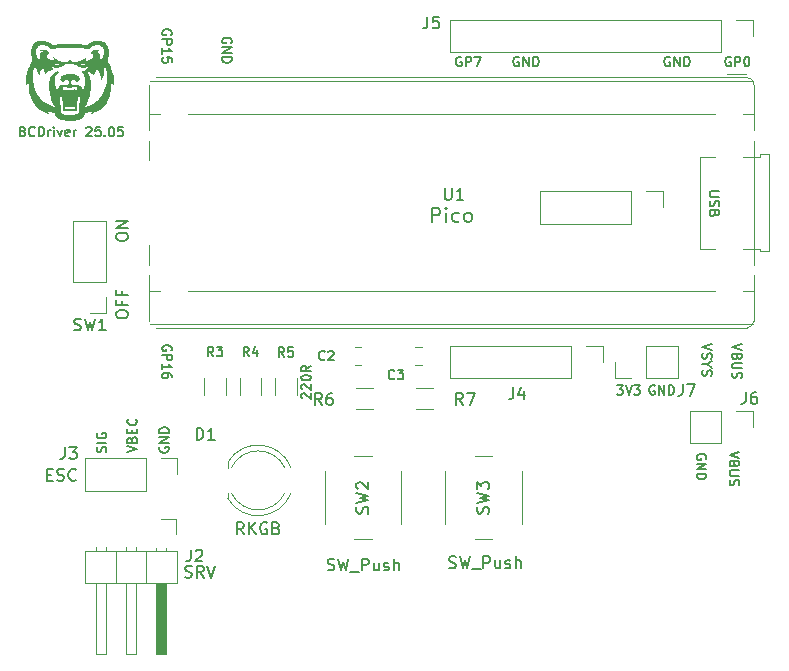
<source format=gto>
G04 #@! TF.GenerationSoftware,KiCad,Pcbnew,9.0.1-1.fc42*
G04 #@! TF.CreationDate,2025-05-14T23:07:16-05:00*
G04 #@! TF.ProjectId,pico_driver,7069636f-5f64-4726-9976-65722e6b6963,rev?*
G04 #@! TF.SameCoordinates,Original*
G04 #@! TF.FileFunction,Legend,Top*
G04 #@! TF.FilePolarity,Positive*
%FSLAX46Y46*%
G04 Gerber Fmt 4.6, Leading zero omitted, Abs format (unit mm)*
G04 Created by KiCad (PCBNEW 9.0.1-1.fc42) date 2025-05-14 23:07:16*
%MOMM*%
%LPD*%
G01*
G04 APERTURE LIST*
%ADD10C,0.150000*%
%ADD11C,0.160000*%
%ADD12C,0.120000*%
%ADD13C,0.000000*%
G04 APERTURE END LIST*
D10*
X114200390Y-88109523D02*
X114162295Y-88185713D01*
X114162295Y-88185713D02*
X114162295Y-88299999D01*
X114162295Y-88299999D02*
X114200390Y-88414285D01*
X114200390Y-88414285D02*
X114276580Y-88490475D01*
X114276580Y-88490475D02*
X114352771Y-88528570D01*
X114352771Y-88528570D02*
X114505152Y-88566666D01*
X114505152Y-88566666D02*
X114619438Y-88566666D01*
X114619438Y-88566666D02*
X114771819Y-88528570D01*
X114771819Y-88528570D02*
X114848009Y-88490475D01*
X114848009Y-88490475D02*
X114924200Y-88414285D01*
X114924200Y-88414285D02*
X114962295Y-88299999D01*
X114962295Y-88299999D02*
X114962295Y-88223808D01*
X114962295Y-88223808D02*
X114924200Y-88109523D01*
X114924200Y-88109523D02*
X114886104Y-88071427D01*
X114886104Y-88071427D02*
X114619438Y-88071427D01*
X114619438Y-88071427D02*
X114619438Y-88223808D01*
X114962295Y-87728570D02*
X114162295Y-87728570D01*
X114162295Y-87728570D02*
X114962295Y-87271427D01*
X114962295Y-87271427D02*
X114162295Y-87271427D01*
X114962295Y-86890475D02*
X114162295Y-86890475D01*
X114162295Y-86890475D02*
X114162295Y-86699999D01*
X114162295Y-86699999D02*
X114200390Y-86585713D01*
X114200390Y-86585713D02*
X114276580Y-86509523D01*
X114276580Y-86509523D02*
X114352771Y-86471428D01*
X114352771Y-86471428D02*
X114505152Y-86433332D01*
X114505152Y-86433332D02*
X114619438Y-86433332D01*
X114619438Y-86433332D02*
X114771819Y-86471428D01*
X114771819Y-86471428D02*
X114848009Y-86509523D01*
X114848009Y-86509523D02*
X114924200Y-86585713D01*
X114924200Y-86585713D02*
X114962295Y-86699999D01*
X114962295Y-86699999D02*
X114962295Y-86890475D01*
X102604761Y-61375247D02*
X102719047Y-61413342D01*
X102719047Y-61413342D02*
X102757142Y-61451438D01*
X102757142Y-61451438D02*
X102795238Y-61527628D01*
X102795238Y-61527628D02*
X102795238Y-61641914D01*
X102795238Y-61641914D02*
X102757142Y-61718104D01*
X102757142Y-61718104D02*
X102719047Y-61756200D01*
X102719047Y-61756200D02*
X102642857Y-61794295D01*
X102642857Y-61794295D02*
X102338095Y-61794295D01*
X102338095Y-61794295D02*
X102338095Y-60994295D01*
X102338095Y-60994295D02*
X102604761Y-60994295D01*
X102604761Y-60994295D02*
X102680952Y-61032390D01*
X102680952Y-61032390D02*
X102719047Y-61070485D01*
X102719047Y-61070485D02*
X102757142Y-61146676D01*
X102757142Y-61146676D02*
X102757142Y-61222866D01*
X102757142Y-61222866D02*
X102719047Y-61299057D01*
X102719047Y-61299057D02*
X102680952Y-61337152D01*
X102680952Y-61337152D02*
X102604761Y-61375247D01*
X102604761Y-61375247D02*
X102338095Y-61375247D01*
X103595238Y-61718104D02*
X103557142Y-61756200D01*
X103557142Y-61756200D02*
X103442857Y-61794295D01*
X103442857Y-61794295D02*
X103366666Y-61794295D01*
X103366666Y-61794295D02*
X103252380Y-61756200D01*
X103252380Y-61756200D02*
X103176190Y-61680009D01*
X103176190Y-61680009D02*
X103138095Y-61603819D01*
X103138095Y-61603819D02*
X103099999Y-61451438D01*
X103099999Y-61451438D02*
X103099999Y-61337152D01*
X103099999Y-61337152D02*
X103138095Y-61184771D01*
X103138095Y-61184771D02*
X103176190Y-61108580D01*
X103176190Y-61108580D02*
X103252380Y-61032390D01*
X103252380Y-61032390D02*
X103366666Y-60994295D01*
X103366666Y-60994295D02*
X103442857Y-60994295D01*
X103442857Y-60994295D02*
X103557142Y-61032390D01*
X103557142Y-61032390D02*
X103595238Y-61070485D01*
X103938095Y-61794295D02*
X103938095Y-60994295D01*
X103938095Y-60994295D02*
X104128571Y-60994295D01*
X104128571Y-60994295D02*
X104242857Y-61032390D01*
X104242857Y-61032390D02*
X104319047Y-61108580D01*
X104319047Y-61108580D02*
X104357142Y-61184771D01*
X104357142Y-61184771D02*
X104395238Y-61337152D01*
X104395238Y-61337152D02*
X104395238Y-61451438D01*
X104395238Y-61451438D02*
X104357142Y-61603819D01*
X104357142Y-61603819D02*
X104319047Y-61680009D01*
X104319047Y-61680009D02*
X104242857Y-61756200D01*
X104242857Y-61756200D02*
X104128571Y-61794295D01*
X104128571Y-61794295D02*
X103938095Y-61794295D01*
X104738095Y-61794295D02*
X104738095Y-61260961D01*
X104738095Y-61413342D02*
X104776190Y-61337152D01*
X104776190Y-61337152D02*
X104814285Y-61299057D01*
X104814285Y-61299057D02*
X104890476Y-61260961D01*
X104890476Y-61260961D02*
X104966666Y-61260961D01*
X105233333Y-61794295D02*
X105233333Y-61260961D01*
X105233333Y-60994295D02*
X105195237Y-61032390D01*
X105195237Y-61032390D02*
X105233333Y-61070485D01*
X105233333Y-61070485D02*
X105271428Y-61032390D01*
X105271428Y-61032390D02*
X105233333Y-60994295D01*
X105233333Y-60994295D02*
X105233333Y-61070485D01*
X105538094Y-61260961D02*
X105728570Y-61794295D01*
X105728570Y-61794295D02*
X105919047Y-61260961D01*
X106528571Y-61756200D02*
X106452380Y-61794295D01*
X106452380Y-61794295D02*
X106299999Y-61794295D01*
X106299999Y-61794295D02*
X106223809Y-61756200D01*
X106223809Y-61756200D02*
X106185713Y-61680009D01*
X106185713Y-61680009D02*
X106185713Y-61375247D01*
X106185713Y-61375247D02*
X106223809Y-61299057D01*
X106223809Y-61299057D02*
X106299999Y-61260961D01*
X106299999Y-61260961D02*
X106452380Y-61260961D01*
X106452380Y-61260961D02*
X106528571Y-61299057D01*
X106528571Y-61299057D02*
X106566666Y-61375247D01*
X106566666Y-61375247D02*
X106566666Y-61451438D01*
X106566666Y-61451438D02*
X106185713Y-61527628D01*
X106909523Y-61794295D02*
X106909523Y-61260961D01*
X106909523Y-61413342D02*
X106947618Y-61337152D01*
X106947618Y-61337152D02*
X106985713Y-61299057D01*
X106985713Y-61299057D02*
X107061904Y-61260961D01*
X107061904Y-61260961D02*
X107138094Y-61260961D01*
X107976189Y-61070485D02*
X108014285Y-61032390D01*
X108014285Y-61032390D02*
X108090475Y-60994295D01*
X108090475Y-60994295D02*
X108280951Y-60994295D01*
X108280951Y-60994295D02*
X108357142Y-61032390D01*
X108357142Y-61032390D02*
X108395237Y-61070485D01*
X108395237Y-61070485D02*
X108433332Y-61146676D01*
X108433332Y-61146676D02*
X108433332Y-61222866D01*
X108433332Y-61222866D02*
X108395237Y-61337152D01*
X108395237Y-61337152D02*
X107938094Y-61794295D01*
X107938094Y-61794295D02*
X108433332Y-61794295D01*
X109157142Y-60994295D02*
X108776190Y-60994295D01*
X108776190Y-60994295D02*
X108738094Y-61375247D01*
X108738094Y-61375247D02*
X108776190Y-61337152D01*
X108776190Y-61337152D02*
X108852380Y-61299057D01*
X108852380Y-61299057D02*
X109042856Y-61299057D01*
X109042856Y-61299057D02*
X109119047Y-61337152D01*
X109119047Y-61337152D02*
X109157142Y-61375247D01*
X109157142Y-61375247D02*
X109195237Y-61451438D01*
X109195237Y-61451438D02*
X109195237Y-61641914D01*
X109195237Y-61641914D02*
X109157142Y-61718104D01*
X109157142Y-61718104D02*
X109119047Y-61756200D01*
X109119047Y-61756200D02*
X109042856Y-61794295D01*
X109042856Y-61794295D02*
X108852380Y-61794295D01*
X108852380Y-61794295D02*
X108776190Y-61756200D01*
X108776190Y-61756200D02*
X108738094Y-61718104D01*
X109538095Y-61718104D02*
X109576190Y-61756200D01*
X109576190Y-61756200D02*
X109538095Y-61794295D01*
X109538095Y-61794295D02*
X109499999Y-61756200D01*
X109499999Y-61756200D02*
X109538095Y-61718104D01*
X109538095Y-61718104D02*
X109538095Y-61794295D01*
X110071428Y-60994295D02*
X110147618Y-60994295D01*
X110147618Y-60994295D02*
X110223809Y-61032390D01*
X110223809Y-61032390D02*
X110261904Y-61070485D01*
X110261904Y-61070485D02*
X110299999Y-61146676D01*
X110299999Y-61146676D02*
X110338094Y-61299057D01*
X110338094Y-61299057D02*
X110338094Y-61489533D01*
X110338094Y-61489533D02*
X110299999Y-61641914D01*
X110299999Y-61641914D02*
X110261904Y-61718104D01*
X110261904Y-61718104D02*
X110223809Y-61756200D01*
X110223809Y-61756200D02*
X110147618Y-61794295D01*
X110147618Y-61794295D02*
X110071428Y-61794295D01*
X110071428Y-61794295D02*
X109995237Y-61756200D01*
X109995237Y-61756200D02*
X109957142Y-61718104D01*
X109957142Y-61718104D02*
X109919047Y-61641914D01*
X109919047Y-61641914D02*
X109880951Y-61489533D01*
X109880951Y-61489533D02*
X109880951Y-61299057D01*
X109880951Y-61299057D02*
X109919047Y-61146676D01*
X109919047Y-61146676D02*
X109957142Y-61070485D01*
X109957142Y-61070485D02*
X109995237Y-61032390D01*
X109995237Y-61032390D02*
X110071428Y-60994295D01*
X111061904Y-60994295D02*
X110680952Y-60994295D01*
X110680952Y-60994295D02*
X110642856Y-61375247D01*
X110642856Y-61375247D02*
X110680952Y-61337152D01*
X110680952Y-61337152D02*
X110757142Y-61299057D01*
X110757142Y-61299057D02*
X110947618Y-61299057D01*
X110947618Y-61299057D02*
X111023809Y-61337152D01*
X111023809Y-61337152D02*
X111061904Y-61375247D01*
X111061904Y-61375247D02*
X111099999Y-61451438D01*
X111099999Y-61451438D02*
X111099999Y-61641914D01*
X111099999Y-61641914D02*
X111061904Y-61718104D01*
X111061904Y-61718104D02*
X111023809Y-61756200D01*
X111023809Y-61756200D02*
X110947618Y-61794295D01*
X110947618Y-61794295D02*
X110757142Y-61794295D01*
X110757142Y-61794295D02*
X110680952Y-61756200D01*
X110680952Y-61756200D02*
X110642856Y-61718104D01*
X156090476Y-82900390D02*
X156014286Y-82862295D01*
X156014286Y-82862295D02*
X155900000Y-82862295D01*
X155900000Y-82862295D02*
X155785714Y-82900390D01*
X155785714Y-82900390D02*
X155709524Y-82976580D01*
X155709524Y-82976580D02*
X155671429Y-83052771D01*
X155671429Y-83052771D02*
X155633333Y-83205152D01*
X155633333Y-83205152D02*
X155633333Y-83319438D01*
X155633333Y-83319438D02*
X155671429Y-83471819D01*
X155671429Y-83471819D02*
X155709524Y-83548009D01*
X155709524Y-83548009D02*
X155785714Y-83624200D01*
X155785714Y-83624200D02*
X155900000Y-83662295D01*
X155900000Y-83662295D02*
X155976191Y-83662295D01*
X155976191Y-83662295D02*
X156090476Y-83624200D01*
X156090476Y-83624200D02*
X156128572Y-83586104D01*
X156128572Y-83586104D02*
X156128572Y-83319438D01*
X156128572Y-83319438D02*
X155976191Y-83319438D01*
X156471429Y-83662295D02*
X156471429Y-82862295D01*
X156471429Y-82862295D02*
X156928572Y-83662295D01*
X156928572Y-83662295D02*
X156928572Y-82862295D01*
X157309524Y-83662295D02*
X157309524Y-82862295D01*
X157309524Y-82862295D02*
X157500000Y-82862295D01*
X157500000Y-82862295D02*
X157614286Y-82900390D01*
X157614286Y-82900390D02*
X157690476Y-82976580D01*
X157690476Y-82976580D02*
X157728571Y-83052771D01*
X157728571Y-83052771D02*
X157766667Y-83205152D01*
X157766667Y-83205152D02*
X157766667Y-83319438D01*
X157766667Y-83319438D02*
X157728571Y-83471819D01*
X157728571Y-83471819D02*
X157690476Y-83548009D01*
X157690476Y-83548009D02*
X157614286Y-83624200D01*
X157614286Y-83624200D02*
X157500000Y-83662295D01*
X157500000Y-83662295D02*
X157309524Y-83662295D01*
X162528571Y-55100390D02*
X162452381Y-55062295D01*
X162452381Y-55062295D02*
X162338095Y-55062295D01*
X162338095Y-55062295D02*
X162223809Y-55100390D01*
X162223809Y-55100390D02*
X162147619Y-55176580D01*
X162147619Y-55176580D02*
X162109524Y-55252771D01*
X162109524Y-55252771D02*
X162071428Y-55405152D01*
X162071428Y-55405152D02*
X162071428Y-55519438D01*
X162071428Y-55519438D02*
X162109524Y-55671819D01*
X162109524Y-55671819D02*
X162147619Y-55748009D01*
X162147619Y-55748009D02*
X162223809Y-55824200D01*
X162223809Y-55824200D02*
X162338095Y-55862295D01*
X162338095Y-55862295D02*
X162414286Y-55862295D01*
X162414286Y-55862295D02*
X162528571Y-55824200D01*
X162528571Y-55824200D02*
X162566667Y-55786104D01*
X162566667Y-55786104D02*
X162566667Y-55519438D01*
X162566667Y-55519438D02*
X162414286Y-55519438D01*
X162909524Y-55862295D02*
X162909524Y-55062295D01*
X162909524Y-55062295D02*
X163214286Y-55062295D01*
X163214286Y-55062295D02*
X163290476Y-55100390D01*
X163290476Y-55100390D02*
X163328571Y-55138485D01*
X163328571Y-55138485D02*
X163366667Y-55214676D01*
X163366667Y-55214676D02*
X163366667Y-55328961D01*
X163366667Y-55328961D02*
X163328571Y-55405152D01*
X163328571Y-55405152D02*
X163290476Y-55443247D01*
X163290476Y-55443247D02*
X163214286Y-55481342D01*
X163214286Y-55481342D02*
X162909524Y-55481342D01*
X163861905Y-55062295D02*
X163938095Y-55062295D01*
X163938095Y-55062295D02*
X164014286Y-55100390D01*
X164014286Y-55100390D02*
X164052381Y-55138485D01*
X164052381Y-55138485D02*
X164090476Y-55214676D01*
X164090476Y-55214676D02*
X164128571Y-55367057D01*
X164128571Y-55367057D02*
X164128571Y-55557533D01*
X164128571Y-55557533D02*
X164090476Y-55709914D01*
X164090476Y-55709914D02*
X164052381Y-55786104D01*
X164052381Y-55786104D02*
X164014286Y-55824200D01*
X164014286Y-55824200D02*
X163938095Y-55862295D01*
X163938095Y-55862295D02*
X163861905Y-55862295D01*
X163861905Y-55862295D02*
X163785714Y-55824200D01*
X163785714Y-55824200D02*
X163747619Y-55786104D01*
X163747619Y-55786104D02*
X163709524Y-55709914D01*
X163709524Y-55709914D02*
X163671428Y-55557533D01*
X163671428Y-55557533D02*
X163671428Y-55367057D01*
X163671428Y-55367057D02*
X163709524Y-55214676D01*
X163709524Y-55214676D02*
X163747619Y-55138485D01*
X163747619Y-55138485D02*
X163785714Y-55100390D01*
X163785714Y-55100390D02*
X163861905Y-55062295D01*
X152909523Y-82862295D02*
X153404761Y-82862295D01*
X153404761Y-82862295D02*
X153138095Y-83167057D01*
X153138095Y-83167057D02*
X153252380Y-83167057D01*
X153252380Y-83167057D02*
X153328571Y-83205152D01*
X153328571Y-83205152D02*
X153366666Y-83243247D01*
X153366666Y-83243247D02*
X153404761Y-83319438D01*
X153404761Y-83319438D02*
X153404761Y-83509914D01*
X153404761Y-83509914D02*
X153366666Y-83586104D01*
X153366666Y-83586104D02*
X153328571Y-83624200D01*
X153328571Y-83624200D02*
X153252380Y-83662295D01*
X153252380Y-83662295D02*
X153023809Y-83662295D01*
X153023809Y-83662295D02*
X152947618Y-83624200D01*
X152947618Y-83624200D02*
X152909523Y-83586104D01*
X153633333Y-82862295D02*
X153900000Y-83662295D01*
X153900000Y-83662295D02*
X154166666Y-82862295D01*
X154357142Y-82862295D02*
X154852380Y-82862295D01*
X154852380Y-82862295D02*
X154585714Y-83167057D01*
X154585714Y-83167057D02*
X154699999Y-83167057D01*
X154699999Y-83167057D02*
X154776190Y-83205152D01*
X154776190Y-83205152D02*
X154814285Y-83243247D01*
X154814285Y-83243247D02*
X154852380Y-83319438D01*
X154852380Y-83319438D02*
X154852380Y-83509914D01*
X154852380Y-83509914D02*
X154814285Y-83586104D01*
X154814285Y-83586104D02*
X154776190Y-83624200D01*
X154776190Y-83624200D02*
X154699999Y-83662295D01*
X154699999Y-83662295D02*
X154471428Y-83662295D01*
X154471428Y-83662295D02*
X154395237Y-83624200D01*
X154395237Y-83624200D02*
X154357142Y-83586104D01*
X144590476Y-55100390D02*
X144514286Y-55062295D01*
X144514286Y-55062295D02*
X144400000Y-55062295D01*
X144400000Y-55062295D02*
X144285714Y-55100390D01*
X144285714Y-55100390D02*
X144209524Y-55176580D01*
X144209524Y-55176580D02*
X144171429Y-55252771D01*
X144171429Y-55252771D02*
X144133333Y-55405152D01*
X144133333Y-55405152D02*
X144133333Y-55519438D01*
X144133333Y-55519438D02*
X144171429Y-55671819D01*
X144171429Y-55671819D02*
X144209524Y-55748009D01*
X144209524Y-55748009D02*
X144285714Y-55824200D01*
X144285714Y-55824200D02*
X144400000Y-55862295D01*
X144400000Y-55862295D02*
X144476191Y-55862295D01*
X144476191Y-55862295D02*
X144590476Y-55824200D01*
X144590476Y-55824200D02*
X144628572Y-55786104D01*
X144628572Y-55786104D02*
X144628572Y-55519438D01*
X144628572Y-55519438D02*
X144476191Y-55519438D01*
X144971429Y-55862295D02*
X144971429Y-55062295D01*
X144971429Y-55062295D02*
X145428572Y-55862295D01*
X145428572Y-55862295D02*
X145428572Y-55062295D01*
X145809524Y-55862295D02*
X145809524Y-55062295D01*
X145809524Y-55062295D02*
X146000000Y-55062295D01*
X146000000Y-55062295D02*
X146114286Y-55100390D01*
X146114286Y-55100390D02*
X146190476Y-55176580D01*
X146190476Y-55176580D02*
X146228571Y-55252771D01*
X146228571Y-55252771D02*
X146266667Y-55405152D01*
X146266667Y-55405152D02*
X146266667Y-55519438D01*
X146266667Y-55519438D02*
X146228571Y-55671819D01*
X146228571Y-55671819D02*
X146190476Y-55748009D01*
X146190476Y-55748009D02*
X146114286Y-55824200D01*
X146114286Y-55824200D02*
X146000000Y-55862295D01*
X146000000Y-55862295D02*
X145809524Y-55862295D01*
X109624200Y-88519047D02*
X109662295Y-88404761D01*
X109662295Y-88404761D02*
X109662295Y-88214285D01*
X109662295Y-88214285D02*
X109624200Y-88138094D01*
X109624200Y-88138094D02*
X109586104Y-88099999D01*
X109586104Y-88099999D02*
X109509914Y-88061904D01*
X109509914Y-88061904D02*
X109433723Y-88061904D01*
X109433723Y-88061904D02*
X109357533Y-88099999D01*
X109357533Y-88099999D02*
X109319438Y-88138094D01*
X109319438Y-88138094D02*
X109281342Y-88214285D01*
X109281342Y-88214285D02*
X109243247Y-88366666D01*
X109243247Y-88366666D02*
X109205152Y-88442856D01*
X109205152Y-88442856D02*
X109167057Y-88480951D01*
X109167057Y-88480951D02*
X109090866Y-88519047D01*
X109090866Y-88519047D02*
X109014676Y-88519047D01*
X109014676Y-88519047D02*
X108938485Y-88480951D01*
X108938485Y-88480951D02*
X108900390Y-88442856D01*
X108900390Y-88442856D02*
X108862295Y-88366666D01*
X108862295Y-88366666D02*
X108862295Y-88176189D01*
X108862295Y-88176189D02*
X108900390Y-88061904D01*
X109662295Y-87719046D02*
X108862295Y-87719046D01*
X108900390Y-86919047D02*
X108862295Y-86995237D01*
X108862295Y-86995237D02*
X108862295Y-87109523D01*
X108862295Y-87109523D02*
X108900390Y-87223809D01*
X108900390Y-87223809D02*
X108976580Y-87299999D01*
X108976580Y-87299999D02*
X109052771Y-87338094D01*
X109052771Y-87338094D02*
X109205152Y-87376190D01*
X109205152Y-87376190D02*
X109319438Y-87376190D01*
X109319438Y-87376190D02*
X109471819Y-87338094D01*
X109471819Y-87338094D02*
X109548009Y-87299999D01*
X109548009Y-87299999D02*
X109624200Y-87223809D01*
X109624200Y-87223809D02*
X109662295Y-87109523D01*
X109662295Y-87109523D02*
X109662295Y-87033332D01*
X109662295Y-87033332D02*
X109624200Y-86919047D01*
X109624200Y-86919047D02*
X109586104Y-86880951D01*
X109586104Y-86880951D02*
X109319438Y-86880951D01*
X109319438Y-86880951D02*
X109319438Y-87033332D01*
X163237704Y-88483333D02*
X162437704Y-88750000D01*
X162437704Y-88750000D02*
X163237704Y-89016666D01*
X162856752Y-89549999D02*
X162818657Y-89664285D01*
X162818657Y-89664285D02*
X162780561Y-89702380D01*
X162780561Y-89702380D02*
X162704371Y-89740476D01*
X162704371Y-89740476D02*
X162590085Y-89740476D01*
X162590085Y-89740476D02*
X162513895Y-89702380D01*
X162513895Y-89702380D02*
X162475800Y-89664285D01*
X162475800Y-89664285D02*
X162437704Y-89588095D01*
X162437704Y-89588095D02*
X162437704Y-89283333D01*
X162437704Y-89283333D02*
X163237704Y-89283333D01*
X163237704Y-89283333D02*
X163237704Y-89549999D01*
X163237704Y-89549999D02*
X163199609Y-89626190D01*
X163199609Y-89626190D02*
X163161514Y-89664285D01*
X163161514Y-89664285D02*
X163085323Y-89702380D01*
X163085323Y-89702380D02*
X163009133Y-89702380D01*
X163009133Y-89702380D02*
X162932942Y-89664285D01*
X162932942Y-89664285D02*
X162894847Y-89626190D01*
X162894847Y-89626190D02*
X162856752Y-89549999D01*
X162856752Y-89549999D02*
X162856752Y-89283333D01*
X163237704Y-90083333D02*
X162590085Y-90083333D01*
X162590085Y-90083333D02*
X162513895Y-90121428D01*
X162513895Y-90121428D02*
X162475800Y-90159523D01*
X162475800Y-90159523D02*
X162437704Y-90235714D01*
X162437704Y-90235714D02*
X162437704Y-90388095D01*
X162437704Y-90388095D02*
X162475800Y-90464285D01*
X162475800Y-90464285D02*
X162513895Y-90502380D01*
X162513895Y-90502380D02*
X162590085Y-90540476D01*
X162590085Y-90540476D02*
X163237704Y-90540476D01*
X162475800Y-90883332D02*
X162437704Y-90997618D01*
X162437704Y-90997618D02*
X162437704Y-91188094D01*
X162437704Y-91188094D02*
X162475800Y-91264285D01*
X162475800Y-91264285D02*
X162513895Y-91302380D01*
X162513895Y-91302380D02*
X162590085Y-91340475D01*
X162590085Y-91340475D02*
X162666276Y-91340475D01*
X162666276Y-91340475D02*
X162742466Y-91302380D01*
X162742466Y-91302380D02*
X162780561Y-91264285D01*
X162780561Y-91264285D02*
X162818657Y-91188094D01*
X162818657Y-91188094D02*
X162856752Y-91035713D01*
X162856752Y-91035713D02*
X162894847Y-90959523D01*
X162894847Y-90959523D02*
X162932942Y-90921428D01*
X162932942Y-90921428D02*
X163009133Y-90883332D01*
X163009133Y-90883332D02*
X163085323Y-90883332D01*
X163085323Y-90883332D02*
X163161514Y-90921428D01*
X163161514Y-90921428D02*
X163199609Y-90959523D01*
X163199609Y-90959523D02*
X163237704Y-91035713D01*
X163237704Y-91035713D02*
X163237704Y-91226190D01*
X163237704Y-91226190D02*
X163199609Y-91340475D01*
X160449609Y-89140476D02*
X160487704Y-89064286D01*
X160487704Y-89064286D02*
X160487704Y-88950000D01*
X160487704Y-88950000D02*
X160449609Y-88835714D01*
X160449609Y-88835714D02*
X160373419Y-88759524D01*
X160373419Y-88759524D02*
X160297228Y-88721429D01*
X160297228Y-88721429D02*
X160144847Y-88683333D01*
X160144847Y-88683333D02*
X160030561Y-88683333D01*
X160030561Y-88683333D02*
X159878180Y-88721429D01*
X159878180Y-88721429D02*
X159801990Y-88759524D01*
X159801990Y-88759524D02*
X159725800Y-88835714D01*
X159725800Y-88835714D02*
X159687704Y-88950000D01*
X159687704Y-88950000D02*
X159687704Y-89026191D01*
X159687704Y-89026191D02*
X159725800Y-89140476D01*
X159725800Y-89140476D02*
X159763895Y-89178572D01*
X159763895Y-89178572D02*
X160030561Y-89178572D01*
X160030561Y-89178572D02*
X160030561Y-89026191D01*
X159687704Y-89521429D02*
X160487704Y-89521429D01*
X160487704Y-89521429D02*
X159687704Y-89978572D01*
X159687704Y-89978572D02*
X160487704Y-89978572D01*
X159687704Y-90359524D02*
X160487704Y-90359524D01*
X160487704Y-90359524D02*
X160487704Y-90550000D01*
X160487704Y-90550000D02*
X160449609Y-90664286D01*
X160449609Y-90664286D02*
X160373419Y-90740476D01*
X160373419Y-90740476D02*
X160297228Y-90778571D01*
X160297228Y-90778571D02*
X160144847Y-90816667D01*
X160144847Y-90816667D02*
X160030561Y-90816667D01*
X160030561Y-90816667D02*
X159878180Y-90778571D01*
X159878180Y-90778571D02*
X159801990Y-90740476D01*
X159801990Y-90740476D02*
X159725800Y-90664286D01*
X159725800Y-90664286D02*
X159687704Y-90550000D01*
X159687704Y-90550000D02*
X159687704Y-90359524D01*
X111462295Y-88528571D02*
X112262295Y-88261904D01*
X112262295Y-88261904D02*
X111462295Y-87995238D01*
X111843247Y-87461905D02*
X111881342Y-87347619D01*
X111881342Y-87347619D02*
X111919438Y-87309524D01*
X111919438Y-87309524D02*
X111995628Y-87271428D01*
X111995628Y-87271428D02*
X112109914Y-87271428D01*
X112109914Y-87271428D02*
X112186104Y-87309524D01*
X112186104Y-87309524D02*
X112224200Y-87347619D01*
X112224200Y-87347619D02*
X112262295Y-87423809D01*
X112262295Y-87423809D02*
X112262295Y-87728571D01*
X112262295Y-87728571D02*
X111462295Y-87728571D01*
X111462295Y-87728571D02*
X111462295Y-87461905D01*
X111462295Y-87461905D02*
X111500390Y-87385714D01*
X111500390Y-87385714D02*
X111538485Y-87347619D01*
X111538485Y-87347619D02*
X111614676Y-87309524D01*
X111614676Y-87309524D02*
X111690866Y-87309524D01*
X111690866Y-87309524D02*
X111767057Y-87347619D01*
X111767057Y-87347619D02*
X111805152Y-87385714D01*
X111805152Y-87385714D02*
X111843247Y-87461905D01*
X111843247Y-87461905D02*
X111843247Y-87728571D01*
X111843247Y-86928571D02*
X111843247Y-86661905D01*
X112262295Y-86547619D02*
X112262295Y-86928571D01*
X112262295Y-86928571D02*
X111462295Y-86928571D01*
X111462295Y-86928571D02*
X111462295Y-86547619D01*
X112186104Y-85747618D02*
X112224200Y-85785714D01*
X112224200Y-85785714D02*
X112262295Y-85899999D01*
X112262295Y-85899999D02*
X112262295Y-85976190D01*
X112262295Y-85976190D02*
X112224200Y-86090476D01*
X112224200Y-86090476D02*
X112148009Y-86166666D01*
X112148009Y-86166666D02*
X112071819Y-86204761D01*
X112071819Y-86204761D02*
X111919438Y-86242857D01*
X111919438Y-86242857D02*
X111805152Y-86242857D01*
X111805152Y-86242857D02*
X111652771Y-86204761D01*
X111652771Y-86204761D02*
X111576580Y-86166666D01*
X111576580Y-86166666D02*
X111500390Y-86090476D01*
X111500390Y-86090476D02*
X111462295Y-85976190D01*
X111462295Y-85976190D02*
X111462295Y-85899999D01*
X111462295Y-85899999D02*
X111500390Y-85785714D01*
X111500390Y-85785714D02*
X111538485Y-85747618D01*
X157390476Y-55100390D02*
X157314286Y-55062295D01*
X157314286Y-55062295D02*
X157200000Y-55062295D01*
X157200000Y-55062295D02*
X157085714Y-55100390D01*
X157085714Y-55100390D02*
X157009524Y-55176580D01*
X157009524Y-55176580D02*
X156971429Y-55252771D01*
X156971429Y-55252771D02*
X156933333Y-55405152D01*
X156933333Y-55405152D02*
X156933333Y-55519438D01*
X156933333Y-55519438D02*
X156971429Y-55671819D01*
X156971429Y-55671819D02*
X157009524Y-55748009D01*
X157009524Y-55748009D02*
X157085714Y-55824200D01*
X157085714Y-55824200D02*
X157200000Y-55862295D01*
X157200000Y-55862295D02*
X157276191Y-55862295D01*
X157276191Y-55862295D02*
X157390476Y-55824200D01*
X157390476Y-55824200D02*
X157428572Y-55786104D01*
X157428572Y-55786104D02*
X157428572Y-55519438D01*
X157428572Y-55519438D02*
X157276191Y-55519438D01*
X157771429Y-55862295D02*
X157771429Y-55062295D01*
X157771429Y-55062295D02*
X158228572Y-55862295D01*
X158228572Y-55862295D02*
X158228572Y-55062295D01*
X158609524Y-55862295D02*
X158609524Y-55062295D01*
X158609524Y-55062295D02*
X158800000Y-55062295D01*
X158800000Y-55062295D02*
X158914286Y-55100390D01*
X158914286Y-55100390D02*
X158990476Y-55176580D01*
X158990476Y-55176580D02*
X159028571Y-55252771D01*
X159028571Y-55252771D02*
X159066667Y-55405152D01*
X159066667Y-55405152D02*
X159066667Y-55519438D01*
X159066667Y-55519438D02*
X159028571Y-55671819D01*
X159028571Y-55671819D02*
X158990476Y-55748009D01*
X158990476Y-55748009D02*
X158914286Y-55824200D01*
X158914286Y-55824200D02*
X158800000Y-55862295D01*
X158800000Y-55862295D02*
X158609524Y-55862295D01*
X139728571Y-55100390D02*
X139652381Y-55062295D01*
X139652381Y-55062295D02*
X139538095Y-55062295D01*
X139538095Y-55062295D02*
X139423809Y-55100390D01*
X139423809Y-55100390D02*
X139347619Y-55176580D01*
X139347619Y-55176580D02*
X139309524Y-55252771D01*
X139309524Y-55252771D02*
X139271428Y-55405152D01*
X139271428Y-55405152D02*
X139271428Y-55519438D01*
X139271428Y-55519438D02*
X139309524Y-55671819D01*
X139309524Y-55671819D02*
X139347619Y-55748009D01*
X139347619Y-55748009D02*
X139423809Y-55824200D01*
X139423809Y-55824200D02*
X139538095Y-55862295D01*
X139538095Y-55862295D02*
X139614286Y-55862295D01*
X139614286Y-55862295D02*
X139728571Y-55824200D01*
X139728571Y-55824200D02*
X139766667Y-55786104D01*
X139766667Y-55786104D02*
X139766667Y-55519438D01*
X139766667Y-55519438D02*
X139614286Y-55519438D01*
X140109524Y-55862295D02*
X140109524Y-55062295D01*
X140109524Y-55062295D02*
X140414286Y-55062295D01*
X140414286Y-55062295D02*
X140490476Y-55100390D01*
X140490476Y-55100390D02*
X140528571Y-55138485D01*
X140528571Y-55138485D02*
X140566667Y-55214676D01*
X140566667Y-55214676D02*
X140566667Y-55328961D01*
X140566667Y-55328961D02*
X140528571Y-55405152D01*
X140528571Y-55405152D02*
X140490476Y-55443247D01*
X140490476Y-55443247D02*
X140414286Y-55481342D01*
X140414286Y-55481342D02*
X140109524Y-55481342D01*
X140833333Y-55062295D02*
X141366667Y-55062295D01*
X141366667Y-55062295D02*
X141023809Y-55862295D01*
X106941667Y-78187200D02*
X107084524Y-78234819D01*
X107084524Y-78234819D02*
X107322619Y-78234819D01*
X107322619Y-78234819D02*
X107417857Y-78187200D01*
X107417857Y-78187200D02*
X107465476Y-78139580D01*
X107465476Y-78139580D02*
X107513095Y-78044342D01*
X107513095Y-78044342D02*
X107513095Y-77949104D01*
X107513095Y-77949104D02*
X107465476Y-77853866D01*
X107465476Y-77853866D02*
X107417857Y-77806247D01*
X107417857Y-77806247D02*
X107322619Y-77758628D01*
X107322619Y-77758628D02*
X107132143Y-77711009D01*
X107132143Y-77711009D02*
X107036905Y-77663390D01*
X107036905Y-77663390D02*
X106989286Y-77615771D01*
X106989286Y-77615771D02*
X106941667Y-77520533D01*
X106941667Y-77520533D02*
X106941667Y-77425295D01*
X106941667Y-77425295D02*
X106989286Y-77330057D01*
X106989286Y-77330057D02*
X107036905Y-77282438D01*
X107036905Y-77282438D02*
X107132143Y-77234819D01*
X107132143Y-77234819D02*
X107370238Y-77234819D01*
X107370238Y-77234819D02*
X107513095Y-77282438D01*
X107846429Y-77234819D02*
X108084524Y-78234819D01*
X108084524Y-78234819D02*
X108275000Y-77520533D01*
X108275000Y-77520533D02*
X108465476Y-78234819D01*
X108465476Y-78234819D02*
X108703572Y-77234819D01*
X109608333Y-78234819D02*
X109036905Y-78234819D01*
X109322619Y-78234819D02*
X109322619Y-77234819D01*
X109322619Y-77234819D02*
X109227381Y-77377676D01*
X109227381Y-77377676D02*
X109132143Y-77472914D01*
X109132143Y-77472914D02*
X109036905Y-77520533D01*
X110504819Y-76954762D02*
X110504819Y-76764286D01*
X110504819Y-76764286D02*
X110552438Y-76669048D01*
X110552438Y-76669048D02*
X110647676Y-76573810D01*
X110647676Y-76573810D02*
X110838152Y-76526191D01*
X110838152Y-76526191D02*
X111171485Y-76526191D01*
X111171485Y-76526191D02*
X111361961Y-76573810D01*
X111361961Y-76573810D02*
X111457200Y-76669048D01*
X111457200Y-76669048D02*
X111504819Y-76764286D01*
X111504819Y-76764286D02*
X111504819Y-76954762D01*
X111504819Y-76954762D02*
X111457200Y-77050000D01*
X111457200Y-77050000D02*
X111361961Y-77145238D01*
X111361961Y-77145238D02*
X111171485Y-77192857D01*
X111171485Y-77192857D02*
X110838152Y-77192857D01*
X110838152Y-77192857D02*
X110647676Y-77145238D01*
X110647676Y-77145238D02*
X110552438Y-77050000D01*
X110552438Y-77050000D02*
X110504819Y-76954762D01*
X110981009Y-75764286D02*
X110981009Y-76097619D01*
X111504819Y-76097619D02*
X110504819Y-76097619D01*
X110504819Y-76097619D02*
X110504819Y-75621429D01*
X110981009Y-74907143D02*
X110981009Y-75240476D01*
X111504819Y-75240476D02*
X110504819Y-75240476D01*
X110504819Y-75240476D02*
X110504819Y-74764286D01*
X110504819Y-70383332D02*
X110504819Y-70192856D01*
X110504819Y-70192856D02*
X110552438Y-70097618D01*
X110552438Y-70097618D02*
X110647676Y-70002380D01*
X110647676Y-70002380D02*
X110838152Y-69954761D01*
X110838152Y-69954761D02*
X111171485Y-69954761D01*
X111171485Y-69954761D02*
X111361961Y-70002380D01*
X111361961Y-70002380D02*
X111457200Y-70097618D01*
X111457200Y-70097618D02*
X111504819Y-70192856D01*
X111504819Y-70192856D02*
X111504819Y-70383332D01*
X111504819Y-70383332D02*
X111457200Y-70478570D01*
X111457200Y-70478570D02*
X111361961Y-70573808D01*
X111361961Y-70573808D02*
X111171485Y-70621427D01*
X111171485Y-70621427D02*
X110838152Y-70621427D01*
X110838152Y-70621427D02*
X110647676Y-70573808D01*
X110647676Y-70573808D02*
X110552438Y-70478570D01*
X110552438Y-70478570D02*
X110504819Y-70383332D01*
X111504819Y-69526189D02*
X110504819Y-69526189D01*
X110504819Y-69526189D02*
X111504819Y-68954761D01*
X111504819Y-68954761D02*
X110504819Y-68954761D01*
X106166666Y-88104819D02*
X106166666Y-88819104D01*
X106166666Y-88819104D02*
X106119047Y-88961961D01*
X106119047Y-88961961D02*
X106023809Y-89057200D01*
X106023809Y-89057200D02*
X105880952Y-89104819D01*
X105880952Y-89104819D02*
X105785714Y-89104819D01*
X106547619Y-88104819D02*
X107166666Y-88104819D01*
X107166666Y-88104819D02*
X106833333Y-88485771D01*
X106833333Y-88485771D02*
X106976190Y-88485771D01*
X106976190Y-88485771D02*
X107071428Y-88533390D01*
X107071428Y-88533390D02*
X107119047Y-88581009D01*
X107119047Y-88581009D02*
X107166666Y-88676247D01*
X107166666Y-88676247D02*
X107166666Y-88914342D01*
X107166666Y-88914342D02*
X107119047Y-89009580D01*
X107119047Y-89009580D02*
X107071428Y-89057200D01*
X107071428Y-89057200D02*
X106976190Y-89104819D01*
X106976190Y-89104819D02*
X106690476Y-89104819D01*
X106690476Y-89104819D02*
X106595238Y-89057200D01*
X106595238Y-89057200D02*
X106547619Y-89009580D01*
X104659524Y-90431009D02*
X104992857Y-90431009D01*
X105135714Y-90954819D02*
X104659524Y-90954819D01*
X104659524Y-90954819D02*
X104659524Y-89954819D01*
X104659524Y-89954819D02*
X105135714Y-89954819D01*
X105516667Y-90907200D02*
X105659524Y-90954819D01*
X105659524Y-90954819D02*
X105897619Y-90954819D01*
X105897619Y-90954819D02*
X105992857Y-90907200D01*
X105992857Y-90907200D02*
X106040476Y-90859580D01*
X106040476Y-90859580D02*
X106088095Y-90764342D01*
X106088095Y-90764342D02*
X106088095Y-90669104D01*
X106088095Y-90669104D02*
X106040476Y-90573866D01*
X106040476Y-90573866D02*
X105992857Y-90526247D01*
X105992857Y-90526247D02*
X105897619Y-90478628D01*
X105897619Y-90478628D02*
X105707143Y-90431009D01*
X105707143Y-90431009D02*
X105611905Y-90383390D01*
X105611905Y-90383390D02*
X105564286Y-90335771D01*
X105564286Y-90335771D02*
X105516667Y-90240533D01*
X105516667Y-90240533D02*
X105516667Y-90145295D01*
X105516667Y-90145295D02*
X105564286Y-90050057D01*
X105564286Y-90050057D02*
X105611905Y-90002438D01*
X105611905Y-90002438D02*
X105707143Y-89954819D01*
X105707143Y-89954819D02*
X105945238Y-89954819D01*
X105945238Y-89954819D02*
X106088095Y-90002438D01*
X107088095Y-90859580D02*
X107040476Y-90907200D01*
X107040476Y-90907200D02*
X106897619Y-90954819D01*
X106897619Y-90954819D02*
X106802381Y-90954819D01*
X106802381Y-90954819D02*
X106659524Y-90907200D01*
X106659524Y-90907200D02*
X106564286Y-90811961D01*
X106564286Y-90811961D02*
X106516667Y-90716723D01*
X106516667Y-90716723D02*
X106469048Y-90526247D01*
X106469048Y-90526247D02*
X106469048Y-90383390D01*
X106469048Y-90383390D02*
X106516667Y-90192914D01*
X106516667Y-90192914D02*
X106564286Y-90097676D01*
X106564286Y-90097676D02*
X106659524Y-90002438D01*
X106659524Y-90002438D02*
X106802381Y-89954819D01*
X106802381Y-89954819D02*
X106897619Y-89954819D01*
X106897619Y-89954819D02*
X107040476Y-90002438D01*
X107040476Y-90002438D02*
X107088095Y-90050057D01*
X118746667Y-80402295D02*
X118480000Y-80021342D01*
X118289524Y-80402295D02*
X118289524Y-79602295D01*
X118289524Y-79602295D02*
X118594286Y-79602295D01*
X118594286Y-79602295D02*
X118670476Y-79640390D01*
X118670476Y-79640390D02*
X118708571Y-79678485D01*
X118708571Y-79678485D02*
X118746667Y-79754676D01*
X118746667Y-79754676D02*
X118746667Y-79868961D01*
X118746667Y-79868961D02*
X118708571Y-79945152D01*
X118708571Y-79945152D02*
X118670476Y-79983247D01*
X118670476Y-79983247D02*
X118594286Y-80021342D01*
X118594286Y-80021342D02*
X118289524Y-80021342D01*
X119013333Y-79602295D02*
X119508571Y-79602295D01*
X119508571Y-79602295D02*
X119241905Y-79907057D01*
X119241905Y-79907057D02*
X119356190Y-79907057D01*
X119356190Y-79907057D02*
X119432381Y-79945152D01*
X119432381Y-79945152D02*
X119470476Y-79983247D01*
X119470476Y-79983247D02*
X119508571Y-80059438D01*
X119508571Y-80059438D02*
X119508571Y-80249914D01*
X119508571Y-80249914D02*
X119470476Y-80326104D01*
X119470476Y-80326104D02*
X119432381Y-80364200D01*
X119432381Y-80364200D02*
X119356190Y-80402295D01*
X119356190Y-80402295D02*
X119127619Y-80402295D01*
X119127619Y-80402295D02*
X119051428Y-80364200D01*
X119051428Y-80364200D02*
X119013333Y-80326104D01*
X117311905Y-87479819D02*
X117311905Y-86479819D01*
X117311905Y-86479819D02*
X117550000Y-86479819D01*
X117550000Y-86479819D02*
X117692857Y-86527438D01*
X117692857Y-86527438D02*
X117788095Y-86622676D01*
X117788095Y-86622676D02*
X117835714Y-86717914D01*
X117835714Y-86717914D02*
X117883333Y-86908390D01*
X117883333Y-86908390D02*
X117883333Y-87051247D01*
X117883333Y-87051247D02*
X117835714Y-87241723D01*
X117835714Y-87241723D02*
X117788095Y-87336961D01*
X117788095Y-87336961D02*
X117692857Y-87432200D01*
X117692857Y-87432200D02*
X117550000Y-87479819D01*
X117550000Y-87479819D02*
X117311905Y-87479819D01*
X118835714Y-87479819D02*
X118264286Y-87479819D01*
X118550000Y-87479819D02*
X118550000Y-86479819D01*
X118550000Y-86479819D02*
X118454762Y-86622676D01*
X118454762Y-86622676D02*
X118359524Y-86717914D01*
X118359524Y-86717914D02*
X118264286Y-86765533D01*
X121309523Y-95479819D02*
X120976190Y-95003628D01*
X120738095Y-95479819D02*
X120738095Y-94479819D01*
X120738095Y-94479819D02*
X121119047Y-94479819D01*
X121119047Y-94479819D02*
X121214285Y-94527438D01*
X121214285Y-94527438D02*
X121261904Y-94575057D01*
X121261904Y-94575057D02*
X121309523Y-94670295D01*
X121309523Y-94670295D02*
X121309523Y-94813152D01*
X121309523Y-94813152D02*
X121261904Y-94908390D01*
X121261904Y-94908390D02*
X121214285Y-94956009D01*
X121214285Y-94956009D02*
X121119047Y-95003628D01*
X121119047Y-95003628D02*
X120738095Y-95003628D01*
X121738095Y-95479819D02*
X121738095Y-94479819D01*
X122309523Y-95479819D02*
X121880952Y-94908390D01*
X122309523Y-94479819D02*
X121738095Y-95051247D01*
X123261904Y-94527438D02*
X123166666Y-94479819D01*
X123166666Y-94479819D02*
X123023809Y-94479819D01*
X123023809Y-94479819D02*
X122880952Y-94527438D01*
X122880952Y-94527438D02*
X122785714Y-94622676D01*
X122785714Y-94622676D02*
X122738095Y-94717914D01*
X122738095Y-94717914D02*
X122690476Y-94908390D01*
X122690476Y-94908390D02*
X122690476Y-95051247D01*
X122690476Y-95051247D02*
X122738095Y-95241723D01*
X122738095Y-95241723D02*
X122785714Y-95336961D01*
X122785714Y-95336961D02*
X122880952Y-95432200D01*
X122880952Y-95432200D02*
X123023809Y-95479819D01*
X123023809Y-95479819D02*
X123119047Y-95479819D01*
X123119047Y-95479819D02*
X123261904Y-95432200D01*
X123261904Y-95432200D02*
X123309523Y-95384580D01*
X123309523Y-95384580D02*
X123309523Y-95051247D01*
X123309523Y-95051247D02*
X123119047Y-95051247D01*
X124071428Y-94956009D02*
X124214285Y-95003628D01*
X124214285Y-95003628D02*
X124261904Y-95051247D01*
X124261904Y-95051247D02*
X124309523Y-95146485D01*
X124309523Y-95146485D02*
X124309523Y-95289342D01*
X124309523Y-95289342D02*
X124261904Y-95384580D01*
X124261904Y-95384580D02*
X124214285Y-95432200D01*
X124214285Y-95432200D02*
X124119047Y-95479819D01*
X124119047Y-95479819D02*
X123738095Y-95479819D01*
X123738095Y-95479819D02*
X123738095Y-94479819D01*
X123738095Y-94479819D02*
X124071428Y-94479819D01*
X124071428Y-94479819D02*
X124166666Y-94527438D01*
X124166666Y-94527438D02*
X124214285Y-94575057D01*
X124214285Y-94575057D02*
X124261904Y-94670295D01*
X124261904Y-94670295D02*
X124261904Y-94765533D01*
X124261904Y-94765533D02*
X124214285Y-94860771D01*
X124214285Y-94860771D02*
X124166666Y-94908390D01*
X124166666Y-94908390D02*
X124071428Y-94956009D01*
X124071428Y-94956009D02*
X123738095Y-94956009D01*
X121746667Y-80402295D02*
X121480000Y-80021342D01*
X121289524Y-80402295D02*
X121289524Y-79602295D01*
X121289524Y-79602295D02*
X121594286Y-79602295D01*
X121594286Y-79602295D02*
X121670476Y-79640390D01*
X121670476Y-79640390D02*
X121708571Y-79678485D01*
X121708571Y-79678485D02*
X121746667Y-79754676D01*
X121746667Y-79754676D02*
X121746667Y-79868961D01*
X121746667Y-79868961D02*
X121708571Y-79945152D01*
X121708571Y-79945152D02*
X121670476Y-79983247D01*
X121670476Y-79983247D02*
X121594286Y-80021342D01*
X121594286Y-80021342D02*
X121289524Y-80021342D01*
X122432381Y-79868961D02*
X122432381Y-80402295D01*
X122241905Y-79564200D02*
X122051428Y-80135628D01*
X122051428Y-80135628D02*
X122546667Y-80135628D01*
X138336779Y-66154819D02*
X138336779Y-66964342D01*
X138336779Y-66964342D02*
X138384398Y-67059580D01*
X138384398Y-67059580D02*
X138432017Y-67107200D01*
X138432017Y-67107200D02*
X138527255Y-67154819D01*
X138527255Y-67154819D02*
X138717731Y-67154819D01*
X138717731Y-67154819D02*
X138812969Y-67107200D01*
X138812969Y-67107200D02*
X138860588Y-67059580D01*
X138860588Y-67059580D02*
X138908207Y-66964342D01*
X138908207Y-66964342D02*
X138908207Y-66154819D01*
X139908207Y-67154819D02*
X139336779Y-67154819D01*
X139622493Y-67154819D02*
X139622493Y-66154819D01*
X139622493Y-66154819D02*
X139527255Y-66297676D01*
X139527255Y-66297676D02*
X139432017Y-66392914D01*
X139432017Y-66392914D02*
X139336779Y-66440533D01*
D11*
X137242857Y-69046822D02*
X137242857Y-67846822D01*
X137242857Y-67846822D02*
X137700000Y-67846822D01*
X137700000Y-67846822D02*
X137814285Y-67903965D01*
X137814285Y-67903965D02*
X137871428Y-67961108D01*
X137871428Y-67961108D02*
X137928571Y-68075394D01*
X137928571Y-68075394D02*
X137928571Y-68246822D01*
X137928571Y-68246822D02*
X137871428Y-68361108D01*
X137871428Y-68361108D02*
X137814285Y-68418251D01*
X137814285Y-68418251D02*
X137700000Y-68475394D01*
X137700000Y-68475394D02*
X137242857Y-68475394D01*
X138442857Y-69046822D02*
X138442857Y-68246822D01*
X138442857Y-67846822D02*
X138385714Y-67903965D01*
X138385714Y-67903965D02*
X138442857Y-67961108D01*
X138442857Y-67961108D02*
X138500000Y-67903965D01*
X138500000Y-67903965D02*
X138442857Y-67846822D01*
X138442857Y-67846822D02*
X138442857Y-67961108D01*
X139528572Y-68989680D02*
X139414286Y-69046822D01*
X139414286Y-69046822D02*
X139185714Y-69046822D01*
X139185714Y-69046822D02*
X139071429Y-68989680D01*
X139071429Y-68989680D02*
X139014286Y-68932537D01*
X139014286Y-68932537D02*
X138957143Y-68818251D01*
X138957143Y-68818251D02*
X138957143Y-68475394D01*
X138957143Y-68475394D02*
X139014286Y-68361108D01*
X139014286Y-68361108D02*
X139071429Y-68303965D01*
X139071429Y-68303965D02*
X139185714Y-68246822D01*
X139185714Y-68246822D02*
X139414286Y-68246822D01*
X139414286Y-68246822D02*
X139528572Y-68303965D01*
X140214285Y-69046822D02*
X140100000Y-68989680D01*
X140100000Y-68989680D02*
X140042857Y-68932537D01*
X140042857Y-68932537D02*
X139985714Y-68818251D01*
X139985714Y-68818251D02*
X139985714Y-68475394D01*
X139985714Y-68475394D02*
X140042857Y-68361108D01*
X140042857Y-68361108D02*
X140100000Y-68303965D01*
X140100000Y-68303965D02*
X140214285Y-68246822D01*
X140214285Y-68246822D02*
X140385714Y-68246822D01*
X140385714Y-68246822D02*
X140500000Y-68303965D01*
X140500000Y-68303965D02*
X140557143Y-68361108D01*
X140557143Y-68361108D02*
X140614285Y-68475394D01*
X140614285Y-68475394D02*
X140614285Y-68818251D01*
X140614285Y-68818251D02*
X140557143Y-68932537D01*
X140557143Y-68932537D02*
X140500000Y-68989680D01*
X140500000Y-68989680D02*
X140385714Y-69046822D01*
X140385714Y-69046822D02*
X140214285Y-69046822D01*
D10*
X115159609Y-79928207D02*
X115197704Y-79852017D01*
X115197704Y-79852017D02*
X115197704Y-79737731D01*
X115197704Y-79737731D02*
X115159609Y-79623445D01*
X115159609Y-79623445D02*
X115083419Y-79547255D01*
X115083419Y-79547255D02*
X115007228Y-79509160D01*
X115007228Y-79509160D02*
X114854847Y-79471064D01*
X114854847Y-79471064D02*
X114740561Y-79471064D01*
X114740561Y-79471064D02*
X114588180Y-79509160D01*
X114588180Y-79509160D02*
X114511990Y-79547255D01*
X114511990Y-79547255D02*
X114435800Y-79623445D01*
X114435800Y-79623445D02*
X114397704Y-79737731D01*
X114397704Y-79737731D02*
X114397704Y-79813922D01*
X114397704Y-79813922D02*
X114435800Y-79928207D01*
X114435800Y-79928207D02*
X114473895Y-79966303D01*
X114473895Y-79966303D02*
X114740561Y-79966303D01*
X114740561Y-79966303D02*
X114740561Y-79813922D01*
X114397704Y-80309160D02*
X115197704Y-80309160D01*
X115197704Y-80309160D02*
X115197704Y-80613922D01*
X115197704Y-80613922D02*
X115159609Y-80690112D01*
X115159609Y-80690112D02*
X115121514Y-80728207D01*
X115121514Y-80728207D02*
X115045323Y-80766303D01*
X115045323Y-80766303D02*
X114931038Y-80766303D01*
X114931038Y-80766303D02*
X114854847Y-80728207D01*
X114854847Y-80728207D02*
X114816752Y-80690112D01*
X114816752Y-80690112D02*
X114778657Y-80613922D01*
X114778657Y-80613922D02*
X114778657Y-80309160D01*
X114397704Y-81528207D02*
X114397704Y-81071064D01*
X114397704Y-81299636D02*
X115197704Y-81299636D01*
X115197704Y-81299636D02*
X115083419Y-81223445D01*
X115083419Y-81223445D02*
X115007228Y-81147255D01*
X115007228Y-81147255D02*
X114969133Y-81071064D01*
X115197704Y-82213922D02*
X115197704Y-82061541D01*
X115197704Y-82061541D02*
X115159609Y-81985350D01*
X115159609Y-81985350D02*
X115121514Y-81947255D01*
X115121514Y-81947255D02*
X115007228Y-81871065D01*
X115007228Y-81871065D02*
X114854847Y-81832969D01*
X114854847Y-81832969D02*
X114550085Y-81832969D01*
X114550085Y-81832969D02*
X114473895Y-81871065D01*
X114473895Y-81871065D02*
X114435800Y-81909160D01*
X114435800Y-81909160D02*
X114397704Y-81985350D01*
X114397704Y-81985350D02*
X114397704Y-82137731D01*
X114397704Y-82137731D02*
X114435800Y-82213922D01*
X114435800Y-82213922D02*
X114473895Y-82252017D01*
X114473895Y-82252017D02*
X114550085Y-82290112D01*
X114550085Y-82290112D02*
X114740561Y-82290112D01*
X114740561Y-82290112D02*
X114816752Y-82252017D01*
X114816752Y-82252017D02*
X114854847Y-82213922D01*
X114854847Y-82213922D02*
X114892942Y-82137731D01*
X114892942Y-82137731D02*
X114892942Y-81985350D01*
X114892942Y-81985350D02*
X114854847Y-81909160D01*
X114854847Y-81909160D02*
X114816752Y-81871065D01*
X114816752Y-81871065D02*
X114740561Y-81832969D01*
X160917704Y-79394874D02*
X160117704Y-79661541D01*
X160117704Y-79661541D02*
X160917704Y-79928207D01*
X160155800Y-80156778D02*
X160117704Y-80271064D01*
X160117704Y-80271064D02*
X160117704Y-80461540D01*
X160117704Y-80461540D02*
X160155800Y-80537731D01*
X160155800Y-80537731D02*
X160193895Y-80575826D01*
X160193895Y-80575826D02*
X160270085Y-80613921D01*
X160270085Y-80613921D02*
X160346276Y-80613921D01*
X160346276Y-80613921D02*
X160422466Y-80575826D01*
X160422466Y-80575826D02*
X160460561Y-80537731D01*
X160460561Y-80537731D02*
X160498657Y-80461540D01*
X160498657Y-80461540D02*
X160536752Y-80309159D01*
X160536752Y-80309159D02*
X160574847Y-80232969D01*
X160574847Y-80232969D02*
X160612942Y-80194874D01*
X160612942Y-80194874D02*
X160689133Y-80156778D01*
X160689133Y-80156778D02*
X160765323Y-80156778D01*
X160765323Y-80156778D02*
X160841514Y-80194874D01*
X160841514Y-80194874D02*
X160879609Y-80232969D01*
X160879609Y-80232969D02*
X160917704Y-80309159D01*
X160917704Y-80309159D02*
X160917704Y-80499636D01*
X160917704Y-80499636D02*
X160879609Y-80613921D01*
X160498657Y-81109160D02*
X160117704Y-81109160D01*
X160917704Y-80842493D02*
X160498657Y-81109160D01*
X160498657Y-81109160D02*
X160917704Y-81375826D01*
X160155800Y-81604397D02*
X160117704Y-81718683D01*
X160117704Y-81718683D02*
X160117704Y-81909159D01*
X160117704Y-81909159D02*
X160155800Y-81985350D01*
X160155800Y-81985350D02*
X160193895Y-82023445D01*
X160193895Y-82023445D02*
X160270085Y-82061540D01*
X160270085Y-82061540D02*
X160346276Y-82061540D01*
X160346276Y-82061540D02*
X160422466Y-82023445D01*
X160422466Y-82023445D02*
X160460561Y-81985350D01*
X160460561Y-81985350D02*
X160498657Y-81909159D01*
X160498657Y-81909159D02*
X160536752Y-81756778D01*
X160536752Y-81756778D02*
X160574847Y-81680588D01*
X160574847Y-81680588D02*
X160612942Y-81642493D01*
X160612942Y-81642493D02*
X160689133Y-81604397D01*
X160689133Y-81604397D02*
X160765323Y-81604397D01*
X160765323Y-81604397D02*
X160841514Y-81642493D01*
X160841514Y-81642493D02*
X160879609Y-81680588D01*
X160879609Y-81680588D02*
X160917704Y-81756778D01*
X160917704Y-81756778D02*
X160917704Y-81947255D01*
X160917704Y-81947255D02*
X160879609Y-82061540D01*
X161550704Y-66459160D02*
X160903085Y-66459160D01*
X160903085Y-66459160D02*
X160826895Y-66497255D01*
X160826895Y-66497255D02*
X160788800Y-66535350D01*
X160788800Y-66535350D02*
X160750704Y-66611541D01*
X160750704Y-66611541D02*
X160750704Y-66763922D01*
X160750704Y-66763922D02*
X160788800Y-66840112D01*
X160788800Y-66840112D02*
X160826895Y-66878207D01*
X160826895Y-66878207D02*
X160903085Y-66916303D01*
X160903085Y-66916303D02*
X161550704Y-66916303D01*
X160788800Y-67259159D02*
X160750704Y-67373445D01*
X160750704Y-67373445D02*
X160750704Y-67563921D01*
X160750704Y-67563921D02*
X160788800Y-67640112D01*
X160788800Y-67640112D02*
X160826895Y-67678207D01*
X160826895Y-67678207D02*
X160903085Y-67716302D01*
X160903085Y-67716302D02*
X160979276Y-67716302D01*
X160979276Y-67716302D02*
X161055466Y-67678207D01*
X161055466Y-67678207D02*
X161093561Y-67640112D01*
X161093561Y-67640112D02*
X161131657Y-67563921D01*
X161131657Y-67563921D02*
X161169752Y-67411540D01*
X161169752Y-67411540D02*
X161207847Y-67335350D01*
X161207847Y-67335350D02*
X161245942Y-67297255D01*
X161245942Y-67297255D02*
X161322133Y-67259159D01*
X161322133Y-67259159D02*
X161398323Y-67259159D01*
X161398323Y-67259159D02*
X161474514Y-67297255D01*
X161474514Y-67297255D02*
X161512609Y-67335350D01*
X161512609Y-67335350D02*
X161550704Y-67411540D01*
X161550704Y-67411540D02*
X161550704Y-67602017D01*
X161550704Y-67602017D02*
X161512609Y-67716302D01*
X161169752Y-68325826D02*
X161131657Y-68440112D01*
X161131657Y-68440112D02*
X161093561Y-68478207D01*
X161093561Y-68478207D02*
X161017371Y-68516303D01*
X161017371Y-68516303D02*
X160903085Y-68516303D01*
X160903085Y-68516303D02*
X160826895Y-68478207D01*
X160826895Y-68478207D02*
X160788800Y-68440112D01*
X160788800Y-68440112D02*
X160750704Y-68363922D01*
X160750704Y-68363922D02*
X160750704Y-68059160D01*
X160750704Y-68059160D02*
X161550704Y-68059160D01*
X161550704Y-68059160D02*
X161550704Y-68325826D01*
X161550704Y-68325826D02*
X161512609Y-68402017D01*
X161512609Y-68402017D02*
X161474514Y-68440112D01*
X161474514Y-68440112D02*
X161398323Y-68478207D01*
X161398323Y-68478207D02*
X161322133Y-68478207D01*
X161322133Y-68478207D02*
X161245942Y-68440112D01*
X161245942Y-68440112D02*
X161207847Y-68402017D01*
X161207847Y-68402017D02*
X161169752Y-68325826D01*
X161169752Y-68325826D02*
X161169752Y-68059160D01*
X120239609Y-53892744D02*
X120277704Y-53816554D01*
X120277704Y-53816554D02*
X120277704Y-53702268D01*
X120277704Y-53702268D02*
X120239609Y-53587982D01*
X120239609Y-53587982D02*
X120163419Y-53511792D01*
X120163419Y-53511792D02*
X120087228Y-53473697D01*
X120087228Y-53473697D02*
X119934847Y-53435601D01*
X119934847Y-53435601D02*
X119820561Y-53435601D01*
X119820561Y-53435601D02*
X119668180Y-53473697D01*
X119668180Y-53473697D02*
X119591990Y-53511792D01*
X119591990Y-53511792D02*
X119515800Y-53587982D01*
X119515800Y-53587982D02*
X119477704Y-53702268D01*
X119477704Y-53702268D02*
X119477704Y-53778459D01*
X119477704Y-53778459D02*
X119515800Y-53892744D01*
X119515800Y-53892744D02*
X119553895Y-53930840D01*
X119553895Y-53930840D02*
X119820561Y-53930840D01*
X119820561Y-53930840D02*
X119820561Y-53778459D01*
X119477704Y-54273697D02*
X120277704Y-54273697D01*
X120277704Y-54273697D02*
X119477704Y-54730840D01*
X119477704Y-54730840D02*
X120277704Y-54730840D01*
X119477704Y-55111792D02*
X120277704Y-55111792D01*
X120277704Y-55111792D02*
X120277704Y-55302268D01*
X120277704Y-55302268D02*
X120239609Y-55416554D01*
X120239609Y-55416554D02*
X120163419Y-55492744D01*
X120163419Y-55492744D02*
X120087228Y-55530839D01*
X120087228Y-55530839D02*
X119934847Y-55568935D01*
X119934847Y-55568935D02*
X119820561Y-55568935D01*
X119820561Y-55568935D02*
X119668180Y-55530839D01*
X119668180Y-55530839D02*
X119591990Y-55492744D01*
X119591990Y-55492744D02*
X119515800Y-55416554D01*
X119515800Y-55416554D02*
X119477704Y-55302268D01*
X119477704Y-55302268D02*
X119477704Y-55111792D01*
X163457704Y-79394874D02*
X162657704Y-79661541D01*
X162657704Y-79661541D02*
X163457704Y-79928207D01*
X163076752Y-80461540D02*
X163038657Y-80575826D01*
X163038657Y-80575826D02*
X163000561Y-80613921D01*
X163000561Y-80613921D02*
X162924371Y-80652017D01*
X162924371Y-80652017D02*
X162810085Y-80652017D01*
X162810085Y-80652017D02*
X162733895Y-80613921D01*
X162733895Y-80613921D02*
X162695800Y-80575826D01*
X162695800Y-80575826D02*
X162657704Y-80499636D01*
X162657704Y-80499636D02*
X162657704Y-80194874D01*
X162657704Y-80194874D02*
X163457704Y-80194874D01*
X163457704Y-80194874D02*
X163457704Y-80461540D01*
X163457704Y-80461540D02*
X163419609Y-80537731D01*
X163419609Y-80537731D02*
X163381514Y-80575826D01*
X163381514Y-80575826D02*
X163305323Y-80613921D01*
X163305323Y-80613921D02*
X163229133Y-80613921D01*
X163229133Y-80613921D02*
X163152942Y-80575826D01*
X163152942Y-80575826D02*
X163114847Y-80537731D01*
X163114847Y-80537731D02*
X163076752Y-80461540D01*
X163076752Y-80461540D02*
X163076752Y-80194874D01*
X163457704Y-80994874D02*
X162810085Y-80994874D01*
X162810085Y-80994874D02*
X162733895Y-81032969D01*
X162733895Y-81032969D02*
X162695800Y-81071064D01*
X162695800Y-81071064D02*
X162657704Y-81147255D01*
X162657704Y-81147255D02*
X162657704Y-81299636D01*
X162657704Y-81299636D02*
X162695800Y-81375826D01*
X162695800Y-81375826D02*
X162733895Y-81413921D01*
X162733895Y-81413921D02*
X162810085Y-81452017D01*
X162810085Y-81452017D02*
X163457704Y-81452017D01*
X162695800Y-81794873D02*
X162657704Y-81909159D01*
X162657704Y-81909159D02*
X162657704Y-82099635D01*
X162657704Y-82099635D02*
X162695800Y-82175826D01*
X162695800Y-82175826D02*
X162733895Y-82213921D01*
X162733895Y-82213921D02*
X162810085Y-82252016D01*
X162810085Y-82252016D02*
X162886276Y-82252016D01*
X162886276Y-82252016D02*
X162962466Y-82213921D01*
X162962466Y-82213921D02*
X163000561Y-82175826D01*
X163000561Y-82175826D02*
X163038657Y-82099635D01*
X163038657Y-82099635D02*
X163076752Y-81947254D01*
X163076752Y-81947254D02*
X163114847Y-81871064D01*
X163114847Y-81871064D02*
X163152942Y-81832969D01*
X163152942Y-81832969D02*
X163229133Y-81794873D01*
X163229133Y-81794873D02*
X163305323Y-81794873D01*
X163305323Y-81794873D02*
X163381514Y-81832969D01*
X163381514Y-81832969D02*
X163419609Y-81871064D01*
X163419609Y-81871064D02*
X163457704Y-81947254D01*
X163457704Y-81947254D02*
X163457704Y-82137731D01*
X163457704Y-82137731D02*
X163419609Y-82252016D01*
X115159609Y-53207029D02*
X115197704Y-53130839D01*
X115197704Y-53130839D02*
X115197704Y-53016553D01*
X115197704Y-53016553D02*
X115159609Y-52902267D01*
X115159609Y-52902267D02*
X115083419Y-52826077D01*
X115083419Y-52826077D02*
X115007228Y-52787982D01*
X115007228Y-52787982D02*
X114854847Y-52749886D01*
X114854847Y-52749886D02*
X114740561Y-52749886D01*
X114740561Y-52749886D02*
X114588180Y-52787982D01*
X114588180Y-52787982D02*
X114511990Y-52826077D01*
X114511990Y-52826077D02*
X114435800Y-52902267D01*
X114435800Y-52902267D02*
X114397704Y-53016553D01*
X114397704Y-53016553D02*
X114397704Y-53092744D01*
X114397704Y-53092744D02*
X114435800Y-53207029D01*
X114435800Y-53207029D02*
X114473895Y-53245125D01*
X114473895Y-53245125D02*
X114740561Y-53245125D01*
X114740561Y-53245125D02*
X114740561Y-53092744D01*
X114397704Y-53587982D02*
X115197704Y-53587982D01*
X115197704Y-53587982D02*
X115197704Y-53892744D01*
X115197704Y-53892744D02*
X115159609Y-53968934D01*
X115159609Y-53968934D02*
X115121514Y-54007029D01*
X115121514Y-54007029D02*
X115045323Y-54045125D01*
X115045323Y-54045125D02*
X114931038Y-54045125D01*
X114931038Y-54045125D02*
X114854847Y-54007029D01*
X114854847Y-54007029D02*
X114816752Y-53968934D01*
X114816752Y-53968934D02*
X114778657Y-53892744D01*
X114778657Y-53892744D02*
X114778657Y-53587982D01*
X114397704Y-54807029D02*
X114397704Y-54349886D01*
X114397704Y-54578458D02*
X115197704Y-54578458D01*
X115197704Y-54578458D02*
X115083419Y-54502267D01*
X115083419Y-54502267D02*
X115007228Y-54426077D01*
X115007228Y-54426077D02*
X114969133Y-54349886D01*
X115197704Y-55530839D02*
X115197704Y-55149887D01*
X115197704Y-55149887D02*
X114816752Y-55111791D01*
X114816752Y-55111791D02*
X114854847Y-55149887D01*
X114854847Y-55149887D02*
X114892942Y-55226077D01*
X114892942Y-55226077D02*
X114892942Y-55416553D01*
X114892942Y-55416553D02*
X114854847Y-55492744D01*
X114854847Y-55492744D02*
X114816752Y-55530839D01*
X114816752Y-55530839D02*
X114740561Y-55568934D01*
X114740561Y-55568934D02*
X114550085Y-55568934D01*
X114550085Y-55568934D02*
X114473895Y-55530839D01*
X114473895Y-55530839D02*
X114435800Y-55492744D01*
X114435800Y-55492744D02*
X114397704Y-55416553D01*
X114397704Y-55416553D02*
X114397704Y-55226077D01*
X114397704Y-55226077D02*
X114435800Y-55149887D01*
X114435800Y-55149887D02*
X114473895Y-55111791D01*
X124746667Y-80452295D02*
X124480000Y-80071342D01*
X124289524Y-80452295D02*
X124289524Y-79652295D01*
X124289524Y-79652295D02*
X124594286Y-79652295D01*
X124594286Y-79652295D02*
X124670476Y-79690390D01*
X124670476Y-79690390D02*
X124708571Y-79728485D01*
X124708571Y-79728485D02*
X124746667Y-79804676D01*
X124746667Y-79804676D02*
X124746667Y-79918961D01*
X124746667Y-79918961D02*
X124708571Y-79995152D01*
X124708571Y-79995152D02*
X124670476Y-80033247D01*
X124670476Y-80033247D02*
X124594286Y-80071342D01*
X124594286Y-80071342D02*
X124289524Y-80071342D01*
X125470476Y-79652295D02*
X125089524Y-79652295D01*
X125089524Y-79652295D02*
X125051428Y-80033247D01*
X125051428Y-80033247D02*
X125089524Y-79995152D01*
X125089524Y-79995152D02*
X125165714Y-79957057D01*
X125165714Y-79957057D02*
X125356190Y-79957057D01*
X125356190Y-79957057D02*
X125432381Y-79995152D01*
X125432381Y-79995152D02*
X125470476Y-80033247D01*
X125470476Y-80033247D02*
X125508571Y-80109438D01*
X125508571Y-80109438D02*
X125508571Y-80299914D01*
X125508571Y-80299914D02*
X125470476Y-80376104D01*
X125470476Y-80376104D02*
X125432381Y-80414200D01*
X125432381Y-80414200D02*
X125356190Y-80452295D01*
X125356190Y-80452295D02*
X125165714Y-80452295D01*
X125165714Y-80452295D02*
X125089524Y-80414200D01*
X125089524Y-80414200D02*
X125051428Y-80376104D01*
X126238485Y-83990476D02*
X126200390Y-83952380D01*
X126200390Y-83952380D02*
X126162295Y-83876190D01*
X126162295Y-83876190D02*
X126162295Y-83685714D01*
X126162295Y-83685714D02*
X126200390Y-83609523D01*
X126200390Y-83609523D02*
X126238485Y-83571428D01*
X126238485Y-83571428D02*
X126314676Y-83533333D01*
X126314676Y-83533333D02*
X126390866Y-83533333D01*
X126390866Y-83533333D02*
X126505152Y-83571428D01*
X126505152Y-83571428D02*
X126962295Y-84028571D01*
X126962295Y-84028571D02*
X126962295Y-83533333D01*
X126238485Y-83228571D02*
X126200390Y-83190475D01*
X126200390Y-83190475D02*
X126162295Y-83114285D01*
X126162295Y-83114285D02*
X126162295Y-82923809D01*
X126162295Y-82923809D02*
X126200390Y-82847618D01*
X126200390Y-82847618D02*
X126238485Y-82809523D01*
X126238485Y-82809523D02*
X126314676Y-82771428D01*
X126314676Y-82771428D02*
X126390866Y-82771428D01*
X126390866Y-82771428D02*
X126505152Y-82809523D01*
X126505152Y-82809523D02*
X126962295Y-83266666D01*
X126962295Y-83266666D02*
X126962295Y-82771428D01*
X126162295Y-82276189D02*
X126162295Y-82199999D01*
X126162295Y-82199999D02*
X126200390Y-82123808D01*
X126200390Y-82123808D02*
X126238485Y-82085713D01*
X126238485Y-82085713D02*
X126314676Y-82047618D01*
X126314676Y-82047618D02*
X126467057Y-82009523D01*
X126467057Y-82009523D02*
X126657533Y-82009523D01*
X126657533Y-82009523D02*
X126809914Y-82047618D01*
X126809914Y-82047618D02*
X126886104Y-82085713D01*
X126886104Y-82085713D02*
X126924200Y-82123808D01*
X126924200Y-82123808D02*
X126962295Y-82199999D01*
X126962295Y-82199999D02*
X126962295Y-82276189D01*
X126962295Y-82276189D02*
X126924200Y-82352380D01*
X126924200Y-82352380D02*
X126886104Y-82390475D01*
X126886104Y-82390475D02*
X126809914Y-82428570D01*
X126809914Y-82428570D02*
X126657533Y-82466666D01*
X126657533Y-82466666D02*
X126467057Y-82466666D01*
X126467057Y-82466666D02*
X126314676Y-82428570D01*
X126314676Y-82428570D02*
X126238485Y-82390475D01*
X126238485Y-82390475D02*
X126200390Y-82352380D01*
X126200390Y-82352380D02*
X126162295Y-82276189D01*
X126962295Y-81209522D02*
X126581342Y-81476189D01*
X126962295Y-81666665D02*
X126162295Y-81666665D01*
X126162295Y-81666665D02*
X126162295Y-81361903D01*
X126162295Y-81361903D02*
X126200390Y-81285713D01*
X126200390Y-81285713D02*
X126238485Y-81247618D01*
X126238485Y-81247618D02*
X126314676Y-81209522D01*
X126314676Y-81209522D02*
X126428961Y-81209522D01*
X126428961Y-81209522D02*
X126505152Y-81247618D01*
X126505152Y-81247618D02*
X126543247Y-81285713D01*
X126543247Y-81285713D02*
X126581342Y-81361903D01*
X126581342Y-81361903D02*
X126581342Y-81666665D01*
X127915833Y-84544819D02*
X127582500Y-84068628D01*
X127344405Y-84544819D02*
X127344405Y-83544819D01*
X127344405Y-83544819D02*
X127725357Y-83544819D01*
X127725357Y-83544819D02*
X127820595Y-83592438D01*
X127820595Y-83592438D02*
X127868214Y-83640057D01*
X127868214Y-83640057D02*
X127915833Y-83735295D01*
X127915833Y-83735295D02*
X127915833Y-83878152D01*
X127915833Y-83878152D02*
X127868214Y-83973390D01*
X127868214Y-83973390D02*
X127820595Y-84021009D01*
X127820595Y-84021009D02*
X127725357Y-84068628D01*
X127725357Y-84068628D02*
X127344405Y-84068628D01*
X128772976Y-83544819D02*
X128582500Y-83544819D01*
X128582500Y-83544819D02*
X128487262Y-83592438D01*
X128487262Y-83592438D02*
X128439643Y-83640057D01*
X128439643Y-83640057D02*
X128344405Y-83782914D01*
X128344405Y-83782914D02*
X128296786Y-83973390D01*
X128296786Y-83973390D02*
X128296786Y-84354342D01*
X128296786Y-84354342D02*
X128344405Y-84449580D01*
X128344405Y-84449580D02*
X128392024Y-84497200D01*
X128392024Y-84497200D02*
X128487262Y-84544819D01*
X128487262Y-84544819D02*
X128677738Y-84544819D01*
X128677738Y-84544819D02*
X128772976Y-84497200D01*
X128772976Y-84497200D02*
X128820595Y-84449580D01*
X128820595Y-84449580D02*
X128868214Y-84354342D01*
X128868214Y-84354342D02*
X128868214Y-84116247D01*
X128868214Y-84116247D02*
X128820595Y-84021009D01*
X128820595Y-84021009D02*
X128772976Y-83973390D01*
X128772976Y-83973390D02*
X128677738Y-83925771D01*
X128677738Y-83925771D02*
X128487262Y-83925771D01*
X128487262Y-83925771D02*
X128392024Y-83973390D01*
X128392024Y-83973390D02*
X128344405Y-84021009D01*
X128344405Y-84021009D02*
X128296786Y-84116247D01*
X116816666Y-96784819D02*
X116816666Y-97499104D01*
X116816666Y-97499104D02*
X116769047Y-97641961D01*
X116769047Y-97641961D02*
X116673809Y-97737200D01*
X116673809Y-97737200D02*
X116530952Y-97784819D01*
X116530952Y-97784819D02*
X116435714Y-97784819D01*
X117245238Y-96880057D02*
X117292857Y-96832438D01*
X117292857Y-96832438D02*
X117388095Y-96784819D01*
X117388095Y-96784819D02*
X117626190Y-96784819D01*
X117626190Y-96784819D02*
X117721428Y-96832438D01*
X117721428Y-96832438D02*
X117769047Y-96880057D01*
X117769047Y-96880057D02*
X117816666Y-96975295D01*
X117816666Y-96975295D02*
X117816666Y-97070533D01*
X117816666Y-97070533D02*
X117769047Y-97213390D01*
X117769047Y-97213390D02*
X117197619Y-97784819D01*
X117197619Y-97784819D02*
X117816666Y-97784819D01*
X116335714Y-99107200D02*
X116478571Y-99154819D01*
X116478571Y-99154819D02*
X116716666Y-99154819D01*
X116716666Y-99154819D02*
X116811904Y-99107200D01*
X116811904Y-99107200D02*
X116859523Y-99059580D01*
X116859523Y-99059580D02*
X116907142Y-98964342D01*
X116907142Y-98964342D02*
X116907142Y-98869104D01*
X116907142Y-98869104D02*
X116859523Y-98773866D01*
X116859523Y-98773866D02*
X116811904Y-98726247D01*
X116811904Y-98726247D02*
X116716666Y-98678628D01*
X116716666Y-98678628D02*
X116526190Y-98631009D01*
X116526190Y-98631009D02*
X116430952Y-98583390D01*
X116430952Y-98583390D02*
X116383333Y-98535771D01*
X116383333Y-98535771D02*
X116335714Y-98440533D01*
X116335714Y-98440533D02*
X116335714Y-98345295D01*
X116335714Y-98345295D02*
X116383333Y-98250057D01*
X116383333Y-98250057D02*
X116430952Y-98202438D01*
X116430952Y-98202438D02*
X116526190Y-98154819D01*
X116526190Y-98154819D02*
X116764285Y-98154819D01*
X116764285Y-98154819D02*
X116907142Y-98202438D01*
X117907142Y-99154819D02*
X117573809Y-98678628D01*
X117335714Y-99154819D02*
X117335714Y-98154819D01*
X117335714Y-98154819D02*
X117716666Y-98154819D01*
X117716666Y-98154819D02*
X117811904Y-98202438D01*
X117811904Y-98202438D02*
X117859523Y-98250057D01*
X117859523Y-98250057D02*
X117907142Y-98345295D01*
X117907142Y-98345295D02*
X117907142Y-98488152D01*
X117907142Y-98488152D02*
X117859523Y-98583390D01*
X117859523Y-98583390D02*
X117811904Y-98631009D01*
X117811904Y-98631009D02*
X117716666Y-98678628D01*
X117716666Y-98678628D02*
X117335714Y-98678628D01*
X118192857Y-98154819D02*
X118526190Y-99154819D01*
X118526190Y-99154819D02*
X118859523Y-98154819D01*
X139858333Y-84504819D02*
X139525000Y-84028628D01*
X139286905Y-84504819D02*
X139286905Y-83504819D01*
X139286905Y-83504819D02*
X139667857Y-83504819D01*
X139667857Y-83504819D02*
X139763095Y-83552438D01*
X139763095Y-83552438D02*
X139810714Y-83600057D01*
X139810714Y-83600057D02*
X139858333Y-83695295D01*
X139858333Y-83695295D02*
X139858333Y-83838152D01*
X139858333Y-83838152D02*
X139810714Y-83933390D01*
X139810714Y-83933390D02*
X139763095Y-83981009D01*
X139763095Y-83981009D02*
X139667857Y-84028628D01*
X139667857Y-84028628D02*
X139286905Y-84028628D01*
X140191667Y-83504819D02*
X140858333Y-83504819D01*
X140858333Y-83504819D02*
X140429762Y-84504819D01*
X128166667Y-80686104D02*
X128128571Y-80724200D01*
X128128571Y-80724200D02*
X128014286Y-80762295D01*
X128014286Y-80762295D02*
X127938095Y-80762295D01*
X127938095Y-80762295D02*
X127823809Y-80724200D01*
X127823809Y-80724200D02*
X127747619Y-80648009D01*
X127747619Y-80648009D02*
X127709524Y-80571819D01*
X127709524Y-80571819D02*
X127671428Y-80419438D01*
X127671428Y-80419438D02*
X127671428Y-80305152D01*
X127671428Y-80305152D02*
X127709524Y-80152771D01*
X127709524Y-80152771D02*
X127747619Y-80076580D01*
X127747619Y-80076580D02*
X127823809Y-80000390D01*
X127823809Y-80000390D02*
X127938095Y-79962295D01*
X127938095Y-79962295D02*
X128014286Y-79962295D01*
X128014286Y-79962295D02*
X128128571Y-80000390D01*
X128128571Y-80000390D02*
X128166667Y-80038485D01*
X128471428Y-80038485D02*
X128509524Y-80000390D01*
X128509524Y-80000390D02*
X128585714Y-79962295D01*
X128585714Y-79962295D02*
X128776190Y-79962295D01*
X128776190Y-79962295D02*
X128852381Y-80000390D01*
X128852381Y-80000390D02*
X128890476Y-80038485D01*
X128890476Y-80038485D02*
X128928571Y-80114676D01*
X128928571Y-80114676D02*
X128928571Y-80190866D01*
X128928571Y-80190866D02*
X128890476Y-80305152D01*
X128890476Y-80305152D02*
X128433333Y-80762295D01*
X128433333Y-80762295D02*
X128928571Y-80762295D01*
X158466666Y-82754819D02*
X158466666Y-83469104D01*
X158466666Y-83469104D02*
X158419047Y-83611961D01*
X158419047Y-83611961D02*
X158323809Y-83707200D01*
X158323809Y-83707200D02*
X158180952Y-83754819D01*
X158180952Y-83754819D02*
X158085714Y-83754819D01*
X158847619Y-82754819D02*
X159514285Y-82754819D01*
X159514285Y-82754819D02*
X159085714Y-83754819D01*
X138702381Y-98307200D02*
X138845238Y-98354819D01*
X138845238Y-98354819D02*
X139083333Y-98354819D01*
X139083333Y-98354819D02*
X139178571Y-98307200D01*
X139178571Y-98307200D02*
X139226190Y-98259580D01*
X139226190Y-98259580D02*
X139273809Y-98164342D01*
X139273809Y-98164342D02*
X139273809Y-98069104D01*
X139273809Y-98069104D02*
X139226190Y-97973866D01*
X139226190Y-97973866D02*
X139178571Y-97926247D01*
X139178571Y-97926247D02*
X139083333Y-97878628D01*
X139083333Y-97878628D02*
X138892857Y-97831009D01*
X138892857Y-97831009D02*
X138797619Y-97783390D01*
X138797619Y-97783390D02*
X138750000Y-97735771D01*
X138750000Y-97735771D02*
X138702381Y-97640533D01*
X138702381Y-97640533D02*
X138702381Y-97545295D01*
X138702381Y-97545295D02*
X138750000Y-97450057D01*
X138750000Y-97450057D02*
X138797619Y-97402438D01*
X138797619Y-97402438D02*
X138892857Y-97354819D01*
X138892857Y-97354819D02*
X139130952Y-97354819D01*
X139130952Y-97354819D02*
X139273809Y-97402438D01*
X139607143Y-97354819D02*
X139845238Y-98354819D01*
X139845238Y-98354819D02*
X140035714Y-97640533D01*
X140035714Y-97640533D02*
X140226190Y-98354819D01*
X140226190Y-98354819D02*
X140464286Y-97354819D01*
X140607143Y-98450057D02*
X141369047Y-98450057D01*
X141607143Y-98354819D02*
X141607143Y-97354819D01*
X141607143Y-97354819D02*
X141988095Y-97354819D01*
X141988095Y-97354819D02*
X142083333Y-97402438D01*
X142083333Y-97402438D02*
X142130952Y-97450057D01*
X142130952Y-97450057D02*
X142178571Y-97545295D01*
X142178571Y-97545295D02*
X142178571Y-97688152D01*
X142178571Y-97688152D02*
X142130952Y-97783390D01*
X142130952Y-97783390D02*
X142083333Y-97831009D01*
X142083333Y-97831009D02*
X141988095Y-97878628D01*
X141988095Y-97878628D02*
X141607143Y-97878628D01*
X143035714Y-97688152D02*
X143035714Y-98354819D01*
X142607143Y-97688152D02*
X142607143Y-98211961D01*
X142607143Y-98211961D02*
X142654762Y-98307200D01*
X142654762Y-98307200D02*
X142750000Y-98354819D01*
X142750000Y-98354819D02*
X142892857Y-98354819D01*
X142892857Y-98354819D02*
X142988095Y-98307200D01*
X142988095Y-98307200D02*
X143035714Y-98259580D01*
X143464286Y-98307200D02*
X143559524Y-98354819D01*
X143559524Y-98354819D02*
X143750000Y-98354819D01*
X143750000Y-98354819D02*
X143845238Y-98307200D01*
X143845238Y-98307200D02*
X143892857Y-98211961D01*
X143892857Y-98211961D02*
X143892857Y-98164342D01*
X143892857Y-98164342D02*
X143845238Y-98069104D01*
X143845238Y-98069104D02*
X143750000Y-98021485D01*
X143750000Y-98021485D02*
X143607143Y-98021485D01*
X143607143Y-98021485D02*
X143511905Y-97973866D01*
X143511905Y-97973866D02*
X143464286Y-97878628D01*
X143464286Y-97878628D02*
X143464286Y-97831009D01*
X143464286Y-97831009D02*
X143511905Y-97735771D01*
X143511905Y-97735771D02*
X143607143Y-97688152D01*
X143607143Y-97688152D02*
X143750000Y-97688152D01*
X143750000Y-97688152D02*
X143845238Y-97735771D01*
X144321429Y-98354819D02*
X144321429Y-97354819D01*
X144750000Y-98354819D02*
X144750000Y-97831009D01*
X144750000Y-97831009D02*
X144702381Y-97735771D01*
X144702381Y-97735771D02*
X144607143Y-97688152D01*
X144607143Y-97688152D02*
X144464286Y-97688152D01*
X144464286Y-97688152D02*
X144369048Y-97735771D01*
X144369048Y-97735771D02*
X144321429Y-97783390D01*
X142007200Y-93733332D02*
X142054819Y-93590475D01*
X142054819Y-93590475D02*
X142054819Y-93352380D01*
X142054819Y-93352380D02*
X142007200Y-93257142D01*
X142007200Y-93257142D02*
X141959580Y-93209523D01*
X141959580Y-93209523D02*
X141864342Y-93161904D01*
X141864342Y-93161904D02*
X141769104Y-93161904D01*
X141769104Y-93161904D02*
X141673866Y-93209523D01*
X141673866Y-93209523D02*
X141626247Y-93257142D01*
X141626247Y-93257142D02*
X141578628Y-93352380D01*
X141578628Y-93352380D02*
X141531009Y-93542856D01*
X141531009Y-93542856D02*
X141483390Y-93638094D01*
X141483390Y-93638094D02*
X141435771Y-93685713D01*
X141435771Y-93685713D02*
X141340533Y-93733332D01*
X141340533Y-93733332D02*
X141245295Y-93733332D01*
X141245295Y-93733332D02*
X141150057Y-93685713D01*
X141150057Y-93685713D02*
X141102438Y-93638094D01*
X141102438Y-93638094D02*
X141054819Y-93542856D01*
X141054819Y-93542856D02*
X141054819Y-93304761D01*
X141054819Y-93304761D02*
X141102438Y-93161904D01*
X141054819Y-92828570D02*
X142054819Y-92590475D01*
X142054819Y-92590475D02*
X141340533Y-92399999D01*
X141340533Y-92399999D02*
X142054819Y-92209523D01*
X142054819Y-92209523D02*
X141054819Y-91971428D01*
X141054819Y-91685713D02*
X141054819Y-91066666D01*
X141054819Y-91066666D02*
X141435771Y-91399999D01*
X141435771Y-91399999D02*
X141435771Y-91257142D01*
X141435771Y-91257142D02*
X141483390Y-91161904D01*
X141483390Y-91161904D02*
X141531009Y-91114285D01*
X141531009Y-91114285D02*
X141626247Y-91066666D01*
X141626247Y-91066666D02*
X141864342Y-91066666D01*
X141864342Y-91066666D02*
X141959580Y-91114285D01*
X141959580Y-91114285D02*
X142007200Y-91161904D01*
X142007200Y-91161904D02*
X142054819Y-91257142D01*
X142054819Y-91257142D02*
X142054819Y-91542856D01*
X142054819Y-91542856D02*
X142007200Y-91638094D01*
X142007200Y-91638094D02*
X141959580Y-91685713D01*
X144116666Y-83054819D02*
X144116666Y-83769104D01*
X144116666Y-83769104D02*
X144069047Y-83911961D01*
X144069047Y-83911961D02*
X143973809Y-84007200D01*
X143973809Y-84007200D02*
X143830952Y-84054819D01*
X143830952Y-84054819D02*
X143735714Y-84054819D01*
X145021428Y-83388152D02*
X145021428Y-84054819D01*
X144783333Y-83007200D02*
X144545238Y-83721485D01*
X144545238Y-83721485D02*
X145164285Y-83721485D01*
X163796666Y-83454819D02*
X163796666Y-84169104D01*
X163796666Y-84169104D02*
X163749047Y-84311961D01*
X163749047Y-84311961D02*
X163653809Y-84407200D01*
X163653809Y-84407200D02*
X163510952Y-84454819D01*
X163510952Y-84454819D02*
X163415714Y-84454819D01*
X164701428Y-83454819D02*
X164510952Y-83454819D01*
X164510952Y-83454819D02*
X164415714Y-83502438D01*
X164415714Y-83502438D02*
X164368095Y-83550057D01*
X164368095Y-83550057D02*
X164272857Y-83692914D01*
X164272857Y-83692914D02*
X164225238Y-83883390D01*
X164225238Y-83883390D02*
X164225238Y-84264342D01*
X164225238Y-84264342D02*
X164272857Y-84359580D01*
X164272857Y-84359580D02*
X164320476Y-84407200D01*
X164320476Y-84407200D02*
X164415714Y-84454819D01*
X164415714Y-84454819D02*
X164606190Y-84454819D01*
X164606190Y-84454819D02*
X164701428Y-84407200D01*
X164701428Y-84407200D02*
X164749047Y-84359580D01*
X164749047Y-84359580D02*
X164796666Y-84264342D01*
X164796666Y-84264342D02*
X164796666Y-84026247D01*
X164796666Y-84026247D02*
X164749047Y-83931009D01*
X164749047Y-83931009D02*
X164701428Y-83883390D01*
X164701428Y-83883390D02*
X164606190Y-83835771D01*
X164606190Y-83835771D02*
X164415714Y-83835771D01*
X164415714Y-83835771D02*
X164320476Y-83883390D01*
X164320476Y-83883390D02*
X164272857Y-83931009D01*
X164272857Y-83931009D02*
X164225238Y-84026247D01*
X128402381Y-98507200D02*
X128545238Y-98554819D01*
X128545238Y-98554819D02*
X128783333Y-98554819D01*
X128783333Y-98554819D02*
X128878571Y-98507200D01*
X128878571Y-98507200D02*
X128926190Y-98459580D01*
X128926190Y-98459580D02*
X128973809Y-98364342D01*
X128973809Y-98364342D02*
X128973809Y-98269104D01*
X128973809Y-98269104D02*
X128926190Y-98173866D01*
X128926190Y-98173866D02*
X128878571Y-98126247D01*
X128878571Y-98126247D02*
X128783333Y-98078628D01*
X128783333Y-98078628D02*
X128592857Y-98031009D01*
X128592857Y-98031009D02*
X128497619Y-97983390D01*
X128497619Y-97983390D02*
X128450000Y-97935771D01*
X128450000Y-97935771D02*
X128402381Y-97840533D01*
X128402381Y-97840533D02*
X128402381Y-97745295D01*
X128402381Y-97745295D02*
X128450000Y-97650057D01*
X128450000Y-97650057D02*
X128497619Y-97602438D01*
X128497619Y-97602438D02*
X128592857Y-97554819D01*
X128592857Y-97554819D02*
X128830952Y-97554819D01*
X128830952Y-97554819D02*
X128973809Y-97602438D01*
X129307143Y-97554819D02*
X129545238Y-98554819D01*
X129545238Y-98554819D02*
X129735714Y-97840533D01*
X129735714Y-97840533D02*
X129926190Y-98554819D01*
X129926190Y-98554819D02*
X130164286Y-97554819D01*
X130307143Y-98650057D02*
X131069047Y-98650057D01*
X131307143Y-98554819D02*
X131307143Y-97554819D01*
X131307143Y-97554819D02*
X131688095Y-97554819D01*
X131688095Y-97554819D02*
X131783333Y-97602438D01*
X131783333Y-97602438D02*
X131830952Y-97650057D01*
X131830952Y-97650057D02*
X131878571Y-97745295D01*
X131878571Y-97745295D02*
X131878571Y-97888152D01*
X131878571Y-97888152D02*
X131830952Y-97983390D01*
X131830952Y-97983390D02*
X131783333Y-98031009D01*
X131783333Y-98031009D02*
X131688095Y-98078628D01*
X131688095Y-98078628D02*
X131307143Y-98078628D01*
X132735714Y-97888152D02*
X132735714Y-98554819D01*
X132307143Y-97888152D02*
X132307143Y-98411961D01*
X132307143Y-98411961D02*
X132354762Y-98507200D01*
X132354762Y-98507200D02*
X132450000Y-98554819D01*
X132450000Y-98554819D02*
X132592857Y-98554819D01*
X132592857Y-98554819D02*
X132688095Y-98507200D01*
X132688095Y-98507200D02*
X132735714Y-98459580D01*
X133164286Y-98507200D02*
X133259524Y-98554819D01*
X133259524Y-98554819D02*
X133450000Y-98554819D01*
X133450000Y-98554819D02*
X133545238Y-98507200D01*
X133545238Y-98507200D02*
X133592857Y-98411961D01*
X133592857Y-98411961D02*
X133592857Y-98364342D01*
X133592857Y-98364342D02*
X133545238Y-98269104D01*
X133545238Y-98269104D02*
X133450000Y-98221485D01*
X133450000Y-98221485D02*
X133307143Y-98221485D01*
X133307143Y-98221485D02*
X133211905Y-98173866D01*
X133211905Y-98173866D02*
X133164286Y-98078628D01*
X133164286Y-98078628D02*
X133164286Y-98031009D01*
X133164286Y-98031009D02*
X133211905Y-97935771D01*
X133211905Y-97935771D02*
X133307143Y-97888152D01*
X133307143Y-97888152D02*
X133450000Y-97888152D01*
X133450000Y-97888152D02*
X133545238Y-97935771D01*
X134021429Y-98554819D02*
X134021429Y-97554819D01*
X134450000Y-98554819D02*
X134450000Y-98031009D01*
X134450000Y-98031009D02*
X134402381Y-97935771D01*
X134402381Y-97935771D02*
X134307143Y-97888152D01*
X134307143Y-97888152D02*
X134164286Y-97888152D01*
X134164286Y-97888152D02*
X134069048Y-97935771D01*
X134069048Y-97935771D02*
X134021429Y-97983390D01*
X131807200Y-93733332D02*
X131854819Y-93590475D01*
X131854819Y-93590475D02*
X131854819Y-93352380D01*
X131854819Y-93352380D02*
X131807200Y-93257142D01*
X131807200Y-93257142D02*
X131759580Y-93209523D01*
X131759580Y-93209523D02*
X131664342Y-93161904D01*
X131664342Y-93161904D02*
X131569104Y-93161904D01*
X131569104Y-93161904D02*
X131473866Y-93209523D01*
X131473866Y-93209523D02*
X131426247Y-93257142D01*
X131426247Y-93257142D02*
X131378628Y-93352380D01*
X131378628Y-93352380D02*
X131331009Y-93542856D01*
X131331009Y-93542856D02*
X131283390Y-93638094D01*
X131283390Y-93638094D02*
X131235771Y-93685713D01*
X131235771Y-93685713D02*
X131140533Y-93733332D01*
X131140533Y-93733332D02*
X131045295Y-93733332D01*
X131045295Y-93733332D02*
X130950057Y-93685713D01*
X130950057Y-93685713D02*
X130902438Y-93638094D01*
X130902438Y-93638094D02*
X130854819Y-93542856D01*
X130854819Y-93542856D02*
X130854819Y-93304761D01*
X130854819Y-93304761D02*
X130902438Y-93161904D01*
X130854819Y-92828570D02*
X131854819Y-92590475D01*
X131854819Y-92590475D02*
X131140533Y-92399999D01*
X131140533Y-92399999D02*
X131854819Y-92209523D01*
X131854819Y-92209523D02*
X130854819Y-91971428D01*
X130950057Y-91638094D02*
X130902438Y-91590475D01*
X130902438Y-91590475D02*
X130854819Y-91495237D01*
X130854819Y-91495237D02*
X130854819Y-91257142D01*
X130854819Y-91257142D02*
X130902438Y-91161904D01*
X130902438Y-91161904D02*
X130950057Y-91114285D01*
X130950057Y-91114285D02*
X131045295Y-91066666D01*
X131045295Y-91066666D02*
X131140533Y-91066666D01*
X131140533Y-91066666D02*
X131283390Y-91114285D01*
X131283390Y-91114285D02*
X131854819Y-91685713D01*
X131854819Y-91685713D02*
X131854819Y-91066666D01*
X136866666Y-51654819D02*
X136866666Y-52369104D01*
X136866666Y-52369104D02*
X136819047Y-52511961D01*
X136819047Y-52511961D02*
X136723809Y-52607200D01*
X136723809Y-52607200D02*
X136580952Y-52654819D01*
X136580952Y-52654819D02*
X136485714Y-52654819D01*
X137819047Y-51654819D02*
X137342857Y-51654819D01*
X137342857Y-51654819D02*
X137295238Y-52131009D01*
X137295238Y-52131009D02*
X137342857Y-52083390D01*
X137342857Y-52083390D02*
X137438095Y-52035771D01*
X137438095Y-52035771D02*
X137676190Y-52035771D01*
X137676190Y-52035771D02*
X137771428Y-52083390D01*
X137771428Y-52083390D02*
X137819047Y-52131009D01*
X137819047Y-52131009D02*
X137866666Y-52226247D01*
X137866666Y-52226247D02*
X137866666Y-52464342D01*
X137866666Y-52464342D02*
X137819047Y-52559580D01*
X137819047Y-52559580D02*
X137771428Y-52607200D01*
X137771428Y-52607200D02*
X137676190Y-52654819D01*
X137676190Y-52654819D02*
X137438095Y-52654819D01*
X137438095Y-52654819D02*
X137342857Y-52607200D01*
X137342857Y-52607200D02*
X137295238Y-52559580D01*
X134066667Y-82286104D02*
X134028571Y-82324200D01*
X134028571Y-82324200D02*
X133914286Y-82362295D01*
X133914286Y-82362295D02*
X133838095Y-82362295D01*
X133838095Y-82362295D02*
X133723809Y-82324200D01*
X133723809Y-82324200D02*
X133647619Y-82248009D01*
X133647619Y-82248009D02*
X133609524Y-82171819D01*
X133609524Y-82171819D02*
X133571428Y-82019438D01*
X133571428Y-82019438D02*
X133571428Y-81905152D01*
X133571428Y-81905152D02*
X133609524Y-81752771D01*
X133609524Y-81752771D02*
X133647619Y-81676580D01*
X133647619Y-81676580D02*
X133723809Y-81600390D01*
X133723809Y-81600390D02*
X133838095Y-81562295D01*
X133838095Y-81562295D02*
X133914286Y-81562295D01*
X133914286Y-81562295D02*
X134028571Y-81600390D01*
X134028571Y-81600390D02*
X134066667Y-81638485D01*
X134333333Y-81562295D02*
X134828571Y-81562295D01*
X134828571Y-81562295D02*
X134561905Y-81867057D01*
X134561905Y-81867057D02*
X134676190Y-81867057D01*
X134676190Y-81867057D02*
X134752381Y-81905152D01*
X134752381Y-81905152D02*
X134790476Y-81943247D01*
X134790476Y-81943247D02*
X134828571Y-82019438D01*
X134828571Y-82019438D02*
X134828571Y-82209914D01*
X134828571Y-82209914D02*
X134790476Y-82286104D01*
X134790476Y-82286104D02*
X134752381Y-82324200D01*
X134752381Y-82324200D02*
X134676190Y-82362295D01*
X134676190Y-82362295D02*
X134447619Y-82362295D01*
X134447619Y-82362295D02*
X134371428Y-82324200D01*
X134371428Y-82324200D02*
X134333333Y-82286104D01*
D12*
X109655000Y-76780000D02*
X108275000Y-76780000D01*
X109655000Y-75400000D02*
X109655000Y-76780000D01*
X109655000Y-74130000D02*
X109655000Y-68940000D01*
X109655000Y-74130000D02*
X106895000Y-74130000D01*
X109655000Y-68940000D02*
X106895000Y-68940000D01*
X106895000Y-74130000D02*
X106895000Y-68940000D01*
X107860000Y-89040000D02*
X107860000Y-91800000D01*
X113050000Y-89040000D02*
X107860000Y-89040000D01*
X113050000Y-89040000D02*
X113050000Y-91800000D01*
X113050000Y-91800000D02*
X107860000Y-91800000D01*
X114320000Y-89040000D02*
X115700000Y-89040000D01*
X115700000Y-89040000D02*
X115700000Y-90420000D01*
X117970000Y-83737064D02*
X117970000Y-82282936D01*
X119790000Y-83737064D02*
X119790000Y-82282936D01*
X146400000Y-66420000D02*
X146400000Y-69180000D01*
X154130000Y-66420000D02*
X146400000Y-66420000D01*
X154130000Y-66420000D02*
X154130000Y-69180000D01*
X154130000Y-69180000D02*
X146400000Y-69180000D01*
X155400000Y-66420000D02*
X156780000Y-66420000D01*
X156780000Y-66420000D02*
X156780000Y-67800000D01*
X119963500Y-89380000D02*
X119963500Y-89845000D01*
X119963500Y-92005000D02*
X119963500Y-92470000D01*
X119963500Y-89380170D02*
G75*
G02*
X125311315Y-89844173I2560000J-1544830D01*
G01*
X120268816Y-89845000D02*
G75*
G02*
X124777979Y-89844571I2254684J-1080000D01*
G01*
X124777979Y-92005429D02*
G75*
G02*
X120268816Y-92005000I-2254479J1080429D01*
G01*
X125311315Y-92005827D02*
G75*
G02*
X119963500Y-92469830I-2787815J1080827D01*
G01*
X120970000Y-83737064D02*
X120970000Y-82282936D01*
X122790000Y-83737064D02*
X122790000Y-82282936D01*
X113280000Y-57410000D02*
X113280000Y-61247939D01*
X113280000Y-63810000D02*
X113280000Y-62172061D01*
X113280000Y-72647939D02*
X113280000Y-71010000D01*
X113280000Y-73572061D02*
X113280000Y-77410000D01*
X113343000Y-77680000D02*
X164437000Y-77680000D01*
X114193520Y-59900000D02*
X113280000Y-59900000D01*
X114193520Y-74920000D02*
X113280000Y-74920000D01*
X159980000Y-71310000D02*
X159980000Y-63510000D01*
X161193520Y-59900000D02*
X116586480Y-59900000D01*
X161193520Y-74920000D02*
X116586480Y-74920000D01*
X161196000Y-63510000D02*
X159980000Y-63510000D01*
X161196000Y-71310000D02*
X159980000Y-71310000D01*
X162220000Y-56480000D02*
X163820000Y-56480000D01*
X163890000Y-56800000D02*
X113890000Y-56800000D01*
X163890000Y-78020000D02*
X113890000Y-78020000D01*
X164437000Y-57140000D02*
X113343000Y-57140000D01*
X164500000Y-57410000D02*
X164500000Y-59900000D01*
X164500000Y-59900000D02*
X163586480Y-59900000D01*
X164500000Y-59900000D02*
X164500000Y-61247940D01*
X164500000Y-62172061D02*
X164500000Y-63175000D01*
X164500000Y-63175000D02*
X164500000Y-71645000D01*
X164500000Y-71645000D02*
X164500000Y-72647939D01*
X164500000Y-73572061D02*
X164500000Y-74920000D01*
X164500000Y-74920000D02*
X163586480Y-74920000D01*
X164500000Y-77410000D02*
X164500000Y-74920000D01*
X164980000Y-63300000D02*
X164980000Y-63510000D01*
X164980000Y-63510000D02*
X163584000Y-63510000D01*
X164980000Y-71310000D02*
X163584000Y-71310000D01*
X164980000Y-71520000D02*
X164980000Y-71310000D01*
X165800000Y-63300000D02*
X164980000Y-63300000D01*
X165800000Y-63300000D02*
X165800000Y-71520000D01*
X165800000Y-71520000D02*
X164980000Y-71520000D01*
X163890000Y-56800000D02*
G75*
G02*
X164500000Y-57410000I0J-610000D01*
G01*
X164500000Y-77410000D02*
G75*
G02*
X163890000Y-78020000I-610000J0D01*
G01*
X123970000Y-83737064D02*
X123970000Y-82282936D01*
X125790000Y-83737064D02*
X125790000Y-82282936D01*
X130785436Y-83090000D02*
X132239564Y-83090000D01*
X130785436Y-84910000D02*
X132239564Y-84910000D01*
X107860000Y-96890000D02*
X107860000Y-99650000D01*
X107860000Y-99650000D02*
X115700000Y-99650000D01*
X108810000Y-96577358D02*
X108810000Y-96890000D01*
X108810000Y-105650000D02*
X108810000Y-99650000D01*
X109670000Y-96577358D02*
X109670000Y-96890000D01*
X109670000Y-99650000D02*
X109670000Y-105650000D01*
X109670000Y-105650000D02*
X108810000Y-105650000D01*
X110510000Y-96890000D02*
X110510000Y-99650000D01*
X111350000Y-96577358D02*
X111350000Y-96890000D01*
X111350000Y-105650000D02*
X111350000Y-99650000D01*
X112210000Y-96577358D02*
X112210000Y-96890000D01*
X112210000Y-99650000D02*
X112210000Y-105650000D01*
X112210000Y-105650000D02*
X111350000Y-105650000D01*
X113050000Y-96890000D02*
X113050000Y-99650000D01*
X113890000Y-96660000D02*
X113890000Y-96890000D01*
X114320000Y-94230000D02*
X115590000Y-94230000D01*
X114750000Y-96660000D02*
X114750000Y-96890000D01*
X115590000Y-94230000D02*
X115590000Y-95500000D01*
X115700000Y-96890000D02*
X107860000Y-96890000D01*
X115700000Y-99650000D02*
X115700000Y-96890000D01*
X114750000Y-99650000D02*
X113890000Y-99650000D01*
X113890000Y-105650000D01*
X114750000Y-105650000D01*
X114750000Y-99650000D01*
G36*
X114750000Y-99650000D02*
G01*
X113890000Y-99650000D01*
X113890000Y-105650000D01*
X114750000Y-105650000D01*
X114750000Y-99650000D01*
G37*
X135897936Y-83090000D02*
X137352064Y-83090000D01*
X135897936Y-84910000D02*
X137352064Y-84910000D01*
X130738748Y-79665000D02*
X131261252Y-79665000D01*
X130738748Y-81135000D02*
X131261252Y-81135000D01*
X152745000Y-82280000D02*
X152745000Y-80900000D01*
X154125000Y-82280000D02*
X152745000Y-82280000D01*
X155395000Y-79520000D02*
X158045000Y-79520000D01*
X155395000Y-82280000D02*
X155395000Y-79520000D01*
X155395000Y-82280000D02*
X158045000Y-82280000D01*
X158045000Y-82280000D02*
X158045000Y-79520000D01*
X138350000Y-90150000D02*
X138350000Y-94650000D01*
X140850000Y-95900000D02*
X142350000Y-95900000D01*
X142350000Y-88900000D02*
X140850000Y-88900000D01*
X144850000Y-94650000D02*
X144850000Y-90150000D01*
X138780000Y-79520000D02*
X138780000Y-82280000D01*
X149050000Y-79520000D02*
X138780000Y-79520000D01*
X149050000Y-79520000D02*
X149050000Y-82280000D01*
X149050000Y-82280000D02*
X138780000Y-82280000D01*
X150320000Y-79520000D02*
X151700000Y-79520000D01*
X151700000Y-79520000D02*
X151700000Y-80900000D01*
D13*
G36*
X104231529Y-53693886D02*
G01*
X104308848Y-53697552D01*
X104378105Y-53704492D01*
X104421275Y-53711820D01*
X104545686Y-53744470D01*
X104677777Y-53790130D01*
X104812161Y-53846497D01*
X104943453Y-53911273D01*
X105066266Y-53982157D01*
X105090491Y-53997614D01*
X105181061Y-54056474D01*
X105266600Y-54043886D01*
X105321140Y-54036362D01*
X105391209Y-54027454D01*
X105472296Y-54017671D01*
X105559893Y-54007520D01*
X105649490Y-53997510D01*
X105736577Y-53988148D01*
X105816646Y-53979942D01*
X105885187Y-53973401D01*
X105915689Y-53970751D01*
X106119754Y-53955893D01*
X106316008Y-53945943D01*
X106507838Y-53940997D01*
X106698632Y-53941147D01*
X106891777Y-53946489D01*
X107090663Y-53957115D01*
X107298676Y-53973120D01*
X107519204Y-53994598D01*
X107755636Y-54021642D01*
X107757290Y-54021844D01*
X108018938Y-54053689D01*
X108114321Y-53991814D01*
X108270971Y-53900466D01*
X108439468Y-53821118D01*
X108613882Y-53756329D01*
X108748534Y-53717962D01*
X108788775Y-53708786D01*
X108826045Y-53702312D01*
X108865325Y-53698107D01*
X108911598Y-53695733D01*
X108969847Y-53694757D01*
X109015214Y-53694663D01*
X109080020Y-53694993D01*
X109129271Y-53696113D01*
X109167532Y-53698504D01*
X109199372Y-53702648D01*
X109229359Y-53709026D01*
X109262061Y-53718118D01*
X109274924Y-53722009D01*
X109399444Y-53769321D01*
X109509744Y-53830743D01*
X109605940Y-53906408D01*
X109688150Y-53996449D01*
X109756491Y-54100999D01*
X109811080Y-54220190D01*
X109852035Y-54354155D01*
X109858633Y-54382884D01*
X109866513Y-54422974D01*
X109872234Y-54462943D01*
X109876114Y-54507179D01*
X109878474Y-54560068D01*
X109879633Y-54625998D01*
X109879886Y-54674723D01*
X109878585Y-54783559D01*
X109873623Y-54879840D01*
X109864171Y-54970245D01*
X109849401Y-55061455D01*
X109828486Y-55160152D01*
X109810527Y-55234171D01*
X109776630Y-55368747D01*
X109826667Y-55451945D01*
X109853812Y-55499521D01*
X109886876Y-55561301D01*
X109923765Y-55633025D01*
X109962389Y-55710434D01*
X110000654Y-55789269D01*
X110036468Y-55865269D01*
X110067738Y-55934175D01*
X110092371Y-55991728D01*
X110094939Y-55998059D01*
X110185076Y-56246117D01*
X110255186Y-56492507D01*
X110299371Y-56702496D01*
X110307903Y-56754821D01*
X110314144Y-56803759D01*
X110318432Y-56854212D01*
X110321104Y-56911086D01*
X110322498Y-56979283D01*
X110322919Y-57044651D01*
X110322191Y-57128352D01*
X110319716Y-57205885D01*
X110315706Y-57274986D01*
X110310375Y-57333389D01*
X110303939Y-57378830D01*
X110296610Y-57409044D01*
X110288603Y-57421767D01*
X110287259Y-57422029D01*
X110276939Y-57416135D01*
X110254666Y-57400326D01*
X110224084Y-57377407D01*
X110188835Y-57350184D01*
X110152565Y-57321461D01*
X110118916Y-57294046D01*
X110097028Y-57275543D01*
X110091710Y-57272887D01*
X110087747Y-57277018D01*
X110084918Y-57290321D01*
X110082998Y-57315184D01*
X110081766Y-57353989D01*
X110080996Y-57409124D01*
X110080669Y-57450434D01*
X110071174Y-57689902D01*
X110046204Y-57921766D01*
X110006125Y-58145120D01*
X109951306Y-58359061D01*
X109882113Y-58562683D01*
X109798913Y-58755082D01*
X109702074Y-58935354D01*
X109591964Y-59102594D01*
X109468949Y-59255898D01*
X109333397Y-59394362D01*
X109267783Y-59452110D01*
X109105334Y-59575301D01*
X108929346Y-59683665D01*
X108739993Y-59777112D01*
X108537444Y-59855551D01*
X108458167Y-59881064D01*
X108419039Y-59893214D01*
X108394497Y-59899278D01*
X108382830Y-59896660D01*
X108382324Y-59882765D01*
X108391268Y-59854999D01*
X108407950Y-59810766D01*
X108409339Y-59807052D01*
X108422792Y-59769656D01*
X108433935Y-59736284D01*
X108439973Y-59715593D01*
X108446199Y-59689545D01*
X108316951Y-59727326D01*
X108259975Y-59742892D01*
X108190517Y-59760202D01*
X108115922Y-59777517D01*
X108043531Y-59793096D01*
X108015785Y-59798658D01*
X107951695Y-59811221D01*
X107904666Y-59821297D01*
X107872057Y-59830502D01*
X107851226Y-59840449D01*
X107839530Y-59852755D01*
X107834326Y-59869034D01*
X107832973Y-59890903D01*
X107832902Y-59910453D01*
X107825301Y-59963690D01*
X107804248Y-60024374D01*
X107771856Y-60087189D01*
X107748681Y-60122535D01*
X107683170Y-60197426D01*
X107599385Y-60264212D01*
X107497512Y-60322806D01*
X107377739Y-60373119D01*
X107240253Y-60415064D01*
X107085240Y-60448553D01*
X107037757Y-60456556D01*
X106993931Y-60461745D01*
X106933703Y-60466344D01*
X106860789Y-60470283D01*
X106778907Y-60473490D01*
X106691775Y-60475896D01*
X106603109Y-60477429D01*
X106516628Y-60478020D01*
X106436048Y-60477599D01*
X106365086Y-60476094D01*
X106307461Y-60473435D01*
X106277971Y-60470952D01*
X106106508Y-60446801D01*
X105952383Y-60413950D01*
X105815729Y-60372481D01*
X105696682Y-60322477D01*
X105595377Y-60264021D01*
X105511948Y-60197193D01*
X105446531Y-60122077D01*
X105399260Y-60038755D01*
X105370271Y-59947309D01*
X105364504Y-59913664D01*
X105352996Y-59829267D01*
X105277092Y-59817426D01*
X105211692Y-59805866D01*
X105134371Y-59790061D01*
X105051675Y-59771529D01*
X104970148Y-59751786D01*
X104896338Y-59732350D01*
X104844090Y-59717058D01*
X104799138Y-59703760D01*
X104770624Y-59697428D01*
X104756251Y-59697677D01*
X104753367Y-59701819D01*
X104756634Y-59716058D01*
X104765230Y-59743882D01*
X104777349Y-59780057D01*
X104791184Y-59819349D01*
X104804929Y-59856524D01*
X104816776Y-59886349D01*
X104818260Y-59889824D01*
X104821092Y-59899258D01*
X104815988Y-59902313D01*
X104798997Y-59899137D01*
X104771958Y-59891561D01*
X104564312Y-59822215D01*
X104370907Y-59738764D01*
X104191363Y-59640935D01*
X104025303Y-59528455D01*
X103872345Y-59401051D01*
X103732112Y-59258449D01*
X103604223Y-59100378D01*
X103535869Y-59001981D01*
X103493773Y-58933104D01*
X103448413Y-58850618D01*
X103402517Y-58760129D01*
X103358812Y-58667242D01*
X103320027Y-58577565D01*
X103288888Y-58496701D01*
X103285963Y-58488346D01*
X103220114Y-58269880D01*
X103169577Y-58040625D01*
X103134797Y-57803356D01*
X103116220Y-57560850D01*
X103113034Y-57410247D01*
X103113034Y-57260500D01*
X103050138Y-57313762D01*
X103001646Y-57354158D01*
X102961193Y-57386519D01*
X102930820Y-57409278D01*
X102912571Y-57420868D01*
X102909014Y-57422029D01*
X102902791Y-57412447D01*
X102895792Y-57385554D01*
X102888472Y-57344127D01*
X102881284Y-57290944D01*
X102874683Y-57228784D01*
X102871518Y-57192428D01*
X102866644Y-57031612D01*
X102876784Y-56858575D01*
X102883231Y-56811087D01*
X103458777Y-56811087D01*
X103473346Y-57048851D01*
X103481531Y-57120127D01*
X103520313Y-57351974D01*
X103576640Y-57577626D01*
X103649905Y-57795802D01*
X103739503Y-58005225D01*
X103844828Y-58204616D01*
X103965274Y-58392696D01*
X104100235Y-58568185D01*
X104239904Y-58720636D01*
X104386464Y-58855066D01*
X104543020Y-58975217D01*
X104707529Y-59079909D01*
X104877954Y-59167964D01*
X105052254Y-59238203D01*
X105221315Y-59287772D01*
X105269044Y-59298791D01*
X105299043Y-59303482D01*
X105313127Y-59300317D01*
X105313112Y-59287769D01*
X105300812Y-59264311D01*
X105282894Y-59235955D01*
X105189320Y-59074646D01*
X105105307Y-58897470D01*
X105031405Y-58706555D01*
X104968163Y-58504031D01*
X104916131Y-58292026D01*
X104882965Y-58111371D01*
X105697923Y-58111371D01*
X105703557Y-58137884D01*
X105706777Y-58156923D01*
X105711897Y-58191715D01*
X105718324Y-58238041D01*
X105725465Y-58291682D01*
X105729002Y-58319025D01*
X105747247Y-58475372D01*
X105763042Y-58641153D01*
X105776517Y-58818395D01*
X105787808Y-59009127D01*
X105797045Y-59215377D01*
X105804361Y-59439173D01*
X105805814Y-59494469D01*
X105812506Y-59760531D01*
X105864098Y-59811984D01*
X105920825Y-59856159D01*
X105995672Y-59893503D01*
X106088858Y-59924086D01*
X106200603Y-59947978D01*
X106331125Y-59965248D01*
X106355843Y-59967588D01*
X106419754Y-59971517D01*
X106497567Y-59973478D01*
X106584243Y-59973596D01*
X106674742Y-59971993D01*
X106764028Y-59968792D01*
X106847059Y-59964117D01*
X106918799Y-59958091D01*
X106962009Y-59952781D01*
X107069866Y-59932516D01*
X107164439Y-59906004D01*
X107244144Y-59873896D01*
X107307395Y-59836844D01*
X107352607Y-59795500D01*
X107356637Y-59790422D01*
X107367674Y-59775252D01*
X107375456Y-59760912D01*
X107380627Y-59743562D01*
X107383829Y-59719361D01*
X107385703Y-59684469D01*
X107386894Y-59635045D01*
X107387385Y-59606608D01*
X107393142Y-59365487D01*
X107395704Y-59299165D01*
X107873019Y-59299165D01*
X107878929Y-59303419D01*
X107897742Y-59302516D01*
X107931082Y-59296158D01*
X107980573Y-59284047D01*
X108034833Y-59269481D01*
X108222185Y-59207544D01*
X108402371Y-59126992D01*
X108574899Y-59028201D01*
X108739277Y-58911544D01*
X108895012Y-58777397D01*
X109041612Y-58626133D01*
X109178583Y-58458128D01*
X109267137Y-58332765D01*
X109386253Y-58136040D01*
X109488308Y-57929754D01*
X109573044Y-57715423D01*
X109640207Y-57494562D01*
X109689539Y-57268687D01*
X109720785Y-57039310D01*
X109733688Y-56807949D01*
X109727993Y-56576118D01*
X109703444Y-56345331D01*
X109659783Y-56117104D01*
X109649095Y-56073321D01*
X109637411Y-56030169D01*
X109622506Y-55979609D01*
X109605625Y-55925366D01*
X109588007Y-55871167D01*
X109570895Y-55820741D01*
X109555530Y-55777813D01*
X109543155Y-55746110D01*
X109535010Y-55729360D01*
X109534142Y-55728274D01*
X109531711Y-55735538D01*
X109529091Y-55760288D01*
X109526441Y-55799888D01*
X109523915Y-55851702D01*
X109521672Y-55913091D01*
X109520369Y-55959732D01*
X109512849Y-56135002D01*
X109499034Y-56294216D01*
X109478439Y-56440588D01*
X109450578Y-56577332D01*
X109414964Y-56707662D01*
X109400425Y-56752813D01*
X109384954Y-56795256D01*
X109365541Y-56842966D01*
X109344033Y-56892017D01*
X109322275Y-56938484D01*
X109302112Y-56978440D01*
X109285390Y-57007960D01*
X109273954Y-57023118D01*
X109273062Y-57023763D01*
X109266736Y-57018126D01*
X109260404Y-56997455D01*
X109256892Y-56976733D01*
X109246716Y-56913667D01*
X109231316Y-56838572D01*
X109212347Y-56758333D01*
X109191464Y-56679836D01*
X109170323Y-56609965D01*
X109164614Y-56592974D01*
X109126398Y-56493883D01*
X109078927Y-56389231D01*
X109024845Y-56283828D01*
X108966794Y-56182487D01*
X108907417Y-56090019D01*
X108849357Y-56011234D01*
X108836462Y-55995549D01*
X108800451Y-55952785D01*
X108794377Y-56020707D01*
X108780269Y-56142837D01*
X108760915Y-56249683D01*
X108742010Y-56324116D01*
X108724794Y-56377079D01*
X108702783Y-56435373D01*
X108678523Y-56492986D01*
X108654558Y-56543905D01*
X108633434Y-56582119D01*
X108631571Y-56585017D01*
X108616242Y-56608425D01*
X108564143Y-56559427D01*
X108478959Y-56488121D01*
X108381714Y-56421774D01*
X108300743Y-56376085D01*
X108260520Y-56356743D01*
X108216880Y-56337735D01*
X108173954Y-56320611D01*
X108135870Y-56306923D01*
X108106758Y-56298219D01*
X108090748Y-56296050D01*
X108089282Y-56296705D01*
X108092148Y-56306572D01*
X108102725Y-56330811D01*
X108119410Y-56365954D01*
X108140599Y-56408531D01*
X108144394Y-56415984D01*
X108216511Y-56577039D01*
X108276031Y-56752780D01*
X108322550Y-56941880D01*
X108347672Y-57084905D01*
X108353041Y-57135167D01*
X108357064Y-57201829D01*
X108359764Y-57281212D01*
X108361165Y-57369637D01*
X108361292Y-57463425D01*
X108360168Y-57558895D01*
X108357818Y-57652368D01*
X108354266Y-57740166D01*
X108349535Y-57818608D01*
X108343651Y-57884015D01*
X108342362Y-57895008D01*
X108307587Y-58130388D01*
X108262764Y-58353498D01*
X108208307Y-58562650D01*
X108144630Y-58756156D01*
X108108473Y-58848917D01*
X108079091Y-58916434D01*
X108044384Y-58990294D01*
X108007101Y-59065081D01*
X107969990Y-59135380D01*
X107935798Y-59195775D01*
X107917055Y-59226205D01*
X107896583Y-59258474D01*
X107881177Y-59283794D01*
X107873450Y-59297837D01*
X107873019Y-59299165D01*
X107395704Y-59299165D01*
X107402199Y-59131050D01*
X107414390Y-58906016D01*
X107429547Y-58693102D01*
X107447502Y-58495028D01*
X107465655Y-58333789D01*
X107473274Y-58272133D01*
X107479953Y-58217074D01*
X107485316Y-58171816D01*
X107488982Y-58139566D01*
X107490573Y-58123527D01*
X107490610Y-58122637D01*
X107486470Y-58120999D01*
X107475318Y-58134282D01*
X107459058Y-58159362D01*
X107439593Y-58193116D01*
X107418826Y-58232421D01*
X107399814Y-58271649D01*
X107347494Y-58399862D01*
X107300618Y-58545402D01*
X107259612Y-58706101D01*
X107224902Y-58879796D01*
X107196913Y-59064319D01*
X107176072Y-59257506D01*
X107162804Y-59457192D01*
X107161731Y-59481749D01*
X107155404Y-59635070D01*
X107089033Y-59649929D01*
X107028263Y-59662728D01*
X106971372Y-59672679D01*
X106914481Y-59680100D01*
X106853709Y-59685308D01*
X106785176Y-59688623D01*
X106705002Y-59690360D01*
X106609306Y-59690839D01*
X106589936Y-59690816D01*
X106473653Y-59689631D01*
X106374396Y-59686387D01*
X106289144Y-59680817D01*
X106214875Y-59672656D01*
X106148569Y-59661638D01*
X106087205Y-59647496D01*
X106082000Y-59646109D01*
X106044063Y-59635894D01*
X106037368Y-59512658D01*
X106021731Y-59292363D01*
X106142171Y-59292363D01*
X106144207Y-59332563D01*
X106149327Y-59371423D01*
X106152930Y-59387710D01*
X106160145Y-59407237D01*
X106171404Y-59422858D01*
X106189288Y-59435549D01*
X106216380Y-59446285D01*
X106255262Y-59456042D01*
X106308519Y-59465796D01*
X106378731Y-59476523D01*
X106393700Y-59478680D01*
X106428716Y-59481704D01*
X106479153Y-59483458D01*
X106540350Y-59484023D01*
X106607647Y-59483485D01*
X106676383Y-59481927D01*
X106741898Y-59479433D01*
X106799531Y-59476087D01*
X106844622Y-59471972D01*
X106856616Y-59470360D01*
X106903686Y-59462362D01*
X106948028Y-59453381D01*
X106982536Y-59444910D01*
X106992472Y-59441833D01*
X107018798Y-59430261D01*
X107033623Y-59414371D01*
X107043641Y-59386657D01*
X107044495Y-59383478D01*
X107052305Y-59345037D01*
X107056768Y-59305954D01*
X107057074Y-59298449D01*
X107054287Y-59261431D01*
X107046058Y-59215397D01*
X107034361Y-59168936D01*
X107021167Y-59130640D01*
X107016067Y-59119820D01*
X107009478Y-59110301D01*
X107003468Y-59111727D01*
X106996035Y-59126772D01*
X106985179Y-59158110D01*
X106983447Y-59163412D01*
X106969363Y-59201349D01*
X106952004Y-59240540D01*
X106933702Y-59276561D01*
X106916791Y-59304985D01*
X106903603Y-59321389D01*
X106898961Y-59323698D01*
X106889523Y-59316120D01*
X106872492Y-59296844D01*
X106856933Y-59277079D01*
X106822027Y-59230771D01*
X106785686Y-59271723D01*
X106749344Y-59312675D01*
X106712564Y-59275895D01*
X106675784Y-59239116D01*
X106635732Y-59278226D01*
X106595679Y-59317336D01*
X106557562Y-59274383D01*
X106519444Y-59231430D01*
X106484903Y-59274411D01*
X106450362Y-59317393D01*
X106413406Y-59274483D01*
X106376449Y-59231573D01*
X106338467Y-59277926D01*
X106316210Y-59303518D01*
X106301576Y-59315118D01*
X106290626Y-59315210D01*
X106285118Y-59311565D01*
X106270335Y-59292852D01*
X106252376Y-59261081D01*
X106234078Y-59222400D01*
X106218280Y-59182960D01*
X106207819Y-59148908D01*
X106206095Y-59140353D01*
X106200171Y-59116138D01*
X106193193Y-59103257D01*
X106191550Y-59102615D01*
X106183106Y-59111752D01*
X106173051Y-59135874D01*
X106162668Y-59170051D01*
X106153242Y-59209351D01*
X106146055Y-59248840D01*
X106142392Y-59283589D01*
X106142171Y-59292363D01*
X106021731Y-59292363D01*
X106020519Y-59275282D01*
X105996710Y-59056199D01*
X105965835Y-58854778D01*
X105927789Y-58670390D01*
X105882467Y-58502404D01*
X105855233Y-58419154D01*
X105830201Y-58352316D01*
X105802742Y-58287220D01*
X105774813Y-58227955D01*
X105748373Y-58178610D01*
X105725379Y-58143275D01*
X105719896Y-58136529D01*
X105697923Y-58111371D01*
X104882965Y-58111371D01*
X104875860Y-58072669D01*
X104847897Y-57848090D01*
X104832794Y-57620418D01*
X104830133Y-57482409D01*
X104830577Y-57391127D01*
X104832287Y-57316561D01*
X104835436Y-57255333D01*
X104840196Y-57204063D01*
X104846583Y-57160261D01*
X104882202Y-57001427D01*
X104930830Y-56857494D01*
X104992362Y-56728624D01*
X105066694Y-56614980D01*
X105153719Y-56516725D01*
X105253333Y-56434021D01*
X105356589Y-56371508D01*
X105426357Y-56337617D01*
X105482786Y-56314884D01*
X105528720Y-56302505D01*
X105567005Y-56299674D01*
X105595263Y-56304069D01*
X105637049Y-56315320D01*
X105549573Y-56403243D01*
X105473679Y-56490169D01*
X105413654Y-56583454D01*
X105368072Y-56686061D01*
X105335507Y-56800954D01*
X105321650Y-56876834D01*
X105308875Y-57016870D01*
X105311785Y-57164797D01*
X105330487Y-57321980D01*
X105365087Y-57489783D01*
X105371523Y-57515437D01*
X105387764Y-57574747D01*
X105407470Y-57640400D01*
X105429142Y-57707975D01*
X105451285Y-57773051D01*
X105472402Y-57831206D01*
X105490996Y-57878021D01*
X105503428Y-57905071D01*
X105516454Y-57930230D01*
X105521616Y-57905071D01*
X105526233Y-57882026D01*
X105533056Y-57847358D01*
X105539456Y-57814501D01*
X105561846Y-57736163D01*
X105596716Y-57661156D01*
X105641389Y-57593289D01*
X105648637Y-57585325D01*
X105988595Y-57585325D01*
X105995488Y-57662175D01*
X106007226Y-57735102D01*
X106028682Y-57815122D01*
X106057142Y-57893940D01*
X106089891Y-57963264D01*
X106099469Y-57979859D01*
X106121870Y-58014201D01*
X106146649Y-58048252D01*
X106170828Y-58078408D01*
X106191429Y-58101063D01*
X106205475Y-58112613D01*
X106209361Y-58112892D01*
X106209949Y-58101657D01*
X106207525Y-58076268D01*
X106202994Y-58044698D01*
X106197906Y-58000311D01*
X106194882Y-57946719D01*
X106193965Y-57890416D01*
X106195202Y-57837898D01*
X106198636Y-57795660D01*
X106201170Y-57780518D01*
X106207527Y-57751567D01*
X106285624Y-57833351D01*
X106317070Y-57865968D01*
X106343127Y-57892407D01*
X106360872Y-57909740D01*
X106367299Y-57915135D01*
X106372294Y-57906481D01*
X106381826Y-57883879D01*
X106392892Y-57854754D01*
X106404721Y-57823704D01*
X106413991Y-57801913D01*
X106418447Y-57794374D01*
X106425590Y-57801891D01*
X106441711Y-57822001D01*
X106463917Y-57851044D01*
X106475226Y-57866193D01*
X106528468Y-57938011D01*
X106541536Y-57908962D01*
X106553236Y-57882448D01*
X106568281Y-57847717D01*
X106576038Y-57829596D01*
X106597472Y-57779279D01*
X106616018Y-57819532D01*
X106632252Y-57855913D01*
X106648065Y-57893050D01*
X106650206Y-57898273D01*
X106665849Y-57936761D01*
X106722616Y-57864210D01*
X106779383Y-57791659D01*
X106796272Y-57835786D01*
X106808086Y-57866884D01*
X106817778Y-57892790D01*
X106820198Y-57899401D01*
X106824925Y-57906282D01*
X106833451Y-57905478D01*
X106848288Y-57895257D01*
X106871949Y-57873890D01*
X106906933Y-57839659D01*
X106941871Y-57805441D01*
X106965498Y-57784036D01*
X106980388Y-57773688D01*
X106989116Y-57772642D01*
X106994258Y-57779143D01*
X106994583Y-57779917D01*
X106998204Y-57799921D01*
X107000305Y-57834991D01*
X107000971Y-57880132D01*
X107000286Y-57930346D01*
X106998337Y-57980637D01*
X106995206Y-58026009D01*
X106990980Y-58061465D01*
X106989681Y-58068601D01*
X106985657Y-58096145D01*
X106986152Y-58113420D01*
X106988505Y-58116403D01*
X106999894Y-58108570D01*
X107019036Y-58087708D01*
X107042883Y-58057773D01*
X107068389Y-58022718D01*
X107092506Y-57986500D01*
X107106658Y-57963047D01*
X107125459Y-57925786D01*
X107145467Y-57879354D01*
X107162062Y-57834628D01*
X107173093Y-57796962D01*
X107183709Y-57752844D01*
X107193112Y-57706823D01*
X107200503Y-57663447D01*
X107205083Y-57627264D01*
X107206053Y-57602824D01*
X107204129Y-57595109D01*
X107192964Y-57595240D01*
X107166179Y-57599230D01*
X107127765Y-57606394D01*
X107081709Y-57616050D01*
X107080737Y-57616264D01*
X106876226Y-57652707D01*
X106676957Y-57670436D01*
X106480673Y-57669412D01*
X106285122Y-57649600D01*
X106088047Y-57610963D01*
X106042713Y-57599527D01*
X105988595Y-57585325D01*
X105648637Y-57585325D01*
X105693187Y-57536375D01*
X105749434Y-57494227D01*
X105772782Y-57482266D01*
X105848442Y-57458653D01*
X105935080Y-57448847D01*
X106028944Y-57452936D01*
X106126288Y-57471006D01*
X106137084Y-57473861D01*
X106182897Y-57482002D01*
X106236764Y-57485095D01*
X106291403Y-57483313D01*
X106339530Y-57476831D01*
X106368542Y-57468338D01*
X106426483Y-57433298D01*
X106471087Y-57383878D01*
X106501568Y-57321430D01*
X106517141Y-57247307D01*
X106519085Y-57209087D01*
X106518505Y-57167813D01*
X106515061Y-57139544D01*
X106506990Y-57117185D01*
X106492529Y-57093645D01*
X106489210Y-57088876D01*
X106444403Y-57041683D01*
X106388018Y-57010755D01*
X106320811Y-56996456D01*
X106294198Y-56995448D01*
X106229961Y-57002476D01*
X106180113Y-57022746D01*
X106145244Y-57055763D01*
X106125949Y-57101033D01*
X106122026Y-57139024D01*
X106121989Y-57183079D01*
X106079219Y-57176483D01*
X105993702Y-57156786D01*
X105919537Y-57126464D01*
X105859033Y-57086826D01*
X105814499Y-57039181D01*
X105802374Y-57019493D01*
X105789021Y-56991046D01*
X105782416Y-56964375D01*
X105781129Y-56931203D01*
X105782374Y-56903764D01*
X105795434Y-56828166D01*
X105825181Y-56761690D01*
X105872099Y-56703836D01*
X105936668Y-56654104D01*
X106019373Y-56611993D01*
X106087857Y-56586929D01*
X106185562Y-56561227D01*
X106296442Y-56542743D01*
X106422323Y-56531260D01*
X106565029Y-56526560D01*
X106597999Y-56526415D01*
X106744282Y-56529624D01*
X106873249Y-56539407D01*
X106986712Y-56556066D01*
X107086481Y-56579907D01*
X107174367Y-56611232D01*
X107214705Y-56629941D01*
X107271169Y-56664522D01*
X107322954Y-56707569D01*
X107365255Y-56754459D01*
X107393268Y-56800565D01*
X107394169Y-56802675D01*
X107415036Y-56874130D01*
X107416799Y-56940971D01*
X107400178Y-57002051D01*
X107365894Y-57056220D01*
X107314669Y-57102333D01*
X107247224Y-57139242D01*
X107166258Y-57165335D01*
X107131810Y-57173092D01*
X107104718Y-57178528D01*
X107091992Y-57180358D01*
X107084510Y-57171418D01*
X107077737Y-57148424D01*
X107074946Y-57130959D01*
X107062340Y-57076976D01*
X107038125Y-57037731D01*
X107000770Y-57012026D01*
X106948740Y-56998663D01*
X106902189Y-56996012D01*
X106834405Y-57002773D01*
X106778382Y-57024162D01*
X106730489Y-57061837D01*
X106711893Y-57082956D01*
X106687153Y-57128800D01*
X106675698Y-57185034D01*
X106677236Y-57247192D01*
X106691474Y-57310805D01*
X106718119Y-57371407D01*
X106732241Y-57393883D01*
X106774597Y-57437736D01*
X106830607Y-57467424D01*
X106899459Y-57482777D01*
X106980343Y-57483626D01*
X107072446Y-57469799D01*
X107083042Y-57467418D01*
X107188241Y-57450694D01*
X107285876Y-57450683D01*
X107374668Y-57467200D01*
X107453338Y-57500062D01*
X107493451Y-57526256D01*
X107542819Y-57574123D01*
X107587214Y-57637424D01*
X107624410Y-57711654D01*
X107652178Y-57792308D01*
X107668292Y-57874883D01*
X107669001Y-57881338D01*
X107672516Y-57912945D01*
X107675723Y-57927000D01*
X107680377Y-57925973D01*
X107688233Y-57912333D01*
X107689417Y-57910075D01*
X107710316Y-57864609D01*
X107734041Y-57803751D01*
X107759246Y-57731800D01*
X107784587Y-57653054D01*
X107808721Y-57571811D01*
X107830301Y-57492371D01*
X107847985Y-57419032D01*
X107857523Y-57372562D01*
X107879339Y-57217571D01*
X107886437Y-57069188D01*
X107879133Y-56928659D01*
X107857741Y-56797228D01*
X107822575Y-56676140D01*
X107773949Y-56566641D01*
X107712178Y-56469976D01*
X107637576Y-56387388D01*
X107600822Y-56355874D01*
X107550374Y-56315997D01*
X107593451Y-56304908D01*
X107698817Y-56273237D01*
X107790875Y-56235064D01*
X107876125Y-56187466D01*
X107919804Y-56158103D01*
X107986274Y-56100191D01*
X108041285Y-56030449D01*
X108082287Y-55953068D01*
X108106732Y-55872240D01*
X108110924Y-55843727D01*
X108113594Y-55811491D01*
X108114115Y-55789061D01*
X108112637Y-55781696D01*
X108105061Y-55789431D01*
X108090350Y-55809461D01*
X108076089Y-55830736D01*
X108027615Y-55888066D01*
X107964780Y-55935635D01*
X107891732Y-55971588D01*
X107812617Y-55994074D01*
X107731582Y-56001237D01*
X107698850Y-55999323D01*
X107656539Y-55994184D01*
X107617685Y-55987453D01*
X107579573Y-55978069D01*
X107539488Y-55964971D01*
X107494715Y-55947099D01*
X107442539Y-55923391D01*
X107380247Y-55892786D01*
X107305124Y-55854224D01*
X107239025Y-55819598D01*
X107100911Y-55753144D01*
X107059326Y-55737358D01*
X107472712Y-55737358D01*
X107473853Y-55757989D01*
X107490829Y-55788747D01*
X107493365Y-55792547D01*
X107512956Y-55816536D01*
X107536588Y-55838377D01*
X107560997Y-55856254D01*
X107582919Y-55868351D01*
X107599088Y-55872850D01*
X107606241Y-55867937D01*
X107601661Y-55852801D01*
X107592769Y-55817134D01*
X107599967Y-55780895D01*
X107620091Y-55749364D01*
X107649973Y-55727825D01*
X107680479Y-55721315D01*
X107716190Y-55730539D01*
X107747100Y-55754882D01*
X107767582Y-55789354D01*
X107770987Y-55801574D01*
X107778075Y-55836230D01*
X107802904Y-55801415D01*
X107817211Y-55777360D01*
X107824814Y-55751351D01*
X107827570Y-55715742D01*
X107827733Y-55699176D01*
X107826196Y-55663212D01*
X107822177Y-55634894D01*
X107816842Y-55620860D01*
X107805198Y-55618340D01*
X107780921Y-55623025D01*
X107742130Y-55635420D01*
X107691050Y-55654432D01*
X107640515Y-55673369D01*
X107591152Y-55690792D01*
X107549074Y-55704604D01*
X107523316Y-55712008D01*
X107488752Y-55723237D01*
X107472712Y-55737358D01*
X107059326Y-55737358D01*
X106969337Y-55703197D01*
X106840926Y-55668752D01*
X106712301Y-55648804D01*
X106649753Y-55644095D01*
X106541479Y-55643566D01*
X106434087Y-55653578D01*
X106325161Y-55674841D01*
X106212285Y-55708068D01*
X106093042Y-55753971D01*
X105965018Y-55813261D01*
X105825795Y-55886649D01*
X105825118Y-55887024D01*
X105713793Y-55941570D01*
X105608621Y-55978549D01*
X105510331Y-55997786D01*
X105419654Y-55999103D01*
X105383394Y-55994155D01*
X105294143Y-55968487D01*
X105216311Y-55927272D01*
X105151318Y-55871417D01*
X105112821Y-55821949D01*
X105083331Y-55776664D01*
X105088178Y-55843477D01*
X105104287Y-55926487D01*
X105140425Y-56007768D01*
X105179337Y-56065840D01*
X105215926Y-56113494D01*
X105188430Y-56119624D01*
X105041619Y-56162432D01*
X104897288Y-56224531D01*
X104756980Y-56305106D01*
X104622237Y-56403342D01*
X104573989Y-56444101D01*
X104541549Y-56471524D01*
X104520441Y-56486305D01*
X104507806Y-56490073D01*
X104501385Y-56485508D01*
X104494912Y-56470790D01*
X104483742Y-56441119D01*
X104469398Y-56400688D01*
X104453399Y-56353685D01*
X104452023Y-56349554D01*
X104418887Y-56233780D01*
X104398967Y-56126273D01*
X104392577Y-56029243D01*
X104397013Y-55963511D01*
X104401036Y-55928789D01*
X104402490Y-55903463D01*
X104401113Y-55892507D01*
X104400785Y-55892393D01*
X104391839Y-55899196D01*
X104371886Y-55917740D01*
X104343838Y-55945230D01*
X104310607Y-55978869D01*
X104309071Y-55980448D01*
X104217409Y-56084466D01*
X104144555Y-56189536D01*
X104089244Y-56298166D01*
X104050210Y-56412868D01*
X104026187Y-56536149D01*
X104025295Y-56543074D01*
X104012921Y-56641601D01*
X103965967Y-56566266D01*
X103890089Y-56426974D01*
X103827827Y-56275345D01*
X103780616Y-56115067D01*
X103768082Y-56058439D01*
X103757099Y-55995211D01*
X103747542Y-55922983D01*
X103739832Y-55847000D01*
X103734391Y-55772508D01*
X103731641Y-55704752D01*
X103731863Y-55670795D01*
X105362021Y-55670795D01*
X105363770Y-55725013D01*
X105382767Y-55777397D01*
X105418158Y-55823639D01*
X105419020Y-55824465D01*
X105441833Y-55845374D01*
X105458422Y-55859078D01*
X105463716Y-55862203D01*
X105465452Y-55853552D01*
X105463131Y-55832303D01*
X105462371Y-55828041D01*
X105462852Y-55785010D01*
X105480079Y-55750924D01*
X105511559Y-55728806D01*
X105549996Y-55721635D01*
X105586814Y-55730200D01*
X105616122Y-55753267D01*
X105633554Y-55785871D01*
X105635546Y-55818877D01*
X105634071Y-55841182D01*
X105637574Y-55851958D01*
X105638407Y-55852139D01*
X105652695Y-55844709D01*
X105671962Y-55825657D01*
X105692739Y-55799839D01*
X105711560Y-55772112D01*
X105724956Y-55747334D01*
X105729460Y-55730361D01*
X105727919Y-55726775D01*
X105717402Y-55722690D01*
X105692096Y-55714328D01*
X105656504Y-55703153D01*
X105636538Y-55697053D01*
X105583482Y-55679764D01*
X105525119Y-55658869D01*
X105473111Y-55638563D01*
X105467858Y-55636368D01*
X105428623Y-55620270D01*
X105403770Y-55611734D01*
X105389355Y-55609996D01*
X105381435Y-55614295D01*
X105378370Y-55619048D01*
X105362021Y-55670795D01*
X103731863Y-55670795D01*
X103732005Y-55648976D01*
X103733433Y-55627752D01*
X103735677Y-55594439D01*
X103733881Y-55577740D01*
X103727457Y-55578142D01*
X103715815Y-55596135D01*
X103698367Y-55632208D01*
X103681297Y-55670998D01*
X103597676Y-55890598D01*
X103533534Y-56114983D01*
X103488951Y-56343577D01*
X103464005Y-56575804D01*
X103458777Y-56811087D01*
X102883231Y-56811087D01*
X102901795Y-56674340D01*
X102941533Y-56479927D01*
X102995856Y-56276358D01*
X103003870Y-56249643D01*
X103035845Y-56152775D01*
X103076326Y-56043409D01*
X103123290Y-55926200D01*
X103174712Y-55805805D01*
X103228568Y-55686877D01*
X103282835Y-55574071D01*
X103335489Y-55472043D01*
X103365555Y-55417779D01*
X103417881Y-55326340D01*
X103381945Y-55179157D01*
X103362304Y-55097272D01*
X103347247Y-55029551D01*
X103336183Y-54970991D01*
X103328523Y-54916590D01*
X103323675Y-54861345D01*
X103321051Y-54800253D01*
X103320059Y-54728313D01*
X103320059Y-54654596D01*
X103320292Y-54608303D01*
X103721739Y-54608303D01*
X103722036Y-54715959D01*
X103736851Y-54826921D01*
X103766755Y-54939575D01*
X103812323Y-55052309D01*
X103817094Y-55062163D01*
X103843462Y-55111774D01*
X103873716Y-55162372D01*
X103903191Y-55206384D01*
X103917707Y-55225441D01*
X103943174Y-55254102D01*
X103974959Y-55286308D01*
X104009470Y-55318851D01*
X104043116Y-55348523D01*
X104072305Y-55372116D01*
X104093447Y-55386423D01*
X104101063Y-55389223D01*
X104101101Y-55380931D01*
X104094120Y-55359310D01*
X104083118Y-55332502D01*
X104050175Y-55240921D01*
X104028899Y-55144216D01*
X104020030Y-55048071D01*
X104024306Y-54958174D01*
X104030064Y-54924287D01*
X104055839Y-54845768D01*
X104098089Y-54768233D01*
X104153519Y-54696448D01*
X104218837Y-54635180D01*
X104241326Y-54618548D01*
X104281811Y-54590492D01*
X104256994Y-54577489D01*
X104235950Y-54568713D01*
X104201822Y-54556815D01*
X104160944Y-54543965D01*
X104148101Y-54540187D01*
X104064025Y-54515889D01*
X104105194Y-54504778D01*
X104214255Y-54482461D01*
X104324479Y-54473206D01*
X104432031Y-54476764D01*
X104533072Y-54492886D01*
X104623764Y-54521323D01*
X104666063Y-54541163D01*
X104692023Y-54557763D01*
X104724320Y-54582266D01*
X104759322Y-54611406D01*
X104793401Y-54641913D01*
X104822926Y-54670522D01*
X104844268Y-54693964D01*
X104853797Y-54708972D01*
X104853983Y-54710328D01*
X104846155Y-54720847D01*
X104826195Y-54736998D01*
X104811214Y-54747112D01*
X104750363Y-54793235D01*
X104701023Y-54845950D01*
X104665432Y-54902036D01*
X104645831Y-54958274D01*
X104642670Y-54989456D01*
X104651360Y-55047201D01*
X104677762Y-55102464D01*
X104722377Y-55155747D01*
X104785704Y-55207551D01*
X104868244Y-55258380D01*
X104951731Y-55300202D01*
X104986156Y-55315118D01*
X105029611Y-55332495D01*
X105078472Y-55351054D01*
X105129116Y-55369517D01*
X105177920Y-55386607D01*
X105221260Y-55401046D01*
X105255512Y-55411555D01*
X105277053Y-55416858D01*
X105282558Y-55416873D01*
X105280842Y-55406548D01*
X105273006Y-55382820D01*
X105260786Y-55350919D01*
X105246526Y-55312075D01*
X105231664Y-55265805D01*
X105217701Y-55217542D01*
X105206139Y-55172718D01*
X105198479Y-55136765D01*
X105196156Y-55117066D01*
X105200012Y-55111582D01*
X105213037Y-55114887D01*
X105237419Y-55127992D01*
X105275345Y-55151908D01*
X105284285Y-55157772D01*
X105411941Y-55237719D01*
X105541155Y-55310773D01*
X105668420Y-55375203D01*
X105790227Y-55429277D01*
X105903070Y-55471262D01*
X105946234Y-55484668D01*
X106014742Y-55503552D01*
X106070619Y-55516197D01*
X106120056Y-55523496D01*
X106169245Y-55526337D01*
X106224377Y-55525612D01*
X106229547Y-55525414D01*
X106282860Y-55521879D01*
X106324045Y-55515138D01*
X106361037Y-55503588D01*
X106382989Y-55494370D01*
X106448793Y-55454108D01*
X106505297Y-55397699D01*
X106550465Y-55327764D01*
X106582264Y-55246926D01*
X106586114Y-55232606D01*
X106598298Y-55184220D01*
X106614902Y-55243952D01*
X106644542Y-55326847D01*
X106683389Y-55393357D01*
X106732899Y-55445672D01*
X106764401Y-55468676D01*
X106836490Y-55504116D01*
X106918510Y-55524089D01*
X107010851Y-55528542D01*
X107113906Y-55517419D01*
X107228064Y-55490666D01*
X107353716Y-55448231D01*
X107491254Y-55390058D01*
X107556022Y-55359274D01*
X107757059Y-55252301D01*
X107958283Y-55128588D01*
X107967754Y-55122349D01*
X107997076Y-55102973D01*
X107990337Y-55160314D01*
X107983817Y-55195441D01*
X107971969Y-55241706D01*
X107956833Y-55291515D01*
X107948660Y-55315406D01*
X107934467Y-55356233D01*
X107923704Y-55389356D01*
X107917662Y-55410666D01*
X107916964Y-55416396D01*
X107927539Y-55414813D01*
X107953260Y-55407361D01*
X107990460Y-55395330D01*
X108035475Y-55380008D01*
X108084637Y-55362685D01*
X108134282Y-55344650D01*
X108180744Y-55327191D01*
X108220357Y-55311598D01*
X108246430Y-55300538D01*
X108329216Y-55258579D01*
X108402186Y-55212264D01*
X108463129Y-55163471D01*
X108509834Y-55114081D01*
X108540091Y-55065972D01*
X108548082Y-55044037D01*
X108553969Y-54984652D01*
X108540774Y-54924440D01*
X108509371Y-54865169D01*
X108460637Y-54808604D01*
X108410899Y-54767312D01*
X108380439Y-54743822D01*
X108357647Y-54723577D01*
X108346499Y-54710192D01*
X108345998Y-54708352D01*
X108352709Y-54696229D01*
X108370600Y-54674216D01*
X108396305Y-54646334D01*
X108406883Y-54635574D01*
X108478630Y-54576519D01*
X108563555Y-54528036D01*
X108656173Y-54493154D01*
X108672657Y-54488701D01*
X108731453Y-54478760D01*
X108802948Y-54474356D01*
X108881046Y-54475174D01*
X108959653Y-54480897D01*
X109032675Y-54491210D01*
X109094016Y-54505796D01*
X109110405Y-54511399D01*
X109124618Y-54517580D01*
X109123776Y-54521738D01*
X109105834Y-54526140D01*
X109095310Y-54528126D01*
X109063907Y-54535341D01*
X109026174Y-54545977D01*
X108987842Y-54558162D01*
X108954637Y-54570024D01*
X108932290Y-54579690D01*
X108926935Y-54583156D01*
X108930528Y-54592345D01*
X108947055Y-54609942D01*
X108973182Y-54632506D01*
X108979798Y-54637725D01*
X109054501Y-54707877D01*
X109112359Y-54788855D01*
X109152823Y-54879674D01*
X109175346Y-54979349D01*
X109176802Y-54991719D01*
X109177825Y-55049353D01*
X109171070Y-55118140D01*
X109157739Y-55191221D01*
X109139028Y-55261734D01*
X109120804Y-55312134D01*
X109107058Y-55346175D01*
X109097601Y-55372186D01*
X109094130Y-55385430D01*
X109094305Y-55386131D01*
X109104431Y-55383168D01*
X109125389Y-55369412D01*
X109153380Y-55347889D01*
X109184603Y-55321625D01*
X109215259Y-55293645D01*
X109234518Y-55274480D01*
X109314793Y-55176437D01*
X109379617Y-55066775D01*
X109428104Y-54947761D01*
X109459373Y-54821660D01*
X109472541Y-54690741D01*
X109472923Y-54662568D01*
X109465869Y-54544605D01*
X109444736Y-54439980D01*
X109408933Y-54347089D01*
X109357869Y-54264331D01*
X109302865Y-54201589D01*
X109235327Y-54143497D01*
X109164844Y-54101852D01*
X109085127Y-54073254D01*
X109050133Y-54064894D01*
X108955985Y-54054509D01*
X108852919Y-54060791D01*
X108742465Y-54083200D01*
X108626150Y-54121200D01*
X108505502Y-54174251D01*
X108382049Y-54241817D01*
X108257321Y-54323358D01*
X108202827Y-54363225D01*
X108156882Y-54396687D01*
X108123705Y-54417723D01*
X108101234Y-54427509D01*
X108089382Y-54427976D01*
X107963301Y-54394764D01*
X107831691Y-54366114D01*
X107692767Y-54341847D01*
X107544745Y-54321784D01*
X107385842Y-54305746D01*
X107214274Y-54293555D01*
X107028257Y-54285032D01*
X106826008Y-54279999D01*
X106605744Y-54278277D01*
X106594968Y-54278274D01*
X106367310Y-54280086D01*
X106157941Y-54285570D01*
X105965338Y-54294864D01*
X105787977Y-54308106D01*
X105624332Y-54325431D01*
X105472881Y-54346978D01*
X105332098Y-54372882D01*
X105200461Y-54403282D01*
X105198342Y-54403826D01*
X105084798Y-54433021D01*
X105022232Y-54384042D01*
X104903355Y-54297820D01*
X104782765Y-54223412D01*
X104662432Y-54161572D01*
X104544326Y-54113051D01*
X104430417Y-54078604D01*
X104322675Y-54058984D01*
X104223071Y-54054943D01*
X104173252Y-54059519D01*
X104078030Y-54082690D01*
X103992743Y-54122064D01*
X103917965Y-54176030D01*
X103854267Y-54242975D01*
X103802223Y-54321288D01*
X103762405Y-54409355D01*
X103735386Y-54505564D01*
X103721739Y-54608303D01*
X103320292Y-54608303D01*
X103320436Y-54579819D01*
X103321235Y-54521497D01*
X103322763Y-54475956D01*
X103325329Y-54439524D01*
X103329244Y-54408529D01*
X103334815Y-54379299D01*
X103342352Y-54348160D01*
X103347465Y-54328826D01*
X103388379Y-54206751D01*
X103442293Y-54094771D01*
X103507729Y-53995333D01*
X103583210Y-53910887D01*
X103618698Y-53879538D01*
X103672099Y-53841378D01*
X103738285Y-53802338D01*
X103810475Y-53765814D01*
X103881891Y-53735199D01*
X103945755Y-53713890D01*
X103953328Y-53711936D01*
X104007049Y-53702520D01*
X104075045Y-53696371D01*
X104151733Y-53693493D01*
X104231529Y-53693886D01*
G37*
D12*
X159100000Y-85020000D02*
X159100000Y-87780000D01*
X161750000Y-85020000D02*
X159100000Y-85020000D01*
X161750000Y-85020000D02*
X161750000Y-87780000D01*
X161750000Y-87780000D02*
X159100000Y-87780000D01*
X163020000Y-85020000D02*
X164400000Y-85020000D01*
X164400000Y-85020000D02*
X164400000Y-86400000D01*
X128150000Y-90150000D02*
X128150000Y-94650000D01*
X130650000Y-95900000D02*
X132150000Y-95900000D01*
X132150000Y-88900000D02*
X130650000Y-88900000D01*
X134650000Y-94650000D02*
X134650000Y-90150000D01*
X138780000Y-51920000D02*
X138780000Y-54680000D01*
X161750000Y-51920000D02*
X138780000Y-51920000D01*
X161750000Y-51920000D02*
X161750000Y-54680000D01*
X161750000Y-54680000D02*
X138780000Y-54680000D01*
X163020000Y-51920000D02*
X164400000Y-51920000D01*
X164400000Y-51920000D02*
X164400000Y-53300000D01*
X135851248Y-79665000D02*
X136373752Y-79665000D01*
X135851248Y-81135000D02*
X136373752Y-81135000D01*
%LPC*%
G36*
X103815151Y-95187301D02*
G01*
X104016623Y-95252763D01*
X104205373Y-95348936D01*
X104376755Y-95473452D01*
X104526548Y-95623245D01*
X104651064Y-95794627D01*
X104747237Y-95983377D01*
X104812699Y-96184849D01*
X104845838Y-96394080D01*
X104845838Y-96605920D01*
X104812699Y-96815151D01*
X104747237Y-97016623D01*
X104651064Y-97205373D01*
X104526548Y-97376755D01*
X104376755Y-97526548D01*
X104205373Y-97651064D01*
X104016623Y-97747237D01*
X103815151Y-97812699D01*
X103605920Y-97845838D01*
X103394080Y-97845838D01*
X103184849Y-97812699D01*
X102983377Y-97747237D01*
X102794627Y-97651064D01*
X102623245Y-97526548D01*
X102473452Y-97376755D01*
X102348936Y-97205373D01*
X102252763Y-97016623D01*
X102187301Y-96815151D01*
X102154162Y-96605920D01*
X102154162Y-96394080D01*
X102187301Y-96184849D01*
X102252763Y-95983377D01*
X102348936Y-95794627D01*
X102473452Y-95623245D01*
X102623245Y-95473452D01*
X102794627Y-95348936D01*
X102983377Y-95252763D01*
X103184849Y-95187301D01*
X103394080Y-95154162D01*
X103605920Y-95154162D01*
X103815151Y-95187301D01*
G37*
G36*
X161815151Y-95187301D02*
G01*
X162016623Y-95252763D01*
X162205373Y-95348936D01*
X162376755Y-95473452D01*
X162526548Y-95623245D01*
X162651064Y-95794627D01*
X162747237Y-95983377D01*
X162812699Y-96184849D01*
X162845838Y-96394080D01*
X162845838Y-96605920D01*
X162812699Y-96815151D01*
X162747237Y-97016623D01*
X162651064Y-97205373D01*
X162526548Y-97376755D01*
X162376755Y-97526548D01*
X162205373Y-97651064D01*
X162016623Y-97747237D01*
X161815151Y-97812699D01*
X161605920Y-97845838D01*
X161394080Y-97845838D01*
X161184849Y-97812699D01*
X160983377Y-97747237D01*
X160794627Y-97651064D01*
X160623245Y-97526548D01*
X160473452Y-97376755D01*
X160348936Y-97205373D01*
X160252763Y-97016623D01*
X160187301Y-96815151D01*
X160154162Y-96605920D01*
X160154162Y-96394080D01*
X160187301Y-96184849D01*
X160252763Y-95983377D01*
X160348936Y-95794627D01*
X160473452Y-95623245D01*
X160623245Y-95473452D01*
X160794627Y-95348936D01*
X160983377Y-95252763D01*
X161184849Y-95187301D01*
X161394080Y-95154162D01*
X161605920Y-95154162D01*
X161815151Y-95187301D01*
G37*
G36*
X129440285Y-94693060D02*
G01*
X129621397Y-94768079D01*
X129784393Y-94876990D01*
X129923010Y-95015607D01*
X130031921Y-95178603D01*
X130106940Y-95359715D01*
X130145185Y-95551983D01*
X130145185Y-95748017D01*
X130106940Y-95940285D01*
X130031921Y-96121397D01*
X129923010Y-96284393D01*
X129784393Y-96423010D01*
X129621397Y-96531921D01*
X129440285Y-96606940D01*
X129248017Y-96645185D01*
X129051983Y-96645185D01*
X128859715Y-96606940D01*
X128678603Y-96531921D01*
X128515607Y-96423010D01*
X128376990Y-96284393D01*
X128268079Y-96121397D01*
X128193060Y-95940285D01*
X128154815Y-95748017D01*
X128154815Y-95551983D01*
X128193060Y-95359715D01*
X128268079Y-95178603D01*
X128376990Y-95015607D01*
X128515607Y-94876990D01*
X128678603Y-94768079D01*
X128859715Y-94693060D01*
X129051983Y-94654815D01*
X129248017Y-94654815D01*
X129440285Y-94693060D01*
G37*
G36*
X133940285Y-94693060D02*
G01*
X134121397Y-94768079D01*
X134284393Y-94876990D01*
X134423010Y-95015607D01*
X134531921Y-95178603D01*
X134606940Y-95359715D01*
X134645185Y-95551983D01*
X134645185Y-95748017D01*
X134606940Y-95940285D01*
X134531921Y-96121397D01*
X134423010Y-96284393D01*
X134284393Y-96423010D01*
X134121397Y-96531921D01*
X133940285Y-96606940D01*
X133748017Y-96645185D01*
X133551983Y-96645185D01*
X133359715Y-96606940D01*
X133178603Y-96531921D01*
X133015607Y-96423010D01*
X132876990Y-96284393D01*
X132768079Y-96121397D01*
X132693060Y-95940285D01*
X132654815Y-95748017D01*
X132654815Y-95551983D01*
X132693060Y-95359715D01*
X132768079Y-95178603D01*
X132876990Y-95015607D01*
X133015607Y-94876990D01*
X133178603Y-94768079D01*
X133359715Y-94693060D01*
X133551983Y-94654815D01*
X133748017Y-94654815D01*
X133940285Y-94693060D01*
G37*
G36*
X139640285Y-94693060D02*
G01*
X139821397Y-94768079D01*
X139984393Y-94876990D01*
X140123010Y-95015607D01*
X140231921Y-95178603D01*
X140306940Y-95359715D01*
X140345185Y-95551983D01*
X140345185Y-95748017D01*
X140306940Y-95940285D01*
X140231921Y-96121397D01*
X140123010Y-96284393D01*
X139984393Y-96423010D01*
X139821397Y-96531921D01*
X139640285Y-96606940D01*
X139448017Y-96645185D01*
X139251983Y-96645185D01*
X139059715Y-96606940D01*
X138878603Y-96531921D01*
X138715607Y-96423010D01*
X138576990Y-96284393D01*
X138468079Y-96121397D01*
X138393060Y-95940285D01*
X138354815Y-95748017D01*
X138354815Y-95551983D01*
X138393060Y-95359715D01*
X138468079Y-95178603D01*
X138576990Y-95015607D01*
X138715607Y-94876990D01*
X138878603Y-94768079D01*
X139059715Y-94693060D01*
X139251983Y-94654815D01*
X139448017Y-94654815D01*
X139640285Y-94693060D01*
G37*
G36*
X144140285Y-94693060D02*
G01*
X144321397Y-94768079D01*
X144484393Y-94876990D01*
X144623010Y-95015607D01*
X144731921Y-95178603D01*
X144806940Y-95359715D01*
X144845185Y-95551983D01*
X144845185Y-95748017D01*
X144806940Y-95940285D01*
X144731921Y-96121397D01*
X144623010Y-96284393D01*
X144484393Y-96423010D01*
X144321397Y-96531921D01*
X144140285Y-96606940D01*
X143948017Y-96645185D01*
X143751983Y-96645185D01*
X143559715Y-96606940D01*
X143378603Y-96531921D01*
X143215607Y-96423010D01*
X143076990Y-96284393D01*
X142968079Y-96121397D01*
X142893060Y-95940285D01*
X142854815Y-95748017D01*
X142854815Y-95551983D01*
X142893060Y-95359715D01*
X142968079Y-95178603D01*
X143076990Y-95015607D01*
X143215607Y-94876990D01*
X143378603Y-94768079D01*
X143559715Y-94693060D01*
X143751983Y-94654815D01*
X143948017Y-94654815D01*
X144140285Y-94693060D01*
G37*
G36*
X115170000Y-96350000D02*
G01*
X113470000Y-96350000D01*
X113470000Y-94650000D01*
X115170000Y-94650000D01*
X115170000Y-96350000D01*
G37*
G36*
X109486742Y-94686601D02*
G01*
X109640687Y-94750367D01*
X109779234Y-94842941D01*
X109897059Y-94960766D01*
X109989633Y-95099313D01*
X110053399Y-95253258D01*
X110085907Y-95416685D01*
X110085907Y-95583315D01*
X110053399Y-95746742D01*
X109989633Y-95900687D01*
X109897059Y-96039234D01*
X109779234Y-96157059D01*
X109640687Y-96249633D01*
X109486742Y-96313399D01*
X109323315Y-96345907D01*
X109156685Y-96345907D01*
X108993258Y-96313399D01*
X108839313Y-96249633D01*
X108700766Y-96157059D01*
X108582941Y-96039234D01*
X108490367Y-95900687D01*
X108426601Y-95746742D01*
X108394093Y-95583315D01*
X108394093Y-95416685D01*
X108426601Y-95253258D01*
X108490367Y-95099313D01*
X108582941Y-94960766D01*
X108700766Y-94842941D01*
X108839313Y-94750367D01*
X108993258Y-94686601D01*
X109156685Y-94654093D01*
X109323315Y-94654093D01*
X109486742Y-94686601D01*
G37*
G36*
X112026742Y-94686601D02*
G01*
X112180687Y-94750367D01*
X112319234Y-94842941D01*
X112437059Y-94960766D01*
X112529633Y-95099313D01*
X112593399Y-95253258D01*
X112625907Y-95416685D01*
X112625907Y-95583315D01*
X112593399Y-95746742D01*
X112529633Y-95900687D01*
X112437059Y-96039234D01*
X112319234Y-96157059D01*
X112180687Y-96249633D01*
X112026742Y-96313399D01*
X111863315Y-96345907D01*
X111696685Y-96345907D01*
X111533258Y-96313399D01*
X111379313Y-96249633D01*
X111240766Y-96157059D01*
X111122941Y-96039234D01*
X111030367Y-95900687D01*
X110966601Y-95746742D01*
X110934093Y-95583315D01*
X110934093Y-95416685D01*
X110966601Y-95253258D01*
X111030367Y-95099313D01*
X111122941Y-94960766D01*
X111240766Y-94842941D01*
X111379313Y-94750367D01*
X111533258Y-94686601D01*
X111696685Y-94654093D01*
X111863315Y-94654093D01*
X112026742Y-94686601D01*
G37*
G36*
X120185000Y-91825000D02*
G01*
X118385000Y-91825000D01*
X118385000Y-90025000D01*
X120185000Y-90025000D01*
X120185000Y-91825000D01*
G37*
G36*
X121705256Y-90063754D02*
G01*
X121868257Y-90131271D01*
X122014954Y-90229291D01*
X122139709Y-90354046D01*
X122237729Y-90500743D01*
X122305246Y-90663744D01*
X122339666Y-90836785D01*
X122339666Y-91013215D01*
X122305246Y-91186256D01*
X122237729Y-91349257D01*
X122139709Y-91495954D01*
X122014954Y-91620709D01*
X121868257Y-91718729D01*
X121705256Y-91786246D01*
X121532215Y-91820666D01*
X121355785Y-91820666D01*
X121182744Y-91786246D01*
X121019743Y-91718729D01*
X120873046Y-91620709D01*
X120748291Y-91495954D01*
X120650271Y-91349257D01*
X120582754Y-91186256D01*
X120548334Y-91013215D01*
X120548334Y-90836785D01*
X120582754Y-90663744D01*
X120650271Y-90500743D01*
X120748291Y-90354046D01*
X120873046Y-90229291D01*
X121019743Y-90131271D01*
X121182744Y-90063754D01*
X121355785Y-90029334D01*
X121532215Y-90029334D01*
X121705256Y-90063754D01*
G37*
G36*
X123864256Y-90063754D02*
G01*
X124027257Y-90131271D01*
X124173954Y-90229291D01*
X124298709Y-90354046D01*
X124396729Y-90500743D01*
X124464246Y-90663744D01*
X124498666Y-90836785D01*
X124498666Y-91013215D01*
X124464246Y-91186256D01*
X124396729Y-91349257D01*
X124298709Y-91495954D01*
X124173954Y-91620709D01*
X124027257Y-91718729D01*
X123864256Y-91786246D01*
X123691215Y-91820666D01*
X123514785Y-91820666D01*
X123341744Y-91786246D01*
X123178743Y-91718729D01*
X123032046Y-91620709D01*
X122907291Y-91495954D01*
X122809271Y-91349257D01*
X122741754Y-91186256D01*
X122707334Y-91013215D01*
X122707334Y-90836785D01*
X122741754Y-90663744D01*
X122809271Y-90500743D01*
X122907291Y-90354046D01*
X123032046Y-90229291D01*
X123178743Y-90131271D01*
X123341744Y-90063754D01*
X123514785Y-90029334D01*
X123691215Y-90029334D01*
X123864256Y-90063754D01*
G37*
G36*
X126023256Y-90063754D02*
G01*
X126186257Y-90131271D01*
X126332954Y-90229291D01*
X126457709Y-90354046D01*
X126555729Y-90500743D01*
X126623246Y-90663744D01*
X126657666Y-90836785D01*
X126657666Y-91013215D01*
X126623246Y-91186256D01*
X126555729Y-91349257D01*
X126457709Y-91495954D01*
X126332954Y-91620709D01*
X126186257Y-91718729D01*
X126023256Y-91786246D01*
X125850215Y-91820666D01*
X125673785Y-91820666D01*
X125500744Y-91786246D01*
X125337743Y-91718729D01*
X125191046Y-91620709D01*
X125066291Y-91495954D01*
X124968271Y-91349257D01*
X124900754Y-91186256D01*
X124866334Y-91013215D01*
X124866334Y-90836785D01*
X124900754Y-90663744D01*
X124968271Y-90500743D01*
X125066291Y-90354046D01*
X125191046Y-90229291D01*
X125337743Y-90131271D01*
X125500744Y-90063754D01*
X125673785Y-90029334D01*
X125850215Y-90029334D01*
X126023256Y-90063754D01*
G37*
G36*
X115170000Y-91270000D02*
G01*
X113470000Y-91270000D01*
X113470000Y-89570000D01*
X115170000Y-89570000D01*
X115170000Y-91270000D01*
G37*
G36*
X109486742Y-89606601D02*
G01*
X109640687Y-89670367D01*
X109779234Y-89762941D01*
X109897059Y-89880766D01*
X109989633Y-90019313D01*
X110053399Y-90173258D01*
X110085907Y-90336685D01*
X110085907Y-90503315D01*
X110053399Y-90666742D01*
X109989633Y-90820687D01*
X109897059Y-90959234D01*
X109779234Y-91077059D01*
X109640687Y-91169633D01*
X109486742Y-91233399D01*
X109323315Y-91265907D01*
X109156685Y-91265907D01*
X108993258Y-91233399D01*
X108839313Y-91169633D01*
X108700766Y-91077059D01*
X108582941Y-90959234D01*
X108490367Y-90820687D01*
X108426601Y-90666742D01*
X108394093Y-90503315D01*
X108394093Y-90336685D01*
X108426601Y-90173258D01*
X108490367Y-90019313D01*
X108582941Y-89880766D01*
X108700766Y-89762941D01*
X108839313Y-89670367D01*
X108993258Y-89606601D01*
X109156685Y-89574093D01*
X109323315Y-89574093D01*
X109486742Y-89606601D01*
G37*
G36*
X112026742Y-89606601D02*
G01*
X112180687Y-89670367D01*
X112319234Y-89762941D01*
X112437059Y-89880766D01*
X112529633Y-90019313D01*
X112593399Y-90173258D01*
X112625907Y-90336685D01*
X112625907Y-90503315D01*
X112593399Y-90666742D01*
X112529633Y-90820687D01*
X112437059Y-90959234D01*
X112319234Y-91077059D01*
X112180687Y-91169633D01*
X112026742Y-91233399D01*
X111863315Y-91265907D01*
X111696685Y-91265907D01*
X111533258Y-91233399D01*
X111379313Y-91169633D01*
X111240766Y-91077059D01*
X111122941Y-90959234D01*
X111030367Y-90820687D01*
X110966601Y-90666742D01*
X110934093Y-90503315D01*
X110934093Y-90336685D01*
X110966601Y-90173258D01*
X111030367Y-90019313D01*
X111122941Y-89880766D01*
X111240766Y-89762941D01*
X111379313Y-89670367D01*
X111533258Y-89606601D01*
X111696685Y-89574093D01*
X111863315Y-89574093D01*
X112026742Y-89606601D01*
G37*
G36*
X129440285Y-88193060D02*
G01*
X129621397Y-88268079D01*
X129784393Y-88376990D01*
X129923010Y-88515607D01*
X130031921Y-88678603D01*
X130106940Y-88859715D01*
X130145185Y-89051983D01*
X130145185Y-89248017D01*
X130106940Y-89440285D01*
X130031921Y-89621397D01*
X129923010Y-89784393D01*
X129784393Y-89923010D01*
X129621397Y-90031921D01*
X129440285Y-90106940D01*
X129248017Y-90145185D01*
X129051983Y-90145185D01*
X128859715Y-90106940D01*
X128678603Y-90031921D01*
X128515607Y-89923010D01*
X128376990Y-89784393D01*
X128268079Y-89621397D01*
X128193060Y-89440285D01*
X128154815Y-89248017D01*
X128154815Y-89051983D01*
X128193060Y-88859715D01*
X128268079Y-88678603D01*
X128376990Y-88515607D01*
X128515607Y-88376990D01*
X128678603Y-88268079D01*
X128859715Y-88193060D01*
X129051983Y-88154815D01*
X129248017Y-88154815D01*
X129440285Y-88193060D01*
G37*
G36*
X133940285Y-88193060D02*
G01*
X134121397Y-88268079D01*
X134284393Y-88376990D01*
X134423010Y-88515607D01*
X134531921Y-88678603D01*
X134606940Y-88859715D01*
X134645185Y-89051983D01*
X134645185Y-89248017D01*
X134606940Y-89440285D01*
X134531921Y-89621397D01*
X134423010Y-89784393D01*
X134284393Y-89923010D01*
X134121397Y-90031921D01*
X133940285Y-90106940D01*
X133748017Y-90145185D01*
X133551983Y-90145185D01*
X133359715Y-90106940D01*
X133178603Y-90031921D01*
X133015607Y-89923010D01*
X132876990Y-89784393D01*
X132768079Y-89621397D01*
X132693060Y-89440285D01*
X132654815Y-89248017D01*
X132654815Y-89051983D01*
X132693060Y-88859715D01*
X132768079Y-88678603D01*
X132876990Y-88515607D01*
X133015607Y-88376990D01*
X133178603Y-88268079D01*
X133359715Y-88193060D01*
X133551983Y-88154815D01*
X133748017Y-88154815D01*
X133940285Y-88193060D01*
G37*
G36*
X139640285Y-88193060D02*
G01*
X139821397Y-88268079D01*
X139984393Y-88376990D01*
X140123010Y-88515607D01*
X140231921Y-88678603D01*
X140306940Y-88859715D01*
X140345185Y-89051983D01*
X140345185Y-89248017D01*
X140306940Y-89440285D01*
X140231921Y-89621397D01*
X140123010Y-89784393D01*
X139984393Y-89923010D01*
X139821397Y-90031921D01*
X139640285Y-90106940D01*
X139448017Y-90145185D01*
X139251983Y-90145185D01*
X139059715Y-90106940D01*
X138878603Y-90031921D01*
X138715607Y-89923010D01*
X138576990Y-89784393D01*
X138468079Y-89621397D01*
X138393060Y-89440285D01*
X138354815Y-89248017D01*
X138354815Y-89051983D01*
X138393060Y-88859715D01*
X138468079Y-88678603D01*
X138576990Y-88515607D01*
X138715607Y-88376990D01*
X138878603Y-88268079D01*
X139059715Y-88193060D01*
X139251983Y-88154815D01*
X139448017Y-88154815D01*
X139640285Y-88193060D01*
G37*
G36*
X144140285Y-88193060D02*
G01*
X144321397Y-88268079D01*
X144484393Y-88376990D01*
X144623010Y-88515607D01*
X144731921Y-88678603D01*
X144806940Y-88859715D01*
X144845185Y-89051983D01*
X144845185Y-89248017D01*
X144806940Y-89440285D01*
X144731921Y-89621397D01*
X144623010Y-89784393D01*
X144484393Y-89923010D01*
X144321397Y-90031921D01*
X144140285Y-90106940D01*
X143948017Y-90145185D01*
X143751983Y-90145185D01*
X143559715Y-90106940D01*
X143378603Y-90031921D01*
X143215607Y-89923010D01*
X143076990Y-89784393D01*
X142968079Y-89621397D01*
X142893060Y-89440285D01*
X142854815Y-89248017D01*
X142854815Y-89051983D01*
X142893060Y-88859715D01*
X142968079Y-88678603D01*
X143076990Y-88515607D01*
X143215607Y-88376990D01*
X143378603Y-88268079D01*
X143559715Y-88193060D01*
X143751983Y-88154815D01*
X143948017Y-88154815D01*
X144140285Y-88193060D01*
G37*
G36*
X163870000Y-87250000D02*
G01*
X162170000Y-87250000D01*
X162170000Y-85550000D01*
X163870000Y-85550000D01*
X163870000Y-87250000D01*
G37*
G36*
X160726742Y-85586601D02*
G01*
X160880687Y-85650367D01*
X161019234Y-85742941D01*
X161137059Y-85860766D01*
X161229633Y-85999313D01*
X161293399Y-86153258D01*
X161325907Y-86316685D01*
X161325907Y-86483315D01*
X161293399Y-86646742D01*
X161229633Y-86800687D01*
X161137059Y-86939234D01*
X161019234Y-87057059D01*
X160880687Y-87149633D01*
X160726742Y-87213399D01*
X160563315Y-87245907D01*
X160396685Y-87245907D01*
X160233258Y-87213399D01*
X160079313Y-87149633D01*
X159940766Y-87057059D01*
X159822941Y-86939234D01*
X159730367Y-86800687D01*
X159666601Y-86646742D01*
X159634093Y-86483315D01*
X159634093Y-86316685D01*
X159666601Y-86153258D01*
X159730367Y-85999313D01*
X159822941Y-85860766D01*
X159940766Y-85742941D01*
X160079313Y-85650367D01*
X160233258Y-85586601D01*
X160396685Y-85554093D01*
X160563315Y-85554093D01*
X160726742Y-85586601D01*
G37*
G36*
X119509116Y-83910818D02*
G01*
X119560379Y-83916766D01*
X119577892Y-83924499D01*
X119600671Y-83929030D01*
X119625057Y-83945324D01*
X119645788Y-83954478D01*
X119659946Y-83968636D01*
X119681777Y-83983223D01*
X119696363Y-84005053D01*
X119710521Y-84019211D01*
X119719673Y-84039939D01*
X119735970Y-84064329D01*
X119740501Y-84087109D01*
X119748233Y-84104620D01*
X119754178Y-84155872D01*
X119755000Y-84160000D01*
X119755000Y-84960000D01*
X119754178Y-84964128D01*
X119748233Y-85015379D01*
X119740501Y-85032888D01*
X119735970Y-85055671D01*
X119719672Y-85080062D01*
X119710521Y-85100788D01*
X119696365Y-85114943D01*
X119681777Y-85136777D01*
X119659943Y-85151365D01*
X119645788Y-85165521D01*
X119625062Y-85174672D01*
X119600671Y-85190970D01*
X119577888Y-85195501D01*
X119560379Y-85203233D01*
X119509129Y-85209178D01*
X119505000Y-85210000D01*
X118255000Y-85210000D01*
X118250873Y-85209179D01*
X118199620Y-85203233D01*
X118182109Y-85195501D01*
X118159329Y-85190970D01*
X118134939Y-85174673D01*
X118114211Y-85165521D01*
X118100053Y-85151363D01*
X118078223Y-85136777D01*
X118063636Y-85114946D01*
X118049478Y-85100788D01*
X118040324Y-85080057D01*
X118024030Y-85055671D01*
X118019499Y-85032892D01*
X118011766Y-85015379D01*
X118005818Y-84964117D01*
X118005000Y-84960000D01*
X118005000Y-84160000D01*
X118005818Y-84155885D01*
X118011766Y-84104620D01*
X118019499Y-84087105D01*
X118024030Y-84064329D01*
X118040323Y-84039944D01*
X118049478Y-84019211D01*
X118063638Y-84005050D01*
X118078223Y-83983223D01*
X118100050Y-83968638D01*
X118114211Y-83954478D01*
X118134944Y-83945323D01*
X118159329Y-83929030D01*
X118182105Y-83924499D01*
X118199620Y-83916766D01*
X118250884Y-83910818D01*
X118255000Y-83910000D01*
X119505000Y-83910000D01*
X119509116Y-83910818D01*
G37*
G36*
X122509116Y-83910818D02*
G01*
X122560379Y-83916766D01*
X122577892Y-83924499D01*
X122600671Y-83929030D01*
X122625057Y-83945324D01*
X122645788Y-83954478D01*
X122659946Y-83968636D01*
X122681777Y-83983223D01*
X122696363Y-84005053D01*
X122710521Y-84019211D01*
X122719673Y-84039939D01*
X122735970Y-84064329D01*
X122740501Y-84087109D01*
X122748233Y-84104620D01*
X122754178Y-84155872D01*
X122755000Y-84160000D01*
X122755000Y-84960000D01*
X122754178Y-84964128D01*
X122748233Y-85015379D01*
X122740501Y-85032888D01*
X122735970Y-85055671D01*
X122719672Y-85080062D01*
X122710521Y-85100788D01*
X122696365Y-85114943D01*
X122681777Y-85136777D01*
X122659943Y-85151365D01*
X122645788Y-85165521D01*
X122625062Y-85174672D01*
X122600671Y-85190970D01*
X122577888Y-85195501D01*
X122560379Y-85203233D01*
X122509129Y-85209178D01*
X122505000Y-85210000D01*
X121255000Y-85210000D01*
X121250873Y-85209179D01*
X121199620Y-85203233D01*
X121182109Y-85195501D01*
X121159329Y-85190970D01*
X121134939Y-85174673D01*
X121114211Y-85165521D01*
X121100053Y-85151363D01*
X121078223Y-85136777D01*
X121063636Y-85114946D01*
X121049478Y-85100788D01*
X121040324Y-85080057D01*
X121024030Y-85055671D01*
X121019499Y-85032892D01*
X121011766Y-85015379D01*
X121005818Y-84964117D01*
X121005000Y-84960000D01*
X121005000Y-84160000D01*
X121005818Y-84155885D01*
X121011766Y-84104620D01*
X121019499Y-84087105D01*
X121024030Y-84064329D01*
X121040323Y-84039944D01*
X121049478Y-84019211D01*
X121063638Y-84005050D01*
X121078223Y-83983223D01*
X121100050Y-83968638D01*
X121114211Y-83954478D01*
X121134944Y-83945323D01*
X121159329Y-83929030D01*
X121182105Y-83924499D01*
X121199620Y-83916766D01*
X121250884Y-83910818D01*
X121255000Y-83910000D01*
X122505000Y-83910000D01*
X122509116Y-83910818D01*
G37*
G36*
X125509116Y-83910818D02*
G01*
X125560379Y-83916766D01*
X125577892Y-83924499D01*
X125600671Y-83929030D01*
X125625057Y-83945324D01*
X125645788Y-83954478D01*
X125659946Y-83968636D01*
X125681777Y-83983223D01*
X125696363Y-84005053D01*
X125710521Y-84019211D01*
X125719673Y-84039939D01*
X125735970Y-84064329D01*
X125740501Y-84087109D01*
X125748233Y-84104620D01*
X125754178Y-84155872D01*
X125755000Y-84160000D01*
X125755000Y-84960000D01*
X125754178Y-84964128D01*
X125748233Y-85015379D01*
X125740501Y-85032888D01*
X125735970Y-85055671D01*
X125719672Y-85080062D01*
X125710521Y-85100788D01*
X125696365Y-85114943D01*
X125681777Y-85136777D01*
X125659943Y-85151365D01*
X125645788Y-85165521D01*
X125625062Y-85174672D01*
X125600671Y-85190970D01*
X125577888Y-85195501D01*
X125560379Y-85203233D01*
X125509129Y-85209178D01*
X125505000Y-85210000D01*
X124255000Y-85210000D01*
X124250873Y-85209179D01*
X124199620Y-85203233D01*
X124182109Y-85195501D01*
X124159329Y-85190970D01*
X124134939Y-85174673D01*
X124114211Y-85165521D01*
X124100053Y-85151363D01*
X124078223Y-85136777D01*
X124063636Y-85114946D01*
X124049478Y-85100788D01*
X124040324Y-85080057D01*
X124024030Y-85055671D01*
X124019499Y-85032892D01*
X124011766Y-85015379D01*
X124005818Y-84964117D01*
X124005000Y-84960000D01*
X124005000Y-84160000D01*
X124005818Y-84155885D01*
X124011766Y-84104620D01*
X124019499Y-84087105D01*
X124024030Y-84064329D01*
X124040323Y-84039944D01*
X124049478Y-84019211D01*
X124063638Y-84005050D01*
X124078223Y-83983223D01*
X124100050Y-83968638D01*
X124114211Y-83954478D01*
X124134944Y-83945323D01*
X124159329Y-83929030D01*
X124182105Y-83924499D01*
X124199620Y-83916766D01*
X124250884Y-83910818D01*
X124255000Y-83910000D01*
X125505000Y-83910000D01*
X125509116Y-83910818D01*
G37*
G36*
X130366616Y-83125818D02*
G01*
X130417879Y-83131766D01*
X130435392Y-83139499D01*
X130458171Y-83144030D01*
X130482557Y-83160324D01*
X130503288Y-83169478D01*
X130517446Y-83183636D01*
X130539277Y-83198223D01*
X130553863Y-83220053D01*
X130568021Y-83234211D01*
X130577173Y-83254939D01*
X130593470Y-83279329D01*
X130598001Y-83302109D01*
X130605733Y-83319620D01*
X130611678Y-83370872D01*
X130612500Y-83375000D01*
X130612500Y-84625000D01*
X130611678Y-84629128D01*
X130605733Y-84680379D01*
X130598001Y-84697888D01*
X130593470Y-84720671D01*
X130577172Y-84745062D01*
X130568021Y-84765788D01*
X130553865Y-84779943D01*
X130539277Y-84801777D01*
X130517443Y-84816365D01*
X130503288Y-84830521D01*
X130482562Y-84839672D01*
X130458171Y-84855970D01*
X130435388Y-84860501D01*
X130417879Y-84868233D01*
X130366629Y-84874178D01*
X130362500Y-84875000D01*
X129562500Y-84875000D01*
X129558373Y-84874179D01*
X129507120Y-84868233D01*
X129489609Y-84860501D01*
X129466829Y-84855970D01*
X129442439Y-84839673D01*
X129421711Y-84830521D01*
X129407553Y-84816363D01*
X129385723Y-84801777D01*
X129371136Y-84779946D01*
X129356978Y-84765788D01*
X129347824Y-84745057D01*
X129331530Y-84720671D01*
X129326999Y-84697892D01*
X129319266Y-84680379D01*
X129313318Y-84629117D01*
X129312500Y-84625000D01*
X129312500Y-83375000D01*
X129313318Y-83370885D01*
X129319266Y-83319620D01*
X129326999Y-83302105D01*
X129331530Y-83279329D01*
X129347823Y-83254944D01*
X129356978Y-83234211D01*
X129371138Y-83220050D01*
X129385723Y-83198223D01*
X129407550Y-83183638D01*
X129421711Y-83169478D01*
X129442444Y-83160323D01*
X129466829Y-83144030D01*
X129489605Y-83139499D01*
X129507120Y-83131766D01*
X129558384Y-83125818D01*
X129562500Y-83125000D01*
X130362500Y-83125000D01*
X130366616Y-83125818D01*
G37*
G36*
X133466616Y-83125818D02*
G01*
X133517879Y-83131766D01*
X133535392Y-83139499D01*
X133558171Y-83144030D01*
X133582557Y-83160324D01*
X133603288Y-83169478D01*
X133617446Y-83183636D01*
X133639277Y-83198223D01*
X133653863Y-83220053D01*
X133668021Y-83234211D01*
X133677173Y-83254939D01*
X133693470Y-83279329D01*
X133698001Y-83302109D01*
X133705733Y-83319620D01*
X133711678Y-83370872D01*
X133712500Y-83375000D01*
X133712500Y-84625000D01*
X133711678Y-84629128D01*
X133705733Y-84680379D01*
X133698001Y-84697888D01*
X133693470Y-84720671D01*
X133677172Y-84745062D01*
X133668021Y-84765788D01*
X133653865Y-84779943D01*
X133639277Y-84801777D01*
X133617443Y-84816365D01*
X133603288Y-84830521D01*
X133582562Y-84839672D01*
X133558171Y-84855970D01*
X133535388Y-84860501D01*
X133517879Y-84868233D01*
X133466629Y-84874178D01*
X133462500Y-84875000D01*
X132662500Y-84875000D01*
X132658373Y-84874179D01*
X132607120Y-84868233D01*
X132589609Y-84860501D01*
X132566829Y-84855970D01*
X132542439Y-84839673D01*
X132521711Y-84830521D01*
X132507553Y-84816363D01*
X132485723Y-84801777D01*
X132471136Y-84779946D01*
X132456978Y-84765788D01*
X132447824Y-84745057D01*
X132431530Y-84720671D01*
X132426999Y-84697892D01*
X132419266Y-84680379D01*
X132413318Y-84629117D01*
X132412500Y-84625000D01*
X132412500Y-83375000D01*
X132413318Y-83370885D01*
X132419266Y-83319620D01*
X132426999Y-83302105D01*
X132431530Y-83279329D01*
X132447823Y-83254944D01*
X132456978Y-83234211D01*
X132471138Y-83220050D01*
X132485723Y-83198223D01*
X132507550Y-83183638D01*
X132521711Y-83169478D01*
X132542444Y-83160323D01*
X132566829Y-83144030D01*
X132589605Y-83139499D01*
X132607120Y-83131766D01*
X132658384Y-83125818D01*
X132662500Y-83125000D01*
X133462500Y-83125000D01*
X133466616Y-83125818D01*
G37*
G36*
X135479116Y-83125818D02*
G01*
X135530379Y-83131766D01*
X135547892Y-83139499D01*
X135570671Y-83144030D01*
X135595057Y-83160324D01*
X135615788Y-83169478D01*
X135629946Y-83183636D01*
X135651777Y-83198223D01*
X135666363Y-83220053D01*
X135680521Y-83234211D01*
X135689673Y-83254939D01*
X135705970Y-83279329D01*
X135710501Y-83302109D01*
X135718233Y-83319620D01*
X135724178Y-83370872D01*
X135725000Y-83375000D01*
X135725000Y-84625000D01*
X135724178Y-84629128D01*
X135718233Y-84680379D01*
X135710501Y-84697888D01*
X135705970Y-84720671D01*
X135689672Y-84745062D01*
X135680521Y-84765788D01*
X135666365Y-84779943D01*
X135651777Y-84801777D01*
X135629943Y-84816365D01*
X135615788Y-84830521D01*
X135595062Y-84839672D01*
X135570671Y-84855970D01*
X135547888Y-84860501D01*
X135530379Y-84868233D01*
X135479129Y-84874178D01*
X135475000Y-84875000D01*
X134675000Y-84875000D01*
X134670873Y-84874179D01*
X134619620Y-84868233D01*
X134602109Y-84860501D01*
X134579329Y-84855970D01*
X134554939Y-84839673D01*
X134534211Y-84830521D01*
X134520053Y-84816363D01*
X134498223Y-84801777D01*
X134483636Y-84779946D01*
X134469478Y-84765788D01*
X134460324Y-84745057D01*
X134444030Y-84720671D01*
X134439499Y-84697892D01*
X134431766Y-84680379D01*
X134425818Y-84629117D01*
X134425000Y-84625000D01*
X134425000Y-83375000D01*
X134425818Y-83370885D01*
X134431766Y-83319620D01*
X134439499Y-83302105D01*
X134444030Y-83279329D01*
X134460323Y-83254944D01*
X134469478Y-83234211D01*
X134483638Y-83220050D01*
X134498223Y-83198223D01*
X134520050Y-83183638D01*
X134534211Y-83169478D01*
X134554944Y-83160323D01*
X134579329Y-83144030D01*
X134602105Y-83139499D01*
X134619620Y-83131766D01*
X134670884Y-83125818D01*
X134675000Y-83125000D01*
X135475000Y-83125000D01*
X135479116Y-83125818D01*
G37*
G36*
X138579116Y-83125818D02*
G01*
X138630379Y-83131766D01*
X138647892Y-83139499D01*
X138670671Y-83144030D01*
X138695057Y-83160324D01*
X138715788Y-83169478D01*
X138729946Y-83183636D01*
X138751777Y-83198223D01*
X138766363Y-83220053D01*
X138780521Y-83234211D01*
X138789673Y-83254939D01*
X138805970Y-83279329D01*
X138810501Y-83302109D01*
X138818233Y-83319620D01*
X138824178Y-83370872D01*
X138825000Y-83375000D01*
X138825000Y-84625000D01*
X138824178Y-84629128D01*
X138818233Y-84680379D01*
X138810501Y-84697888D01*
X138805970Y-84720671D01*
X138789672Y-84745062D01*
X138780521Y-84765788D01*
X138766365Y-84779943D01*
X138751777Y-84801777D01*
X138729943Y-84816365D01*
X138715788Y-84830521D01*
X138695062Y-84839672D01*
X138670671Y-84855970D01*
X138647888Y-84860501D01*
X138630379Y-84868233D01*
X138579129Y-84874178D01*
X138575000Y-84875000D01*
X137775000Y-84875000D01*
X137770873Y-84874179D01*
X137719620Y-84868233D01*
X137702109Y-84860501D01*
X137679329Y-84855970D01*
X137654939Y-84839673D01*
X137634211Y-84830521D01*
X137620053Y-84816363D01*
X137598223Y-84801777D01*
X137583636Y-84779946D01*
X137569478Y-84765788D01*
X137560324Y-84745057D01*
X137544030Y-84720671D01*
X137539499Y-84697892D01*
X137531766Y-84680379D01*
X137525818Y-84629117D01*
X137525000Y-84625000D01*
X137525000Y-83375000D01*
X137525818Y-83370885D01*
X137531766Y-83319620D01*
X137539499Y-83302105D01*
X137544030Y-83279329D01*
X137560323Y-83254944D01*
X137569478Y-83234211D01*
X137583638Y-83220050D01*
X137598223Y-83198223D01*
X137620050Y-83183638D01*
X137634211Y-83169478D01*
X137654944Y-83160323D01*
X137679329Y-83144030D01*
X137702105Y-83139499D01*
X137719620Y-83131766D01*
X137770884Y-83125818D01*
X137775000Y-83125000D01*
X138575000Y-83125000D01*
X138579116Y-83125818D01*
G37*
G36*
X119509116Y-80810818D02*
G01*
X119560379Y-80816766D01*
X119577892Y-80824499D01*
X119600671Y-80829030D01*
X119625057Y-80845324D01*
X119645788Y-80854478D01*
X119659946Y-80868636D01*
X119681777Y-80883223D01*
X119696363Y-80905053D01*
X119710521Y-80919211D01*
X119719673Y-80939939D01*
X119735970Y-80964329D01*
X119740501Y-80987109D01*
X119748233Y-81004620D01*
X119754178Y-81055872D01*
X119755000Y-81060000D01*
X119755000Y-81860000D01*
X119754178Y-81864128D01*
X119748233Y-81915379D01*
X119740501Y-81932888D01*
X119735970Y-81955671D01*
X119719672Y-81980062D01*
X119710521Y-82000788D01*
X119696365Y-82014943D01*
X119681777Y-82036777D01*
X119659943Y-82051365D01*
X119645788Y-82065521D01*
X119625062Y-82074672D01*
X119600671Y-82090970D01*
X119577888Y-82095501D01*
X119560379Y-82103233D01*
X119509129Y-82109178D01*
X119505000Y-82110000D01*
X118255000Y-82110000D01*
X118250873Y-82109179D01*
X118199620Y-82103233D01*
X118182109Y-82095501D01*
X118159329Y-82090970D01*
X118134939Y-82074673D01*
X118114211Y-82065521D01*
X118100053Y-82051363D01*
X118078223Y-82036777D01*
X118063636Y-82014946D01*
X118049478Y-82000788D01*
X118040324Y-81980057D01*
X118024030Y-81955671D01*
X118019499Y-81932892D01*
X118011766Y-81915379D01*
X118005818Y-81864117D01*
X118005000Y-81860000D01*
X118005000Y-81060000D01*
X118005818Y-81055885D01*
X118011766Y-81004620D01*
X118019499Y-80987105D01*
X118024030Y-80964329D01*
X118040323Y-80939944D01*
X118049478Y-80919211D01*
X118063638Y-80905050D01*
X118078223Y-80883223D01*
X118100050Y-80868638D01*
X118114211Y-80854478D01*
X118134944Y-80845323D01*
X118159329Y-80829030D01*
X118182105Y-80824499D01*
X118199620Y-80816766D01*
X118250884Y-80810818D01*
X118255000Y-80810000D01*
X119505000Y-80810000D01*
X119509116Y-80810818D01*
G37*
G36*
X122509116Y-80810818D02*
G01*
X122560379Y-80816766D01*
X122577892Y-80824499D01*
X122600671Y-80829030D01*
X122625057Y-80845324D01*
X122645788Y-80854478D01*
X122659946Y-80868636D01*
X122681777Y-80883223D01*
X122696363Y-80905053D01*
X122710521Y-80919211D01*
X122719673Y-80939939D01*
X122735970Y-80964329D01*
X122740501Y-80987109D01*
X122748233Y-81004620D01*
X122754178Y-81055872D01*
X122755000Y-81060000D01*
X122755000Y-81860000D01*
X122754178Y-81864128D01*
X122748233Y-81915379D01*
X122740501Y-81932888D01*
X122735970Y-81955671D01*
X122719672Y-81980062D01*
X122710521Y-82000788D01*
X122696365Y-82014943D01*
X122681777Y-82036777D01*
X122659943Y-82051365D01*
X122645788Y-82065521D01*
X122625062Y-82074672D01*
X122600671Y-82090970D01*
X122577888Y-82095501D01*
X122560379Y-82103233D01*
X122509129Y-82109178D01*
X122505000Y-82110000D01*
X121255000Y-82110000D01*
X121250873Y-82109179D01*
X121199620Y-82103233D01*
X121182109Y-82095501D01*
X121159329Y-82090970D01*
X121134939Y-82074673D01*
X121114211Y-82065521D01*
X121100053Y-82051363D01*
X121078223Y-82036777D01*
X121063636Y-82014946D01*
X121049478Y-82000788D01*
X121040324Y-81980057D01*
X121024030Y-81955671D01*
X121019499Y-81932892D01*
X121011766Y-81915379D01*
X121005818Y-81864117D01*
X121005000Y-81860000D01*
X121005000Y-81060000D01*
X121005818Y-81055885D01*
X121011766Y-81004620D01*
X121019499Y-80987105D01*
X121024030Y-80964329D01*
X121040323Y-80939944D01*
X121049478Y-80919211D01*
X121063638Y-80905050D01*
X121078223Y-80883223D01*
X121100050Y-80868638D01*
X121114211Y-80854478D01*
X121134944Y-80845323D01*
X121159329Y-80829030D01*
X121182105Y-80824499D01*
X121199620Y-80816766D01*
X121250884Y-80810818D01*
X121255000Y-80810000D01*
X122505000Y-80810000D01*
X122509116Y-80810818D01*
G37*
G36*
X125509116Y-80810818D02*
G01*
X125560379Y-80816766D01*
X125577892Y-80824499D01*
X125600671Y-80829030D01*
X125625057Y-80845324D01*
X125645788Y-80854478D01*
X125659946Y-80868636D01*
X125681777Y-80883223D01*
X125696363Y-80905053D01*
X125710521Y-80919211D01*
X125719673Y-80939939D01*
X125735970Y-80964329D01*
X125740501Y-80987109D01*
X125748233Y-81004620D01*
X125754178Y-81055872D01*
X125755000Y-81060000D01*
X125755000Y-81860000D01*
X125754178Y-81864128D01*
X125748233Y-81915379D01*
X125740501Y-81932888D01*
X125735970Y-81955671D01*
X125719672Y-81980062D01*
X125710521Y-82000788D01*
X125696365Y-82014943D01*
X125681777Y-82036777D01*
X125659943Y-82051365D01*
X125645788Y-82065521D01*
X125625062Y-82074672D01*
X125600671Y-82090970D01*
X125577888Y-82095501D01*
X125560379Y-82103233D01*
X125509129Y-82109178D01*
X125505000Y-82110000D01*
X124255000Y-82110000D01*
X124250873Y-82109179D01*
X124199620Y-82103233D01*
X124182109Y-82095501D01*
X124159329Y-82090970D01*
X124134939Y-82074673D01*
X124114211Y-82065521D01*
X124100053Y-82051363D01*
X124078223Y-82036777D01*
X124063636Y-82014946D01*
X124049478Y-82000788D01*
X124040324Y-81980057D01*
X124024030Y-81955671D01*
X124019499Y-81932892D01*
X124011766Y-81915379D01*
X124005818Y-81864117D01*
X124005000Y-81860000D01*
X124005000Y-81060000D01*
X124005818Y-81055885D01*
X124011766Y-81004620D01*
X124019499Y-80987105D01*
X124024030Y-80964329D01*
X124040323Y-80939944D01*
X124049478Y-80919211D01*
X124063638Y-80905050D01*
X124078223Y-80883223D01*
X124100050Y-80868638D01*
X124114211Y-80854478D01*
X124134944Y-80845323D01*
X124159329Y-80829030D01*
X124182105Y-80824499D01*
X124199620Y-80816766D01*
X124250884Y-80810818D01*
X124255000Y-80810000D01*
X125505000Y-80810000D01*
X125509116Y-80810818D01*
G37*
G36*
X151170000Y-81750000D02*
G01*
X149470000Y-81750000D01*
X149470000Y-80050000D01*
X151170000Y-80050000D01*
X151170000Y-81750000D01*
G37*
G36*
X154975000Y-81750000D02*
G01*
X153275000Y-81750000D01*
X153275000Y-80050000D01*
X154975000Y-80050000D01*
X154975000Y-81750000D01*
G37*
G36*
X140406742Y-80086601D02*
G01*
X140560687Y-80150367D01*
X140699234Y-80242941D01*
X140817059Y-80360766D01*
X140909633Y-80499313D01*
X140973399Y-80653258D01*
X141005907Y-80816685D01*
X141005907Y-80983315D01*
X140973399Y-81146742D01*
X140909633Y-81300687D01*
X140817059Y-81439234D01*
X140699234Y-81557059D01*
X140560687Y-81649633D01*
X140406742Y-81713399D01*
X140243315Y-81745907D01*
X140076685Y-81745907D01*
X139913258Y-81713399D01*
X139759313Y-81649633D01*
X139620766Y-81557059D01*
X139502941Y-81439234D01*
X139410367Y-81300687D01*
X139346601Y-81146742D01*
X139314093Y-80983315D01*
X139314093Y-80816685D01*
X139346601Y-80653258D01*
X139410367Y-80499313D01*
X139502941Y-80360766D01*
X139620766Y-80242941D01*
X139759313Y-80150367D01*
X139913258Y-80086601D01*
X140076685Y-80054093D01*
X140243315Y-80054093D01*
X140406742Y-80086601D01*
G37*
G36*
X142946742Y-80086601D02*
G01*
X143100687Y-80150367D01*
X143239234Y-80242941D01*
X143357059Y-80360766D01*
X143449633Y-80499313D01*
X143513399Y-80653258D01*
X143545907Y-80816685D01*
X143545907Y-80983315D01*
X143513399Y-81146742D01*
X143449633Y-81300687D01*
X143357059Y-81439234D01*
X143239234Y-81557059D01*
X143100687Y-81649633D01*
X142946742Y-81713399D01*
X142783315Y-81745907D01*
X142616685Y-81745907D01*
X142453258Y-81713399D01*
X142299313Y-81649633D01*
X142160766Y-81557059D01*
X142042941Y-81439234D01*
X141950367Y-81300687D01*
X141886601Y-81146742D01*
X141854093Y-80983315D01*
X141854093Y-80816685D01*
X141886601Y-80653258D01*
X141950367Y-80499313D01*
X142042941Y-80360766D01*
X142160766Y-80242941D01*
X142299313Y-80150367D01*
X142453258Y-80086601D01*
X142616685Y-80054093D01*
X142783315Y-80054093D01*
X142946742Y-80086601D01*
G37*
G36*
X145486742Y-80086601D02*
G01*
X145640687Y-80150367D01*
X145779234Y-80242941D01*
X145897059Y-80360766D01*
X145989633Y-80499313D01*
X146053399Y-80653258D01*
X146085907Y-80816685D01*
X146085907Y-80983315D01*
X146053399Y-81146742D01*
X145989633Y-81300687D01*
X145897059Y-81439234D01*
X145779234Y-81557059D01*
X145640687Y-81649633D01*
X145486742Y-81713399D01*
X145323315Y-81745907D01*
X145156685Y-81745907D01*
X144993258Y-81713399D01*
X144839313Y-81649633D01*
X144700766Y-81557059D01*
X144582941Y-81439234D01*
X144490367Y-81300687D01*
X144426601Y-81146742D01*
X144394093Y-80983315D01*
X144394093Y-80816685D01*
X144426601Y-80653258D01*
X144490367Y-80499313D01*
X144582941Y-80360766D01*
X144700766Y-80242941D01*
X144839313Y-80150367D01*
X144993258Y-80086601D01*
X145156685Y-80054093D01*
X145323315Y-80054093D01*
X145486742Y-80086601D01*
G37*
G36*
X148026742Y-80086601D02*
G01*
X148180687Y-80150367D01*
X148319234Y-80242941D01*
X148437059Y-80360766D01*
X148529633Y-80499313D01*
X148593399Y-80653258D01*
X148625907Y-80816685D01*
X148625907Y-80983315D01*
X148593399Y-81146742D01*
X148529633Y-81300687D01*
X148437059Y-81439234D01*
X148319234Y-81557059D01*
X148180687Y-81649633D01*
X148026742Y-81713399D01*
X147863315Y-81745907D01*
X147696685Y-81745907D01*
X147533258Y-81713399D01*
X147379313Y-81649633D01*
X147240766Y-81557059D01*
X147122941Y-81439234D01*
X147030367Y-81300687D01*
X146966601Y-81146742D01*
X146934093Y-80983315D01*
X146934093Y-80816685D01*
X146966601Y-80653258D01*
X147030367Y-80499313D01*
X147122941Y-80360766D01*
X147240766Y-80242941D01*
X147379313Y-80150367D01*
X147533258Y-80086601D01*
X147696685Y-80054093D01*
X147863315Y-80054093D01*
X148026742Y-80086601D01*
G37*
G36*
X156911742Y-80086601D02*
G01*
X157065687Y-80150367D01*
X157204234Y-80242941D01*
X157322059Y-80360766D01*
X157414633Y-80499313D01*
X157478399Y-80653258D01*
X157510907Y-80816685D01*
X157510907Y-80983315D01*
X157478399Y-81146742D01*
X157414633Y-81300687D01*
X157322059Y-81439234D01*
X157204234Y-81557059D01*
X157065687Y-81649633D01*
X156911742Y-81713399D01*
X156748315Y-81745907D01*
X156581685Y-81745907D01*
X156418258Y-81713399D01*
X156264313Y-81649633D01*
X156125766Y-81557059D01*
X156007941Y-81439234D01*
X155915367Y-81300687D01*
X155851601Y-81146742D01*
X155819093Y-80983315D01*
X155819093Y-80816685D01*
X155851601Y-80653258D01*
X155915367Y-80499313D01*
X156007941Y-80360766D01*
X156125766Y-80242941D01*
X156264313Y-80150367D01*
X156418258Y-80086601D01*
X156581685Y-80054093D01*
X156748315Y-80054093D01*
X156911742Y-80086601D01*
G37*
G36*
X130304116Y-79675818D02*
G01*
X130355379Y-79681766D01*
X130372892Y-79689499D01*
X130395671Y-79694030D01*
X130420057Y-79710324D01*
X130440788Y-79719478D01*
X130454946Y-79733636D01*
X130476777Y-79748223D01*
X130491363Y-79770053D01*
X130505521Y-79784211D01*
X130514673Y-79804939D01*
X130530970Y-79829329D01*
X130535501Y-79852109D01*
X130543233Y-79869620D01*
X130549178Y-79920872D01*
X130550000Y-79925000D01*
X130550000Y-80875000D01*
X130549178Y-80879128D01*
X130543233Y-80930379D01*
X130535501Y-80947888D01*
X130530970Y-80970671D01*
X130514672Y-80995062D01*
X130505521Y-81015788D01*
X130491365Y-81029943D01*
X130476777Y-81051777D01*
X130454943Y-81066365D01*
X130440788Y-81080521D01*
X130420062Y-81089672D01*
X130395671Y-81105970D01*
X130372888Y-81110501D01*
X130355379Y-81118233D01*
X130304129Y-81124178D01*
X130300000Y-81125000D01*
X129625000Y-81125000D01*
X129620873Y-81124179D01*
X129569620Y-81118233D01*
X129552109Y-81110501D01*
X129529329Y-81105970D01*
X129504939Y-81089673D01*
X129484211Y-81080521D01*
X129470053Y-81066363D01*
X129448223Y-81051777D01*
X129433636Y-81029946D01*
X129419478Y-81015788D01*
X129410324Y-80995057D01*
X129394030Y-80970671D01*
X129389499Y-80947892D01*
X129381766Y-80930379D01*
X129375818Y-80879117D01*
X129375000Y-80875000D01*
X129375000Y-79925000D01*
X129375818Y-79920885D01*
X129381766Y-79869620D01*
X129389499Y-79852105D01*
X129394030Y-79829329D01*
X129410323Y-79804944D01*
X129419478Y-79784211D01*
X129433638Y-79770050D01*
X129448223Y-79748223D01*
X129470050Y-79733638D01*
X129484211Y-79719478D01*
X129504944Y-79710323D01*
X129529329Y-79694030D01*
X129552105Y-79689499D01*
X129569620Y-79681766D01*
X129620884Y-79675818D01*
X129625000Y-79675000D01*
X130300000Y-79675000D01*
X130304116Y-79675818D01*
G37*
G36*
X132379116Y-79675818D02*
G01*
X132430379Y-79681766D01*
X132447892Y-79689499D01*
X132470671Y-79694030D01*
X132495057Y-79710324D01*
X132515788Y-79719478D01*
X132529946Y-79733636D01*
X132551777Y-79748223D01*
X132566363Y-79770053D01*
X132580521Y-79784211D01*
X132589673Y-79804939D01*
X132605970Y-79829329D01*
X132610501Y-79852109D01*
X132618233Y-79869620D01*
X132624178Y-79920872D01*
X132625000Y-79925000D01*
X132625000Y-80875000D01*
X132624178Y-80879128D01*
X132618233Y-80930379D01*
X132610501Y-80947888D01*
X132605970Y-80970671D01*
X132589672Y-80995062D01*
X132580521Y-81015788D01*
X132566365Y-81029943D01*
X132551777Y-81051777D01*
X132529943Y-81066365D01*
X132515788Y-81080521D01*
X132495062Y-81089672D01*
X132470671Y-81105970D01*
X132447888Y-81110501D01*
X132430379Y-81118233D01*
X132379129Y-81124178D01*
X132375000Y-81125000D01*
X131700000Y-81125000D01*
X131695873Y-81124179D01*
X131644620Y-81118233D01*
X131627109Y-81110501D01*
X131604329Y-81105970D01*
X131579939Y-81089673D01*
X131559211Y-81080521D01*
X131545053Y-81066363D01*
X131523223Y-81051777D01*
X131508636Y-81029946D01*
X131494478Y-81015788D01*
X131485324Y-80995057D01*
X131469030Y-80970671D01*
X131464499Y-80947892D01*
X131456766Y-80930379D01*
X131450818Y-80879117D01*
X131450000Y-80875000D01*
X131450000Y-79925000D01*
X131450818Y-79920885D01*
X131456766Y-79869620D01*
X131464499Y-79852105D01*
X131469030Y-79829329D01*
X131485323Y-79804944D01*
X131494478Y-79784211D01*
X131508638Y-79770050D01*
X131523223Y-79748223D01*
X131545050Y-79733638D01*
X131559211Y-79719478D01*
X131579944Y-79710323D01*
X131604329Y-79694030D01*
X131627105Y-79689499D01*
X131644620Y-79681766D01*
X131695884Y-79675818D01*
X131700000Y-79675000D01*
X132375000Y-79675000D01*
X132379116Y-79675818D01*
G37*
G36*
X135416616Y-79675818D02*
G01*
X135467879Y-79681766D01*
X135485392Y-79689499D01*
X135508171Y-79694030D01*
X135532557Y-79710324D01*
X135553288Y-79719478D01*
X135567446Y-79733636D01*
X135589277Y-79748223D01*
X135603863Y-79770053D01*
X135618021Y-79784211D01*
X135627173Y-79804939D01*
X135643470Y-79829329D01*
X135648001Y-79852109D01*
X135655733Y-79869620D01*
X135661678Y-79920872D01*
X135662500Y-79925000D01*
X135662500Y-80875000D01*
X135661678Y-80879128D01*
X135655733Y-80930379D01*
X135648001Y-80947888D01*
X135643470Y-80970671D01*
X135627172Y-80995062D01*
X135618021Y-81015788D01*
X135603865Y-81029943D01*
X135589277Y-81051777D01*
X135567443Y-81066365D01*
X135553288Y-81080521D01*
X135532562Y-81089672D01*
X135508171Y-81105970D01*
X135485388Y-81110501D01*
X135467879Y-81118233D01*
X135416629Y-81124178D01*
X135412500Y-81125000D01*
X134737500Y-81125000D01*
X134733373Y-81124179D01*
X134682120Y-81118233D01*
X134664609Y-81110501D01*
X134641829Y-81105970D01*
X134617439Y-81089673D01*
X134596711Y-81080521D01*
X134582553Y-81066363D01*
X134560723Y-81051777D01*
X134546136Y-81029946D01*
X134531978Y-81015788D01*
X134522824Y-80995057D01*
X134506530Y-80970671D01*
X134501999Y-80947892D01*
X134494266Y-80930379D01*
X134488318Y-80879117D01*
X134487500Y-80875000D01*
X134487500Y-79925000D01*
X134488318Y-79920885D01*
X134494266Y-79869620D01*
X134501999Y-79852105D01*
X134506530Y-79829329D01*
X134522823Y-79804944D01*
X134531978Y-79784211D01*
X134546138Y-79770050D01*
X134560723Y-79748223D01*
X134582550Y-79733638D01*
X134596711Y-79719478D01*
X134617444Y-79710323D01*
X134641829Y-79694030D01*
X134664605Y-79689499D01*
X134682120Y-79681766D01*
X134733384Y-79675818D01*
X134737500Y-79675000D01*
X135412500Y-79675000D01*
X135416616Y-79675818D01*
G37*
G36*
X137491616Y-79675818D02*
G01*
X137542879Y-79681766D01*
X137560392Y-79689499D01*
X137583171Y-79694030D01*
X137607557Y-79710324D01*
X137628288Y-79719478D01*
X137642446Y-79733636D01*
X137664277Y-79748223D01*
X137678863Y-79770053D01*
X137693021Y-79784211D01*
X137702173Y-79804939D01*
X137718470Y-79829329D01*
X137723001Y-79852109D01*
X137730733Y-79869620D01*
X137736678Y-79920872D01*
X137737500Y-79925000D01*
X137737500Y-80875000D01*
X137736678Y-80879128D01*
X137730733Y-80930379D01*
X137723001Y-80947888D01*
X137718470Y-80970671D01*
X137702172Y-80995062D01*
X137693021Y-81015788D01*
X137678865Y-81029943D01*
X137664277Y-81051777D01*
X137642443Y-81066365D01*
X137628288Y-81080521D01*
X137607562Y-81089672D01*
X137583171Y-81105970D01*
X137560388Y-81110501D01*
X137542879Y-81118233D01*
X137491629Y-81124178D01*
X137487500Y-81125000D01*
X136812500Y-81125000D01*
X136808373Y-81124179D01*
X136757120Y-81118233D01*
X136739609Y-81110501D01*
X136716829Y-81105970D01*
X136692439Y-81089673D01*
X136671711Y-81080521D01*
X136657553Y-81066363D01*
X136635723Y-81051777D01*
X136621136Y-81029946D01*
X136606978Y-81015788D01*
X136597824Y-80995057D01*
X136581530Y-80970671D01*
X136576999Y-80947892D01*
X136569266Y-80930379D01*
X136563318Y-80879117D01*
X136562500Y-80875000D01*
X136562500Y-79925000D01*
X136563318Y-79920885D01*
X136569266Y-79869620D01*
X136576999Y-79852105D01*
X136581530Y-79829329D01*
X136597823Y-79804944D01*
X136606978Y-79784211D01*
X136621138Y-79770050D01*
X136635723Y-79748223D01*
X136657550Y-79733638D01*
X136671711Y-79719478D01*
X136692444Y-79710323D01*
X136716829Y-79694030D01*
X136739605Y-79689499D01*
X136757120Y-79681766D01*
X136808384Y-79675818D01*
X136812500Y-79675000D01*
X137487500Y-79675000D01*
X137491616Y-79675818D01*
G37*
G36*
X120443536Y-75496464D02*
G01*
X120445915Y-75498843D01*
X120474015Y-75498843D01*
X120479018Y-75498843D01*
X120480931Y-75499224D01*
X120485549Y-75501137D01*
X120485554Y-75501138D01*
X120548404Y-75527171D01*
X120548408Y-75527173D01*
X120553027Y-75529087D01*
X120554650Y-75530170D01*
X120609830Y-75585350D01*
X120610913Y-75586973D01*
X120612826Y-75591592D01*
X120612828Y-75591595D01*
X120614105Y-75594679D01*
X120640776Y-75659069D01*
X120641157Y-75660982D01*
X120641157Y-75694085D01*
X120643536Y-75696464D01*
X120645000Y-75700000D01*
X120645000Y-76300000D01*
X120643536Y-76303536D01*
X120641148Y-76304524D01*
X120641148Y-76378414D01*
X120641052Y-76379389D01*
X120610456Y-76533203D01*
X120610171Y-76534141D01*
X120609217Y-76536443D01*
X120609215Y-76536451D01*
X120551115Y-76676717D01*
X120551110Y-76676724D01*
X120550156Y-76679030D01*
X120549694Y-76679895D01*
X120462565Y-76810293D01*
X120461944Y-76811051D01*
X120351051Y-76921944D01*
X120350293Y-76922565D01*
X120219895Y-77009694D01*
X120219030Y-77010156D01*
X120216724Y-77011110D01*
X120216717Y-77011115D01*
X120076451Y-77069215D01*
X120076443Y-77069217D01*
X120074141Y-77070171D01*
X120073203Y-77070456D01*
X119919389Y-77101052D01*
X119918414Y-77101148D01*
X119915924Y-77101148D01*
X119764076Y-77101148D01*
X119761586Y-77101148D01*
X119760611Y-77101052D01*
X119606797Y-77070456D01*
X119605859Y-77070171D01*
X119603559Y-77069218D01*
X119603548Y-77069215D01*
X119463282Y-77011115D01*
X119463270Y-77011109D01*
X119460970Y-77010156D01*
X119460105Y-77009694D01*
X119424463Y-76985879D01*
X119331785Y-76923954D01*
X119331781Y-76923951D01*
X119329707Y-76922565D01*
X119328949Y-76921944D01*
X119218056Y-76811051D01*
X119217435Y-76810293D01*
X119216049Y-76808219D01*
X119216045Y-76808214D01*
X119131695Y-76681974D01*
X119131694Y-76681972D01*
X119130306Y-76679895D01*
X119129844Y-76679030D01*
X119128892Y-76676732D01*
X119128884Y-76676717D01*
X119070784Y-76536451D01*
X119070778Y-76536434D01*
X119069829Y-76534141D01*
X119069544Y-76533203D01*
X119062927Y-76499942D01*
X119039433Y-76381830D01*
X119039432Y-76381824D01*
X119038948Y-76379389D01*
X119038852Y-76378414D01*
X119038852Y-76304524D01*
X119036464Y-76303536D01*
X119035000Y-76300000D01*
X119035000Y-75700000D01*
X119036464Y-75696464D01*
X119038843Y-75694085D01*
X119038843Y-75660982D01*
X119039224Y-75659069D01*
X119041136Y-75654451D01*
X119041138Y-75654445D01*
X119067171Y-75591595D01*
X119067174Y-75591589D01*
X119069087Y-75586973D01*
X119070170Y-75585350D01*
X119073706Y-75581813D01*
X119073709Y-75581810D01*
X119121810Y-75533709D01*
X119121813Y-75533706D01*
X119125350Y-75530170D01*
X119126973Y-75529087D01*
X119131589Y-75527174D01*
X119131595Y-75527171D01*
X119194445Y-75501138D01*
X119194451Y-75501136D01*
X119199069Y-75499224D01*
X119200982Y-75498843D01*
X119234085Y-75498843D01*
X119236464Y-75496464D01*
X119240000Y-75495000D01*
X120440000Y-75495000D01*
X120443536Y-75496464D01*
G37*
G36*
X133143536Y-75496464D02*
G01*
X133145915Y-75498843D01*
X133174015Y-75498843D01*
X133179018Y-75498843D01*
X133180931Y-75499224D01*
X133185549Y-75501137D01*
X133185554Y-75501138D01*
X133248404Y-75527171D01*
X133248408Y-75527173D01*
X133253027Y-75529087D01*
X133254650Y-75530170D01*
X133309830Y-75585350D01*
X133310913Y-75586973D01*
X133312826Y-75591592D01*
X133312828Y-75591595D01*
X133314105Y-75594679D01*
X133340776Y-75659069D01*
X133341157Y-75660982D01*
X133341157Y-75694085D01*
X133343536Y-75696464D01*
X133345000Y-75700000D01*
X133345000Y-76300000D01*
X133343536Y-76303536D01*
X133341148Y-76304524D01*
X133341148Y-76378414D01*
X133341052Y-76379389D01*
X133310456Y-76533203D01*
X133310171Y-76534141D01*
X133309217Y-76536443D01*
X133309215Y-76536451D01*
X133251115Y-76676717D01*
X133251110Y-76676724D01*
X133250156Y-76679030D01*
X133249694Y-76679895D01*
X133162565Y-76810293D01*
X133161944Y-76811051D01*
X133051051Y-76921944D01*
X133050293Y-76922565D01*
X132919895Y-77009694D01*
X132919030Y-77010156D01*
X132916724Y-77011110D01*
X132916717Y-77011115D01*
X132776451Y-77069215D01*
X132776443Y-77069217D01*
X132774141Y-77070171D01*
X132773203Y-77070456D01*
X132619389Y-77101052D01*
X132618414Y-77101148D01*
X132615924Y-77101148D01*
X132464076Y-77101148D01*
X132461586Y-77101148D01*
X132460611Y-77101052D01*
X132306797Y-77070456D01*
X132305859Y-77070171D01*
X132303559Y-77069218D01*
X132303548Y-77069215D01*
X132163282Y-77011115D01*
X132163270Y-77011109D01*
X132160970Y-77010156D01*
X132160105Y-77009694D01*
X132124463Y-76985879D01*
X132031785Y-76923954D01*
X132031781Y-76923951D01*
X132029707Y-76922565D01*
X132028949Y-76921944D01*
X131918056Y-76811051D01*
X131917435Y-76810293D01*
X131916049Y-76808219D01*
X131916045Y-76808214D01*
X131831695Y-76681974D01*
X131831694Y-76681972D01*
X131830306Y-76679895D01*
X131829844Y-76679030D01*
X131828892Y-76676732D01*
X131828884Y-76676717D01*
X131770784Y-76536451D01*
X131770778Y-76536434D01*
X131769829Y-76534141D01*
X131769544Y-76533203D01*
X131762927Y-76499942D01*
X131739433Y-76381830D01*
X131739432Y-76381824D01*
X131738948Y-76379389D01*
X131738852Y-76378414D01*
X131738852Y-76304524D01*
X131736464Y-76303536D01*
X131735000Y-76300000D01*
X131735000Y-75700000D01*
X131736464Y-75696464D01*
X131738843Y-75694085D01*
X131738843Y-75660982D01*
X131739224Y-75659069D01*
X131741136Y-75654451D01*
X131741138Y-75654445D01*
X131767171Y-75591595D01*
X131767174Y-75591589D01*
X131769087Y-75586973D01*
X131770170Y-75585350D01*
X131773706Y-75581813D01*
X131773709Y-75581810D01*
X131821810Y-75533709D01*
X131821813Y-75533706D01*
X131825350Y-75530170D01*
X131826973Y-75529087D01*
X131831589Y-75527174D01*
X131831595Y-75527171D01*
X131894445Y-75501138D01*
X131894451Y-75501136D01*
X131899069Y-75499224D01*
X131900982Y-75498843D01*
X131934085Y-75498843D01*
X131936464Y-75496464D01*
X131940000Y-75495000D01*
X133140000Y-75495000D01*
X133143536Y-75496464D01*
G37*
G36*
X145843536Y-75496464D02*
G01*
X145845915Y-75498843D01*
X145874015Y-75498843D01*
X145879018Y-75498843D01*
X145880931Y-75499224D01*
X145885549Y-75501137D01*
X145885554Y-75501138D01*
X145948404Y-75527171D01*
X145948408Y-75527173D01*
X145953027Y-75529087D01*
X145954650Y-75530170D01*
X146009830Y-75585350D01*
X146010913Y-75586973D01*
X146012826Y-75591592D01*
X146012828Y-75591595D01*
X146014105Y-75594679D01*
X146040776Y-75659069D01*
X146041157Y-75660982D01*
X146041157Y-75694085D01*
X146043536Y-75696464D01*
X146045000Y-75700000D01*
X146045000Y-76300000D01*
X146043536Y-76303536D01*
X146041148Y-76304524D01*
X146041148Y-76378414D01*
X146041052Y-76379389D01*
X146010456Y-76533203D01*
X146010171Y-76534141D01*
X146009217Y-76536443D01*
X146009215Y-76536451D01*
X145951115Y-76676717D01*
X145951110Y-76676724D01*
X145950156Y-76679030D01*
X145949694Y-76679895D01*
X145862565Y-76810293D01*
X145861944Y-76811051D01*
X145751051Y-76921944D01*
X145750293Y-76922565D01*
X145619895Y-77009694D01*
X145619030Y-77010156D01*
X145616724Y-77011110D01*
X145616717Y-77011115D01*
X145476451Y-77069215D01*
X145476443Y-77069217D01*
X145474141Y-77070171D01*
X145473203Y-77070456D01*
X145319389Y-77101052D01*
X145318414Y-77101148D01*
X145315924Y-77101148D01*
X145164076Y-77101148D01*
X145161586Y-77101148D01*
X145160611Y-77101052D01*
X145006797Y-77070456D01*
X145005859Y-77070171D01*
X145003559Y-77069218D01*
X145003548Y-77069215D01*
X144863282Y-77011115D01*
X144863270Y-77011109D01*
X144860970Y-77010156D01*
X144860105Y-77009694D01*
X144824463Y-76985879D01*
X144731785Y-76923954D01*
X144731781Y-76923951D01*
X144729707Y-76922565D01*
X144728949Y-76921944D01*
X144618056Y-76811051D01*
X144617435Y-76810293D01*
X144616049Y-76808219D01*
X144616045Y-76808214D01*
X144531695Y-76681974D01*
X144531694Y-76681972D01*
X144530306Y-76679895D01*
X144529844Y-76679030D01*
X144528892Y-76676732D01*
X144528884Y-76676717D01*
X144470784Y-76536451D01*
X144470778Y-76536434D01*
X144469829Y-76534141D01*
X144469544Y-76533203D01*
X144462927Y-76499942D01*
X144439433Y-76381830D01*
X144439432Y-76381824D01*
X144438948Y-76379389D01*
X144438852Y-76378414D01*
X144438852Y-76304524D01*
X144436464Y-76303536D01*
X144435000Y-76300000D01*
X144435000Y-75700000D01*
X144436464Y-75696464D01*
X144438843Y-75694085D01*
X144438843Y-75660982D01*
X144439224Y-75659069D01*
X144441136Y-75654451D01*
X144441138Y-75654445D01*
X144467171Y-75591595D01*
X144467174Y-75591589D01*
X144469087Y-75586973D01*
X144470170Y-75585350D01*
X144473706Y-75581813D01*
X144473709Y-75581810D01*
X144521810Y-75533709D01*
X144521813Y-75533706D01*
X144525350Y-75530170D01*
X144526973Y-75529087D01*
X144531589Y-75527174D01*
X144531595Y-75527171D01*
X144594445Y-75501138D01*
X144594451Y-75501136D01*
X144599069Y-75499224D01*
X144600982Y-75498843D01*
X144634085Y-75498843D01*
X144636464Y-75496464D01*
X144640000Y-75495000D01*
X145840000Y-75495000D01*
X145843536Y-75496464D01*
G37*
G36*
X158543536Y-75496464D02*
G01*
X158545915Y-75498843D01*
X158574015Y-75498843D01*
X158579018Y-75498843D01*
X158580931Y-75499224D01*
X158585549Y-75501137D01*
X158585554Y-75501138D01*
X158648404Y-75527171D01*
X158648408Y-75527173D01*
X158653027Y-75529087D01*
X158654650Y-75530170D01*
X158709830Y-75585350D01*
X158710913Y-75586973D01*
X158712826Y-75591592D01*
X158712828Y-75591595D01*
X158714105Y-75594679D01*
X158740776Y-75659069D01*
X158741157Y-75660982D01*
X158741157Y-75694085D01*
X158743536Y-75696464D01*
X158745000Y-75700000D01*
X158745000Y-76300000D01*
X158743536Y-76303536D01*
X158741148Y-76304524D01*
X158741148Y-76378414D01*
X158741052Y-76379389D01*
X158710456Y-76533203D01*
X158710171Y-76534141D01*
X158709217Y-76536443D01*
X158709215Y-76536451D01*
X158651115Y-76676717D01*
X158651110Y-76676724D01*
X158650156Y-76679030D01*
X158649694Y-76679895D01*
X158562565Y-76810293D01*
X158561944Y-76811051D01*
X158451051Y-76921944D01*
X158450293Y-76922565D01*
X158319895Y-77009694D01*
X158319030Y-77010156D01*
X158316724Y-77011110D01*
X158316717Y-77011115D01*
X158176451Y-77069215D01*
X158176443Y-77069217D01*
X158174141Y-77070171D01*
X158173203Y-77070456D01*
X158019389Y-77101052D01*
X158018414Y-77101148D01*
X158015924Y-77101148D01*
X157864076Y-77101148D01*
X157861586Y-77101148D01*
X157860611Y-77101052D01*
X157706797Y-77070456D01*
X157705859Y-77070171D01*
X157703559Y-77069218D01*
X157703548Y-77069215D01*
X157563282Y-77011115D01*
X157563270Y-77011109D01*
X157560970Y-77010156D01*
X157560105Y-77009694D01*
X157524463Y-76985879D01*
X157431785Y-76923954D01*
X157431781Y-76923951D01*
X157429707Y-76922565D01*
X157428949Y-76921944D01*
X157318056Y-76811051D01*
X157317435Y-76810293D01*
X157316049Y-76808219D01*
X157316045Y-76808214D01*
X157231695Y-76681974D01*
X157231694Y-76681972D01*
X157230306Y-76679895D01*
X157229844Y-76679030D01*
X157228892Y-76676732D01*
X157228884Y-76676717D01*
X157170784Y-76536451D01*
X157170778Y-76536434D01*
X157169829Y-76534141D01*
X157169544Y-76533203D01*
X157162927Y-76499942D01*
X157139433Y-76381830D01*
X157139432Y-76381824D01*
X157138948Y-76379389D01*
X157138852Y-76378414D01*
X157138852Y-76304524D01*
X157136464Y-76303536D01*
X157135000Y-76300000D01*
X157135000Y-75700000D01*
X157136464Y-75696464D01*
X157138843Y-75694085D01*
X157138843Y-75660982D01*
X157139224Y-75659069D01*
X157141136Y-75654451D01*
X157141138Y-75654445D01*
X157167171Y-75591595D01*
X157167174Y-75591589D01*
X157169087Y-75586973D01*
X157170170Y-75585350D01*
X157173706Y-75581813D01*
X157173709Y-75581810D01*
X157221810Y-75533709D01*
X157221813Y-75533706D01*
X157225350Y-75530170D01*
X157226973Y-75529087D01*
X157231589Y-75527174D01*
X157231595Y-75527171D01*
X157294445Y-75501138D01*
X157294451Y-75501136D01*
X157299069Y-75499224D01*
X157300982Y-75498843D01*
X157334085Y-75498843D01*
X157336464Y-75496464D01*
X157340000Y-75495000D01*
X158540000Y-75495000D01*
X158543536Y-75496464D01*
G37*
G36*
X114992228Y-75534448D02*
G01*
X115137117Y-75594463D01*
X115267515Y-75681592D01*
X115378408Y-75792485D01*
X115465537Y-75922883D01*
X115525552Y-76067772D01*
X115556148Y-76221586D01*
X115556148Y-76378414D01*
X115525552Y-76532228D01*
X115465537Y-76677117D01*
X115378408Y-76807515D01*
X115267515Y-76918408D01*
X115137117Y-77005537D01*
X114992228Y-77065552D01*
X114838414Y-77096148D01*
X114681586Y-77096148D01*
X114527772Y-77065552D01*
X114382883Y-77005537D01*
X114252485Y-76918408D01*
X114141592Y-76807515D01*
X114054463Y-76677117D01*
X113994448Y-76532228D01*
X113963852Y-76378414D01*
X113963852Y-76221586D01*
X113994448Y-76067772D01*
X114054463Y-75922883D01*
X114141592Y-75792485D01*
X114252485Y-75681592D01*
X114382883Y-75594463D01*
X114527772Y-75534448D01*
X114681586Y-75503852D01*
X114838414Y-75503852D01*
X114992228Y-75534448D01*
G37*
G36*
X117532228Y-75534448D02*
G01*
X117677117Y-75594463D01*
X117807515Y-75681592D01*
X117918408Y-75792485D01*
X118005537Y-75922883D01*
X118065552Y-76067772D01*
X118096148Y-76221586D01*
X118096148Y-76378414D01*
X118065552Y-76532228D01*
X118005537Y-76677117D01*
X117918408Y-76807515D01*
X117807515Y-76918408D01*
X117677117Y-77005537D01*
X117532228Y-77065552D01*
X117378414Y-77096148D01*
X117221586Y-77096148D01*
X117067772Y-77065552D01*
X116922883Y-77005537D01*
X116792485Y-76918408D01*
X116681592Y-76807515D01*
X116594463Y-76677117D01*
X116534448Y-76532228D01*
X116503852Y-76378414D01*
X116503852Y-76221586D01*
X116534448Y-76067772D01*
X116594463Y-75922883D01*
X116681592Y-75792485D01*
X116792485Y-75681592D01*
X116922883Y-75594463D01*
X117067772Y-75534448D01*
X117221586Y-75503852D01*
X117378414Y-75503852D01*
X117532228Y-75534448D01*
G37*
G36*
X122612228Y-75534448D02*
G01*
X122757117Y-75594463D01*
X122887515Y-75681592D01*
X122998408Y-75792485D01*
X123085537Y-75922883D01*
X123145552Y-76067772D01*
X123176148Y-76221586D01*
X123176148Y-76378414D01*
X123145552Y-76532228D01*
X123085537Y-76677117D01*
X122998408Y-76807515D01*
X122887515Y-76918408D01*
X122757117Y-77005537D01*
X122612228Y-77065552D01*
X122458414Y-77096148D01*
X122301586Y-77096148D01*
X122147772Y-77065552D01*
X122002883Y-77005537D01*
X121872485Y-76918408D01*
X121761592Y-76807515D01*
X121674463Y-76677117D01*
X121614448Y-76532228D01*
X121583852Y-76378414D01*
X121583852Y-76221586D01*
X121614448Y-76067772D01*
X121674463Y-75922883D01*
X121761592Y-75792485D01*
X121872485Y-75681592D01*
X122002883Y-75594463D01*
X122147772Y-75534448D01*
X122301586Y-75503852D01*
X122458414Y-75503852D01*
X122612228Y-75534448D01*
G37*
G36*
X125152228Y-75534448D02*
G01*
X125297117Y-75594463D01*
X125427515Y-75681592D01*
X125538408Y-75792485D01*
X125625537Y-75922883D01*
X125685552Y-76067772D01*
X125716148Y-76221586D01*
X125716148Y-76378414D01*
X125685552Y-76532228D01*
X125625537Y-76677117D01*
X125538408Y-76807515D01*
X125427515Y-76918408D01*
X125297117Y-77005537D01*
X125152228Y-77065552D01*
X124998414Y-77096148D01*
X124841586Y-77096148D01*
X124687772Y-77065552D01*
X124542883Y-77005537D01*
X124412485Y-76918408D01*
X124301592Y-76807515D01*
X124214463Y-76677117D01*
X124154448Y-76532228D01*
X124123852Y-76378414D01*
X124123852Y-76221586D01*
X124154448Y-76067772D01*
X124214463Y-75922883D01*
X124301592Y-75792485D01*
X124412485Y-75681592D01*
X124542883Y-75594463D01*
X124687772Y-75534448D01*
X124841586Y-75503852D01*
X124998414Y-75503852D01*
X125152228Y-75534448D01*
G37*
G36*
X127692228Y-75534448D02*
G01*
X127837117Y-75594463D01*
X127967515Y-75681592D01*
X128078408Y-75792485D01*
X128165537Y-75922883D01*
X128225552Y-76067772D01*
X128256148Y-76221586D01*
X128256148Y-76378414D01*
X128225552Y-76532228D01*
X128165537Y-76677117D01*
X128078408Y-76807515D01*
X127967515Y-76918408D01*
X127837117Y-77005537D01*
X127692228Y-77065552D01*
X127538414Y-77096148D01*
X127381586Y-77096148D01*
X127227772Y-77065552D01*
X127082883Y-77005537D01*
X126952485Y-76918408D01*
X126841592Y-76807515D01*
X126754463Y-76677117D01*
X126694448Y-76532228D01*
X126663852Y-76378414D01*
X126663852Y-76221586D01*
X126694448Y-76067772D01*
X126754463Y-75922883D01*
X126841592Y-75792485D01*
X126952485Y-75681592D01*
X127082883Y-75594463D01*
X127227772Y-75534448D01*
X127381586Y-75503852D01*
X127538414Y-75503852D01*
X127692228Y-75534448D01*
G37*
G36*
X130232228Y-75534448D02*
G01*
X130377117Y-75594463D01*
X130507515Y-75681592D01*
X130618408Y-75792485D01*
X130705537Y-75922883D01*
X130765552Y-76067772D01*
X130796148Y-76221586D01*
X130796148Y-76378414D01*
X130765552Y-76532228D01*
X130705537Y-76677117D01*
X130618408Y-76807515D01*
X130507515Y-76918408D01*
X130377117Y-77005537D01*
X130232228Y-77065552D01*
X130078414Y-77096148D01*
X129921586Y-77096148D01*
X129767772Y-77065552D01*
X129622883Y-77005537D01*
X129492485Y-76918408D01*
X129381592Y-76807515D01*
X129294463Y-76677117D01*
X129234448Y-76532228D01*
X129203852Y-76378414D01*
X129203852Y-76221586D01*
X129234448Y-76067772D01*
X129294463Y-75922883D01*
X129381592Y-75792485D01*
X129492485Y-75681592D01*
X129622883Y-75594463D01*
X129767772Y-75534448D01*
X129921586Y-75503852D01*
X130078414Y-75503852D01*
X130232228Y-75534448D01*
G37*
G36*
X135312228Y-75534448D02*
G01*
X135457117Y-75594463D01*
X135587515Y-75681592D01*
X135698408Y-75792485D01*
X135785537Y-75922883D01*
X135845552Y-76067772D01*
X135876148Y-76221586D01*
X135876148Y-76378414D01*
X135845552Y-76532228D01*
X135785537Y-76677117D01*
X135698408Y-76807515D01*
X135587515Y-76918408D01*
X135457117Y-77005537D01*
X135312228Y-77065552D01*
X135158414Y-77096148D01*
X135001586Y-77096148D01*
X134847772Y-77065552D01*
X134702883Y-77005537D01*
X134572485Y-76918408D01*
X134461592Y-76807515D01*
X134374463Y-76677117D01*
X134314448Y-76532228D01*
X134283852Y-76378414D01*
X134283852Y-76221586D01*
X134314448Y-76067772D01*
X134374463Y-75922883D01*
X134461592Y-75792485D01*
X134572485Y-75681592D01*
X134702883Y-75594463D01*
X134847772Y-75534448D01*
X135001586Y-75503852D01*
X135158414Y-75503852D01*
X135312228Y-75534448D01*
G37*
G36*
X137852228Y-75534448D02*
G01*
X137997117Y-75594463D01*
X138127515Y-75681592D01*
X138238408Y-75792485D01*
X138325537Y-75922883D01*
X138385552Y-76067772D01*
X138416148Y-76221586D01*
X138416148Y-76378414D01*
X138385552Y-76532228D01*
X138325537Y-76677117D01*
X138238408Y-76807515D01*
X138127515Y-76918408D01*
X137997117Y-77005537D01*
X137852228Y-77065552D01*
X137698414Y-77096148D01*
X137541586Y-77096148D01*
X137387772Y-77065552D01*
X137242883Y-77005537D01*
X137112485Y-76918408D01*
X137001592Y-76807515D01*
X136914463Y-76677117D01*
X136854448Y-76532228D01*
X136823852Y-76378414D01*
X136823852Y-76221586D01*
X136854448Y-76067772D01*
X136914463Y-75922883D01*
X137001592Y-75792485D01*
X137112485Y-75681592D01*
X137242883Y-75594463D01*
X137387772Y-75534448D01*
X137541586Y-75503852D01*
X137698414Y-75503852D01*
X137852228Y-75534448D01*
G37*
G36*
X140392228Y-75534448D02*
G01*
X140537117Y-75594463D01*
X140667515Y-75681592D01*
X140778408Y-75792485D01*
X140865537Y-75922883D01*
X140925552Y-76067772D01*
X140956148Y-76221586D01*
X140956148Y-76378414D01*
X140925552Y-76532228D01*
X140865537Y-76677117D01*
X140778408Y-76807515D01*
X140667515Y-76918408D01*
X140537117Y-77005537D01*
X140392228Y-77065552D01*
X140238414Y-77096148D01*
X140081586Y-77096148D01*
X139927772Y-77065552D01*
X139782883Y-77005537D01*
X139652485Y-76918408D01*
X139541592Y-76807515D01*
X139454463Y-76677117D01*
X139394448Y-76532228D01*
X139363852Y-76378414D01*
X139363852Y-76221586D01*
X139394448Y-76067772D01*
X139454463Y-75922883D01*
X139541592Y-75792485D01*
X139652485Y-75681592D01*
X139782883Y-75594463D01*
X139927772Y-75534448D01*
X140081586Y-75503852D01*
X140238414Y-75503852D01*
X140392228Y-75534448D01*
G37*
G36*
X142932228Y-75534448D02*
G01*
X143077117Y-75594463D01*
X143207515Y-75681592D01*
X143318408Y-75792485D01*
X143405537Y-75922883D01*
X143465552Y-76067772D01*
X143496148Y-76221586D01*
X143496148Y-76378414D01*
X143465552Y-76532228D01*
X143405537Y-76677117D01*
X143318408Y-76807515D01*
X143207515Y-76918408D01*
X143077117Y-77005537D01*
X142932228Y-77065552D01*
X142778414Y-77096148D01*
X142621586Y-77096148D01*
X142467772Y-77065552D01*
X142322883Y-77005537D01*
X142192485Y-76918408D01*
X142081592Y-76807515D01*
X141994463Y-76677117D01*
X141934448Y-76532228D01*
X141903852Y-76378414D01*
X141903852Y-76221586D01*
X141934448Y-76067772D01*
X141994463Y-75922883D01*
X142081592Y-75792485D01*
X142192485Y-75681592D01*
X142322883Y-75594463D01*
X142467772Y-75534448D01*
X142621586Y-75503852D01*
X142778414Y-75503852D01*
X142932228Y-75534448D01*
G37*
G36*
X148012228Y-75534448D02*
G01*
X148157117Y-75594463D01*
X148287515Y-75681592D01*
X148398408Y-75792485D01*
X148485537Y-75922883D01*
X148545552Y-76067772D01*
X148576148Y-76221586D01*
X148576148Y-76378414D01*
X148545552Y-76532228D01*
X148485537Y-76677117D01*
X148398408Y-76807515D01*
X148287515Y-76918408D01*
X148157117Y-77005537D01*
X148012228Y-77065552D01*
X147858414Y-77096148D01*
X147701586Y-77096148D01*
X147547772Y-77065552D01*
X147402883Y-77005537D01*
X147272485Y-76918408D01*
X147161592Y-76807515D01*
X147074463Y-76677117D01*
X147014448Y-76532228D01*
X146983852Y-76378414D01*
X146983852Y-76221586D01*
X147014448Y-76067772D01*
X147074463Y-75922883D01*
X147161592Y-75792485D01*
X147272485Y-75681592D01*
X147402883Y-75594463D01*
X147547772Y-75534448D01*
X147701586Y-75503852D01*
X147858414Y-75503852D01*
X148012228Y-75534448D01*
G37*
G36*
X150552228Y-75534448D02*
G01*
X150697117Y-75594463D01*
X150827515Y-75681592D01*
X150938408Y-75792485D01*
X151025537Y-75922883D01*
X151085552Y-76067772D01*
X151116148Y-76221586D01*
X151116148Y-76378414D01*
X151085552Y-76532228D01*
X151025537Y-76677117D01*
X150938408Y-76807515D01*
X150827515Y-76918408D01*
X150697117Y-77005537D01*
X150552228Y-77065552D01*
X150398414Y-77096148D01*
X150241586Y-77096148D01*
X150087772Y-77065552D01*
X149942883Y-77005537D01*
X149812485Y-76918408D01*
X149701592Y-76807515D01*
X149614463Y-76677117D01*
X149554448Y-76532228D01*
X149523852Y-76378414D01*
X149523852Y-76221586D01*
X149554448Y-76067772D01*
X149614463Y-75922883D01*
X149701592Y-75792485D01*
X149812485Y-75681592D01*
X149942883Y-75594463D01*
X150087772Y-75534448D01*
X150241586Y-75503852D01*
X150398414Y-75503852D01*
X150552228Y-75534448D01*
G37*
G36*
X153092228Y-75534448D02*
G01*
X153237117Y-75594463D01*
X153367515Y-75681592D01*
X153478408Y-75792485D01*
X153565537Y-75922883D01*
X153625552Y-76067772D01*
X153656148Y-76221586D01*
X153656148Y-76378414D01*
X153625552Y-76532228D01*
X153565537Y-76677117D01*
X153478408Y-76807515D01*
X153367515Y-76918408D01*
X153237117Y-77005537D01*
X153092228Y-77065552D01*
X152938414Y-77096148D01*
X152781586Y-77096148D01*
X152627772Y-77065552D01*
X152482883Y-77005537D01*
X152352485Y-76918408D01*
X152241592Y-76807515D01*
X152154463Y-76677117D01*
X152094448Y-76532228D01*
X152063852Y-76378414D01*
X152063852Y-76221586D01*
X152094448Y-76067772D01*
X152154463Y-75922883D01*
X152241592Y-75792485D01*
X152352485Y-75681592D01*
X152482883Y-75594463D01*
X152627772Y-75534448D01*
X152781586Y-75503852D01*
X152938414Y-75503852D01*
X153092228Y-75534448D01*
G37*
G36*
X155632228Y-75534448D02*
G01*
X155777117Y-75594463D01*
X155907515Y-75681592D01*
X156018408Y-75792485D01*
X156105537Y-75922883D01*
X156165552Y-76067772D01*
X156196148Y-76221586D01*
X156196148Y-76378414D01*
X156165552Y-76532228D01*
X156105537Y-76677117D01*
X156018408Y-76807515D01*
X155907515Y-76918408D01*
X155777117Y-77005537D01*
X155632228Y-77065552D01*
X155478414Y-77096148D01*
X155321586Y-77096148D01*
X155167772Y-77065552D01*
X155022883Y-77005537D01*
X154892485Y-76918408D01*
X154781592Y-76807515D01*
X154694463Y-76677117D01*
X154634448Y-76532228D01*
X154603852Y-76378414D01*
X154603852Y-76221586D01*
X154634448Y-76067772D01*
X154694463Y-75922883D01*
X154781592Y-75792485D01*
X154892485Y-75681592D01*
X155022883Y-75594463D01*
X155167772Y-75534448D01*
X155321586Y-75503852D01*
X155478414Y-75503852D01*
X155632228Y-75534448D01*
G37*
G36*
X160712228Y-75534448D02*
G01*
X160857117Y-75594463D01*
X160987515Y-75681592D01*
X161098408Y-75792485D01*
X161185537Y-75922883D01*
X161245552Y-76067772D01*
X161276148Y-76221586D01*
X161276148Y-76378414D01*
X161245552Y-76532228D01*
X161185537Y-76677117D01*
X161098408Y-76807515D01*
X160987515Y-76918408D01*
X160857117Y-77005537D01*
X160712228Y-77065552D01*
X160558414Y-77096148D01*
X160401586Y-77096148D01*
X160247772Y-77065552D01*
X160102883Y-77005537D01*
X159972485Y-76918408D01*
X159861592Y-76807515D01*
X159774463Y-76677117D01*
X159714448Y-76532228D01*
X159683852Y-76378414D01*
X159683852Y-76221586D01*
X159714448Y-76067772D01*
X159774463Y-75922883D01*
X159861592Y-75792485D01*
X159972485Y-75681592D01*
X160102883Y-75594463D01*
X160247772Y-75534448D01*
X160401586Y-75503852D01*
X160558414Y-75503852D01*
X160712228Y-75534448D01*
G37*
G36*
X163252228Y-75534448D02*
G01*
X163397117Y-75594463D01*
X163527515Y-75681592D01*
X163638408Y-75792485D01*
X163725537Y-75922883D01*
X163785552Y-76067772D01*
X163816148Y-76221586D01*
X163816148Y-76378414D01*
X163785552Y-76532228D01*
X163725537Y-76677117D01*
X163638408Y-76807515D01*
X163527515Y-76918408D01*
X163397117Y-77005537D01*
X163252228Y-77065552D01*
X163098414Y-77096148D01*
X162941586Y-77096148D01*
X162787772Y-77065552D01*
X162642883Y-77005537D01*
X162512485Y-76918408D01*
X162401592Y-76807515D01*
X162314463Y-76677117D01*
X162254448Y-76532228D01*
X162223852Y-76378414D01*
X162223852Y-76221586D01*
X162254448Y-76067772D01*
X162314463Y-75922883D01*
X162401592Y-75792485D01*
X162512485Y-75681592D01*
X162642883Y-75594463D01*
X162787772Y-75534448D01*
X162941586Y-75503852D01*
X163098414Y-75503852D01*
X163252228Y-75534448D01*
G37*
G36*
X109125000Y-76250000D02*
G01*
X107425000Y-76250000D01*
X107425000Y-74550000D01*
X109125000Y-74550000D01*
X109125000Y-76250000D01*
G37*
G36*
X108521742Y-72046601D02*
G01*
X108675687Y-72110367D01*
X108814234Y-72202941D01*
X108932059Y-72320766D01*
X109024633Y-72459313D01*
X109088399Y-72613258D01*
X109120907Y-72776685D01*
X109120907Y-72943315D01*
X109088399Y-73106742D01*
X109024633Y-73260687D01*
X108932059Y-73399234D01*
X108814234Y-73517059D01*
X108675687Y-73609633D01*
X108521742Y-73673399D01*
X108358315Y-73705907D01*
X108191685Y-73705907D01*
X108028258Y-73673399D01*
X107874313Y-73609633D01*
X107735766Y-73517059D01*
X107617941Y-73399234D01*
X107525367Y-73260687D01*
X107461601Y-73106742D01*
X107429093Y-72943315D01*
X107429093Y-72776685D01*
X107461601Y-72613258D01*
X107525367Y-72459313D01*
X107617941Y-72320766D01*
X107735766Y-72202941D01*
X107874313Y-72110367D01*
X108028258Y-72046601D01*
X108191685Y-72014093D01*
X108358315Y-72014093D01*
X108521742Y-72046601D01*
G37*
G36*
X108521742Y-69506601D02*
G01*
X108675687Y-69570367D01*
X108814234Y-69662941D01*
X108932059Y-69780766D01*
X109024633Y-69919313D01*
X109088399Y-70073258D01*
X109120907Y-70236685D01*
X109120907Y-70403315D01*
X109088399Y-70566742D01*
X109024633Y-70720687D01*
X108932059Y-70859234D01*
X108814234Y-70977059D01*
X108675687Y-71069633D01*
X108521742Y-71133399D01*
X108358315Y-71165907D01*
X108191685Y-71165907D01*
X108028258Y-71133399D01*
X107874313Y-71069633D01*
X107735766Y-70977059D01*
X107617941Y-70859234D01*
X107525367Y-70720687D01*
X107461601Y-70566742D01*
X107429093Y-70403315D01*
X107429093Y-70236685D01*
X107461601Y-70073258D01*
X107525367Y-69919313D01*
X107617941Y-69780766D01*
X107735766Y-69662941D01*
X107874313Y-69570367D01*
X108028258Y-69506601D01*
X108191685Y-69474093D01*
X108358315Y-69474093D01*
X108521742Y-69506601D01*
G37*
G36*
X156250000Y-68650000D02*
G01*
X154550000Y-68650000D01*
X154550000Y-66950000D01*
X156250000Y-66950000D01*
X156250000Y-68650000D01*
G37*
G36*
X148026742Y-66986601D02*
G01*
X148180687Y-67050367D01*
X148319234Y-67142941D01*
X148437059Y-67260766D01*
X148529633Y-67399313D01*
X148593399Y-67553258D01*
X148625907Y-67716685D01*
X148625907Y-67883315D01*
X148593399Y-68046742D01*
X148529633Y-68200687D01*
X148437059Y-68339234D01*
X148319234Y-68457059D01*
X148180687Y-68549633D01*
X148026742Y-68613399D01*
X147863315Y-68645907D01*
X147696685Y-68645907D01*
X147533258Y-68613399D01*
X147379313Y-68549633D01*
X147240766Y-68457059D01*
X147122941Y-68339234D01*
X147030367Y-68200687D01*
X146966601Y-68046742D01*
X146934093Y-67883315D01*
X146934093Y-67716685D01*
X146966601Y-67553258D01*
X147030367Y-67399313D01*
X147122941Y-67260766D01*
X147240766Y-67142941D01*
X147379313Y-67050367D01*
X147533258Y-66986601D01*
X147696685Y-66954093D01*
X147863315Y-66954093D01*
X148026742Y-66986601D01*
G37*
G36*
X150566742Y-66986601D02*
G01*
X150720687Y-67050367D01*
X150859234Y-67142941D01*
X150977059Y-67260766D01*
X151069633Y-67399313D01*
X151133399Y-67553258D01*
X151165907Y-67716685D01*
X151165907Y-67883315D01*
X151133399Y-68046742D01*
X151069633Y-68200687D01*
X150977059Y-68339234D01*
X150859234Y-68457059D01*
X150720687Y-68549633D01*
X150566742Y-68613399D01*
X150403315Y-68645907D01*
X150236685Y-68645907D01*
X150073258Y-68613399D01*
X149919313Y-68549633D01*
X149780766Y-68457059D01*
X149662941Y-68339234D01*
X149570367Y-68200687D01*
X149506601Y-68046742D01*
X149474093Y-67883315D01*
X149474093Y-67716685D01*
X149506601Y-67553258D01*
X149570367Y-67399313D01*
X149662941Y-67260766D01*
X149780766Y-67142941D01*
X149919313Y-67050367D01*
X150073258Y-66986601D01*
X150236685Y-66954093D01*
X150403315Y-66954093D01*
X150566742Y-66986601D01*
G37*
G36*
X153106742Y-66986601D02*
G01*
X153260687Y-67050367D01*
X153399234Y-67142941D01*
X153517059Y-67260766D01*
X153609633Y-67399313D01*
X153673399Y-67553258D01*
X153705907Y-67716685D01*
X153705907Y-67883315D01*
X153673399Y-68046742D01*
X153609633Y-68200687D01*
X153517059Y-68339234D01*
X153399234Y-68457059D01*
X153260687Y-68549633D01*
X153106742Y-68613399D01*
X152943315Y-68645907D01*
X152776685Y-68645907D01*
X152613258Y-68613399D01*
X152459313Y-68549633D01*
X152320766Y-68457059D01*
X152202941Y-68339234D01*
X152110367Y-68200687D01*
X152046601Y-68046742D01*
X152014093Y-67883315D01*
X152014093Y-67716685D01*
X152046601Y-67553258D01*
X152110367Y-67399313D01*
X152202941Y-67260766D01*
X152320766Y-67142941D01*
X152459313Y-67050367D01*
X152613258Y-66986601D01*
X152776685Y-66954093D01*
X152943315Y-66954093D01*
X153106742Y-66986601D01*
G37*
G36*
X119919389Y-57718948D02*
G01*
X119921824Y-57719432D01*
X119921830Y-57719433D01*
X120039942Y-57742927D01*
X120073203Y-57749544D01*
X120074141Y-57749829D01*
X120076434Y-57750778D01*
X120076451Y-57750784D01*
X120216717Y-57808884D01*
X120216732Y-57808892D01*
X120219030Y-57809844D01*
X120219895Y-57810306D01*
X120221972Y-57811694D01*
X120221974Y-57811695D01*
X120348214Y-57896045D01*
X120348219Y-57896049D01*
X120350293Y-57897435D01*
X120351051Y-57898056D01*
X120461944Y-58008949D01*
X120462565Y-58009707D01*
X120463951Y-58011781D01*
X120463954Y-58011785D01*
X120525879Y-58104463D01*
X120549694Y-58140105D01*
X120550156Y-58140970D01*
X120551109Y-58143270D01*
X120551115Y-58143282D01*
X120609215Y-58283548D01*
X120609218Y-58283559D01*
X120610171Y-58285859D01*
X120610456Y-58286797D01*
X120641052Y-58440611D01*
X120641148Y-58441586D01*
X120641148Y-58515475D01*
X120643536Y-58516464D01*
X120645000Y-58520000D01*
X120645000Y-59120000D01*
X120643536Y-59123536D01*
X120641157Y-59125915D01*
X120641157Y-59159018D01*
X120640776Y-59160931D01*
X120638860Y-59165554D01*
X120638861Y-59165554D01*
X120614016Y-59225537D01*
X120610913Y-59233027D01*
X120609830Y-59234650D01*
X120554650Y-59289830D01*
X120553027Y-59290913D01*
X120480931Y-59320776D01*
X120479018Y-59321157D01*
X120445915Y-59321157D01*
X120443536Y-59323536D01*
X120440000Y-59325000D01*
X120429896Y-59325000D01*
X119250104Y-59325000D01*
X119240000Y-59325000D01*
X119236464Y-59323536D01*
X119234085Y-59321157D01*
X119205985Y-59321157D01*
X119200982Y-59321157D01*
X119199069Y-59320776D01*
X119194446Y-59318861D01*
X119194445Y-59318861D01*
X119131595Y-59292828D01*
X119131592Y-59292826D01*
X119126973Y-59290913D01*
X119125350Y-59289830D01*
X119070170Y-59234650D01*
X119069087Y-59233027D01*
X119067173Y-59228408D01*
X119067171Y-59228404D01*
X119041138Y-59165554D01*
X119041137Y-59165549D01*
X119039224Y-59160931D01*
X119038843Y-59159018D01*
X119038843Y-59125915D01*
X119036464Y-59123536D01*
X119035000Y-59120000D01*
X119035000Y-58520000D01*
X119036464Y-58516464D01*
X119038852Y-58515475D01*
X119038852Y-58441586D01*
X119038948Y-58440611D01*
X119039432Y-58438176D01*
X119039433Y-58438169D01*
X119069057Y-58289245D01*
X119069057Y-58289244D01*
X119069544Y-58286797D01*
X119069829Y-58285859D01*
X119070777Y-58283568D01*
X119070784Y-58283548D01*
X119128884Y-58143282D01*
X119128894Y-58143262D01*
X119129844Y-58140970D01*
X119130306Y-58140105D01*
X119131691Y-58138031D01*
X119131695Y-58138025D01*
X119216045Y-58011785D01*
X119216053Y-58011774D01*
X119217435Y-58009707D01*
X119218056Y-58008949D01*
X119219822Y-58007182D01*
X119219827Y-58007177D01*
X119327177Y-57899827D01*
X119327182Y-57899822D01*
X119328949Y-57898056D01*
X119329707Y-57897435D01*
X119331774Y-57896053D01*
X119331785Y-57896045D01*
X119458025Y-57811695D01*
X119458031Y-57811691D01*
X119460105Y-57810306D01*
X119460970Y-57809844D01*
X119463262Y-57808894D01*
X119463282Y-57808884D01*
X119603548Y-57750784D01*
X119603568Y-57750777D01*
X119605859Y-57749829D01*
X119606797Y-57749544D01*
X119609245Y-57749057D01*
X119758169Y-57719433D01*
X119758176Y-57719432D01*
X119760611Y-57718948D01*
X119761586Y-57718852D01*
X119918414Y-57718852D01*
X119919389Y-57718948D01*
G37*
G36*
X132619389Y-57718948D02*
G01*
X132621824Y-57719432D01*
X132621830Y-57719433D01*
X132739942Y-57742927D01*
X132773203Y-57749544D01*
X132774141Y-57749829D01*
X132776434Y-57750778D01*
X132776451Y-57750784D01*
X132916717Y-57808884D01*
X132916732Y-57808892D01*
X132919030Y-57809844D01*
X132919895Y-57810306D01*
X132921972Y-57811694D01*
X132921974Y-57811695D01*
X133048214Y-57896045D01*
X133048219Y-57896049D01*
X133050293Y-57897435D01*
X133051051Y-57898056D01*
X133161944Y-58008949D01*
X133162565Y-58009707D01*
X133163951Y-58011781D01*
X133163954Y-58011785D01*
X133225879Y-58104463D01*
X133249694Y-58140105D01*
X133250156Y-58140970D01*
X133251109Y-58143270D01*
X133251115Y-58143282D01*
X133309215Y-58283548D01*
X133309218Y-58283559D01*
X133310171Y-58285859D01*
X133310456Y-58286797D01*
X133341052Y-58440611D01*
X133341148Y-58441586D01*
X133341148Y-58515475D01*
X133343536Y-58516464D01*
X133345000Y-58520000D01*
X133345000Y-59120000D01*
X133343536Y-59123536D01*
X133341157Y-59125915D01*
X133341157Y-59159018D01*
X133340776Y-59160931D01*
X133338860Y-59165554D01*
X133338861Y-59165554D01*
X133314016Y-59225537D01*
X133310913Y-59233027D01*
X133309830Y-59234650D01*
X133254650Y-59289830D01*
X133253027Y-59290913D01*
X133180931Y-59320776D01*
X133179018Y-59321157D01*
X133145915Y-59321157D01*
X133143536Y-59323536D01*
X133140000Y-59325000D01*
X133129896Y-59325000D01*
X131950104Y-59325000D01*
X131940000Y-59325000D01*
X131936464Y-59323536D01*
X131934085Y-59321157D01*
X131905985Y-59321157D01*
X131900982Y-59321157D01*
X131899069Y-59320776D01*
X131894446Y-59318861D01*
X131894445Y-59318861D01*
X131831595Y-59292828D01*
X131831592Y-59292826D01*
X131826973Y-59290913D01*
X131825350Y-59289830D01*
X131770170Y-59234650D01*
X131769087Y-59233027D01*
X131767173Y-59228408D01*
X131767171Y-59228404D01*
X131741138Y-59165554D01*
X131741137Y-59165549D01*
X131739224Y-59160931D01*
X131738843Y-59159018D01*
X131738843Y-59125915D01*
X131736464Y-59123536D01*
X131735000Y-59120000D01*
X131735000Y-58520000D01*
X131736464Y-58516464D01*
X131738852Y-58515475D01*
X131738852Y-58441586D01*
X131738948Y-58440611D01*
X131739432Y-58438176D01*
X131739433Y-58438169D01*
X131769057Y-58289245D01*
X131769057Y-58289244D01*
X131769544Y-58286797D01*
X131769829Y-58285859D01*
X131770777Y-58283568D01*
X131770784Y-58283548D01*
X131828884Y-58143282D01*
X131828894Y-58143262D01*
X131829844Y-58140970D01*
X131830306Y-58140105D01*
X131831691Y-58138031D01*
X131831695Y-58138025D01*
X131916045Y-58011785D01*
X131916053Y-58011774D01*
X131917435Y-58009707D01*
X131918056Y-58008949D01*
X131919822Y-58007182D01*
X131919827Y-58007
... [62750 chars truncated]
</source>
